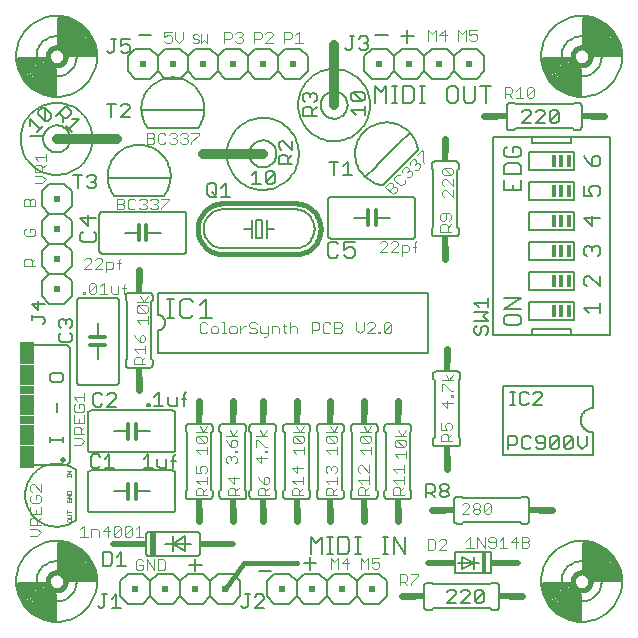
<source format=gto>
G75*
G70*
%OFA0B0*%
%FSLAX24Y24*%
%IPPOS*%
%LPD*%
%AMOC8*
5,1,8,0,0,1.08239X$1,22.5*
%
%ADD10C,0.0050*%
%ADD11C,0.0030*%
%ADD12C,0.0160*%
%ADD13C,0.0060*%
%ADD14C,0.0020*%
%ADD15C,0.0070*%
%ADD16C,0.0320*%
%ADD17R,0.1040X0.0320*%
%ADD18R,0.0320X0.1040*%
%ADD19C,0.0240*%
%ADD20R,0.0240X0.0340*%
%ADD21C,0.0040*%
%ADD22R,0.0340X0.0240*%
%ADD23R,0.0200X0.0800*%
%ADD24C,0.0200*%
%ADD25R,0.0750X0.0200*%
%ADD26R,0.0150X0.0700*%
%ADD27R,0.0550X0.0200*%
%ADD28C,0.0120*%
%ADD29R,0.0150X0.0400*%
%ADD30R,0.0200X0.0200*%
%ADD31C,0.0010*%
%ADD32C,0.0200*%
%ADD33R,0.0500X0.0750*%
%ADD34R,0.0300X0.0700*%
%ADD35R,0.0500X0.0300*%
%ADD36R,0.0200X0.0700*%
%ADD37C,0.0180*%
%ADD38C,0.0100*%
%ADD39C,0.0080*%
D10*
X003225Y000899D02*
X003300Y000824D01*
X003375Y000824D01*
X003450Y000899D01*
X003450Y001274D01*
X003375Y001274D02*
X003525Y001274D01*
X003685Y001124D02*
X003835Y001274D01*
X003835Y000824D01*
X003685Y000824D02*
X003985Y000824D01*
X004015Y002229D02*
X004015Y002679D01*
X003865Y002529D01*
X003705Y002604D02*
X003705Y002304D01*
X003630Y002229D01*
X003405Y002229D01*
X003405Y002679D01*
X003630Y002679D01*
X003705Y002604D01*
X003865Y002229D02*
X004165Y002229D01*
X003765Y005489D02*
X003465Y005489D01*
X003615Y005489D02*
X003615Y005939D01*
X003465Y005789D01*
X003305Y005864D02*
X003230Y005939D01*
X003080Y005939D01*
X003005Y005864D01*
X003005Y005564D01*
X003080Y005489D01*
X003230Y005489D01*
X003305Y005564D01*
X002080Y006354D02*
X002080Y006504D01*
X002080Y006429D02*
X001629Y006429D01*
X001629Y006354D02*
X001629Y006504D01*
X001855Y007354D02*
X001855Y007654D01*
X002005Y008354D02*
X001704Y008354D01*
X001629Y008429D01*
X001629Y008579D01*
X001704Y008654D01*
X002005Y008654D01*
X002080Y008579D01*
X002080Y008429D01*
X002005Y008354D01*
X003084Y007904D02*
X003084Y007604D01*
X003159Y007529D01*
X003309Y007529D01*
X003384Y007604D01*
X003544Y007529D02*
X003845Y007829D01*
X003845Y007904D01*
X003769Y007979D01*
X003619Y007979D01*
X003544Y007904D01*
X003384Y007904D02*
X003309Y007979D01*
X003159Y007979D01*
X003084Y007904D01*
X003544Y007529D02*
X003845Y007529D01*
X004880Y007554D02*
X004955Y007554D01*
X004955Y007629D01*
X004880Y007629D01*
X004880Y007554D01*
X005110Y007554D02*
X005410Y007554D01*
X005260Y007554D02*
X005260Y008004D01*
X005110Y007854D01*
X005570Y007854D02*
X005570Y007629D01*
X005645Y007554D01*
X005870Y007554D01*
X005870Y007854D01*
X006031Y007779D02*
X006181Y007779D01*
X006106Y007929D02*
X006106Y007554D01*
X006106Y007929D02*
X006181Y008004D01*
X005826Y005939D02*
X005750Y005864D01*
X005750Y005489D01*
X005515Y005489D02*
X005515Y005789D01*
X005675Y005714D02*
X005826Y005714D01*
X005515Y005489D02*
X005290Y005489D01*
X005215Y005564D01*
X005215Y005789D01*
X005055Y005489D02*
X004755Y005489D01*
X004905Y005489D02*
X004905Y005939D01*
X004755Y005789D01*
X002305Y009683D02*
X002004Y009683D01*
X001929Y009758D01*
X001929Y009908D01*
X002004Y009983D01*
X002004Y010143D02*
X001929Y010218D01*
X001929Y010368D01*
X002004Y010443D01*
X002079Y010443D01*
X002155Y010368D01*
X002230Y010443D01*
X002305Y010443D01*
X002380Y010368D01*
X002380Y010218D01*
X002305Y010143D01*
X002305Y009983D02*
X002380Y009908D01*
X002380Y009758D01*
X002305Y009683D01*
X002155Y010293D02*
X002155Y010368D01*
X001470Y010354D02*
X001470Y010429D01*
X001395Y010504D01*
X001019Y010504D01*
X001019Y010429D02*
X001019Y010579D01*
X001245Y010739D02*
X001245Y011039D01*
X001470Y010964D02*
X001019Y010964D01*
X001245Y010739D01*
X001470Y010354D02*
X001395Y010279D01*
X003780Y014554D02*
X005430Y014554D01*
X005654Y015154D02*
X005157Y015154D01*
X005052Y015154D01*
X004157Y015154D01*
X004052Y015154D01*
X003556Y015154D01*
X003165Y015179D02*
X003165Y015104D01*
X003090Y015029D01*
X003165Y014954D01*
X003165Y014879D01*
X003090Y014804D01*
X002940Y014804D01*
X002865Y014879D01*
X003015Y015029D02*
X003090Y015029D01*
X003165Y015179D02*
X003090Y015254D01*
X002940Y015254D01*
X002865Y015179D01*
X002705Y015254D02*
X002405Y015254D01*
X002555Y015254D02*
X002555Y014804D01*
X002382Y016681D02*
X002170Y016894D01*
X002276Y016788D02*
X002595Y017106D01*
X002382Y017106D01*
X002216Y017166D02*
X002110Y017166D01*
X001951Y017325D01*
X002057Y017219D02*
X002057Y017007D01*
X002216Y017166D02*
X002322Y017272D01*
X002322Y017379D01*
X002163Y017538D01*
X001845Y017219D01*
X001676Y017268D02*
X001676Y017162D01*
X001570Y017056D01*
X001463Y017056D01*
X001463Y017481D01*
X001676Y017268D01*
X001463Y017056D02*
X001251Y017268D01*
X001251Y017374D01*
X001357Y017481D01*
X001463Y017481D01*
X000979Y017102D02*
X001297Y016784D01*
X001403Y016890D02*
X001191Y016677D01*
X000979Y016890D02*
X000979Y017102D01*
X003530Y017629D02*
X003830Y017629D01*
X003680Y017629D02*
X003680Y017179D01*
X003990Y017179D02*
X004290Y017479D01*
X004290Y017554D01*
X004215Y017629D01*
X004065Y017629D01*
X003990Y017554D01*
X003990Y017179D02*
X004290Y017179D01*
X004681Y017404D02*
X005177Y017404D01*
X005282Y017404D01*
X006177Y017404D01*
X006282Y017404D01*
X006779Y017404D01*
X006555Y016804D02*
X004905Y016804D01*
X004870Y016852D01*
X004837Y016902D01*
X004807Y016953D01*
X004780Y017007D01*
X006779Y017404D02*
X006780Y017468D01*
X006777Y017532D01*
X006770Y017596D01*
X006760Y017659D01*
X006745Y017721D01*
X006727Y017782D01*
X006705Y017843D01*
X006680Y017901D01*
X006684Y017016D02*
X006657Y016960D01*
X006626Y016906D01*
X006592Y016854D01*
X006555Y016804D01*
X004681Y017404D02*
X004680Y017468D01*
X004683Y017532D01*
X004690Y017596D01*
X004700Y017659D01*
X004715Y017721D01*
X004733Y017782D01*
X004755Y017843D01*
X004780Y017901D01*
X006779Y017404D02*
X006774Y017345D01*
X006767Y017287D01*
X006756Y017229D01*
X006741Y017172D01*
X006724Y017116D01*
X006704Y017061D01*
X006680Y017007D01*
X004780Y017007D02*
X004756Y017061D01*
X004736Y017116D01*
X004719Y017172D01*
X004704Y017229D01*
X004693Y017287D01*
X004686Y017345D01*
X004681Y017404D01*
X004780Y017901D02*
X004809Y017958D01*
X004842Y018014D01*
X004877Y018067D01*
X004917Y018118D01*
X004959Y018166D01*
X005004Y018212D01*
X005051Y018255D01*
X005101Y018295D01*
X005154Y018332D01*
X005209Y018365D01*
X005265Y018396D01*
X005324Y018422D01*
X005384Y018445D01*
X005445Y018465D01*
X005507Y018480D01*
X005570Y018492D01*
X005634Y018500D01*
X005698Y018504D01*
X005762Y018504D01*
X005826Y018500D01*
X005890Y018492D01*
X005953Y018480D01*
X006015Y018465D01*
X006076Y018445D01*
X006136Y018422D01*
X006195Y018396D01*
X006251Y018365D01*
X006306Y018332D01*
X006359Y018295D01*
X006409Y018255D01*
X006456Y018212D01*
X006501Y018166D01*
X006543Y018118D01*
X006583Y018067D01*
X006618Y018014D01*
X006651Y017958D01*
X006680Y017901D01*
X004290Y019399D02*
X004215Y019324D01*
X004065Y019324D01*
X003990Y019399D01*
X003990Y019549D02*
X004140Y019624D01*
X004215Y019624D01*
X004290Y019549D01*
X004290Y019399D01*
X003990Y019549D02*
X003990Y019774D01*
X004290Y019774D01*
X003830Y019774D02*
X003680Y019774D01*
X003755Y019774D02*
X003755Y019399D01*
X003680Y019324D01*
X003605Y019324D01*
X003530Y019399D01*
X003655Y014757D02*
X003682Y014703D01*
X003712Y014652D01*
X003745Y014602D01*
X003780Y014554D01*
X005654Y015154D02*
X005655Y015218D01*
X005652Y015282D01*
X005645Y015346D01*
X005635Y015409D01*
X005620Y015471D01*
X005602Y015532D01*
X005580Y015593D01*
X005555Y015651D01*
X005559Y014766D02*
X005532Y014710D01*
X005501Y014656D01*
X005467Y014604D01*
X005430Y014554D01*
X003556Y015154D02*
X003555Y015218D01*
X003558Y015282D01*
X003565Y015346D01*
X003575Y015409D01*
X003590Y015471D01*
X003608Y015532D01*
X003630Y015593D01*
X003655Y015651D01*
X005654Y015154D02*
X005649Y015095D01*
X005642Y015037D01*
X005631Y014979D01*
X005616Y014922D01*
X005599Y014866D01*
X005579Y014811D01*
X005555Y014757D01*
X003655Y014757D02*
X003631Y014811D01*
X003611Y014866D01*
X003594Y014922D01*
X003579Y014979D01*
X003568Y015037D01*
X003561Y015095D01*
X003556Y015154D01*
X003655Y015651D02*
X003684Y015708D01*
X003717Y015764D01*
X003752Y015817D01*
X003792Y015868D01*
X003834Y015916D01*
X003879Y015962D01*
X003926Y016005D01*
X003976Y016045D01*
X004029Y016082D01*
X004084Y016115D01*
X004140Y016146D01*
X004199Y016172D01*
X004259Y016195D01*
X004320Y016215D01*
X004382Y016230D01*
X004445Y016242D01*
X004509Y016250D01*
X004573Y016254D01*
X004637Y016254D01*
X004701Y016250D01*
X004765Y016242D01*
X004828Y016230D01*
X004890Y016215D01*
X004951Y016195D01*
X005011Y016172D01*
X005070Y016146D01*
X005126Y016115D01*
X005181Y016082D01*
X005234Y016045D01*
X005284Y016005D01*
X005331Y015962D01*
X005376Y015916D01*
X005418Y015868D01*
X005458Y015817D01*
X005493Y015764D01*
X005526Y015708D01*
X005555Y015651D01*
X006880Y014904D02*
X006880Y014604D01*
X006955Y014529D01*
X007105Y014529D01*
X007180Y014604D01*
X007180Y014904D01*
X007105Y014979D01*
X006955Y014979D01*
X006880Y014904D01*
X007030Y014679D02*
X007180Y014529D01*
X007340Y014529D02*
X007640Y014529D01*
X007490Y014529D02*
X007490Y014979D01*
X007340Y014829D01*
X008359Y014934D02*
X008659Y014934D01*
X008509Y014934D02*
X008509Y015384D01*
X008359Y015234D01*
X008819Y015309D02*
X008819Y015009D01*
X009120Y015309D01*
X009120Y015009D01*
X009044Y014934D01*
X008894Y014934D01*
X008819Y015009D01*
X008819Y015309D02*
X008894Y015384D01*
X009044Y015384D01*
X009120Y015309D01*
X009254Y015633D02*
X009254Y015858D01*
X009329Y015933D01*
X009480Y015933D01*
X009555Y015858D01*
X009555Y015633D01*
X009705Y015633D02*
X009254Y015633D01*
X009555Y015783D02*
X009705Y015933D01*
X009705Y016093D02*
X009404Y016393D01*
X009329Y016393D01*
X009254Y016318D01*
X009254Y016168D01*
X009329Y016093D01*
X009705Y016093D02*
X009705Y016393D01*
X010069Y017229D02*
X010069Y017454D01*
X010144Y017529D01*
X010295Y017529D01*
X010370Y017454D01*
X010370Y017229D01*
X010370Y017379D02*
X010520Y017529D01*
X010445Y017689D02*
X010520Y017764D01*
X010520Y017914D01*
X010445Y017989D01*
X010370Y017989D01*
X010295Y017914D01*
X010295Y017839D01*
X010295Y017914D02*
X010219Y017989D01*
X010144Y017989D01*
X010069Y017914D01*
X010069Y017764D01*
X010144Y017689D01*
X010069Y017229D02*
X010520Y017229D01*
X011674Y017408D02*
X012125Y017408D01*
X012125Y017258D02*
X012125Y017558D01*
X012050Y017718D02*
X011749Y018018D01*
X012050Y018018D01*
X012125Y017943D01*
X012125Y017793D01*
X012050Y017718D01*
X011749Y017718D01*
X011674Y017793D01*
X011674Y017943D01*
X011749Y018018D01*
X011674Y017408D02*
X011824Y017258D01*
X012480Y017654D02*
X012480Y018204D01*
X012663Y018021D01*
X012847Y018204D01*
X012847Y017654D01*
X013032Y017654D02*
X013216Y017654D01*
X013124Y017654D02*
X013124Y018204D01*
X013032Y018204D02*
X013216Y018204D01*
X013400Y018204D02*
X013676Y018204D01*
X013767Y018112D01*
X013767Y017745D01*
X013676Y017654D01*
X013400Y017654D01*
X013400Y018204D01*
X013953Y018204D02*
X014136Y018204D01*
X014045Y018204D02*
X014045Y017654D01*
X014136Y017654D02*
X013953Y017654D01*
X014874Y017745D02*
X014965Y017654D01*
X015149Y017654D01*
X015241Y017745D01*
X015241Y018112D01*
X015149Y018204D01*
X014965Y018204D01*
X014874Y018112D01*
X014874Y017745D01*
X015426Y017745D02*
X015426Y018204D01*
X015793Y018204D02*
X015793Y017745D01*
X015701Y017654D01*
X015518Y017654D01*
X015426Y017745D01*
X015979Y018204D02*
X016346Y018204D01*
X016162Y018204D02*
X016162Y017654D01*
X017365Y017354D02*
X017440Y017429D01*
X017590Y017429D01*
X017665Y017354D01*
X017665Y017279D01*
X017365Y016979D01*
X017665Y016979D01*
X017825Y016979D02*
X018125Y017279D01*
X018125Y017354D01*
X018050Y017429D01*
X017900Y017429D01*
X017825Y017354D01*
X017825Y016979D02*
X018125Y016979D01*
X018285Y017054D02*
X018586Y017354D01*
X018586Y017054D01*
X018511Y016979D01*
X018360Y016979D01*
X018285Y017054D01*
X018285Y017354D01*
X018360Y017429D01*
X018511Y017429D01*
X018586Y017354D01*
X013898Y016077D02*
X012731Y014911D01*
X012148Y015177D02*
X012499Y015527D01*
X012574Y015602D01*
X013206Y016234D01*
X013281Y016309D01*
X013632Y016660D01*
X013839Y016319D02*
X013859Y016260D01*
X013876Y016200D01*
X013889Y016139D01*
X013898Y016078D01*
X013632Y016660D02*
X013587Y016706D01*
X013540Y016750D01*
X013491Y016790D01*
X013438Y016827D01*
X013384Y016861D01*
X013328Y016891D01*
X013270Y016919D01*
X013210Y016942D01*
X013632Y016660D02*
X013670Y016616D01*
X013706Y016569D01*
X013739Y016520D01*
X013770Y016470D01*
X013797Y016418D01*
X013822Y016364D01*
X013843Y016309D01*
X012149Y015176D02*
X012103Y015221D01*
X012059Y015268D01*
X012019Y015317D01*
X011982Y015370D01*
X011948Y015424D01*
X011918Y015480D01*
X011890Y015538D01*
X011867Y015598D01*
X011560Y015695D02*
X011560Y015245D01*
X011710Y015245D02*
X011409Y015245D01*
X011409Y015545D02*
X011560Y015695D01*
X011249Y015695D02*
X010949Y015695D01*
X011099Y015695D02*
X011099Y015245D01*
X012500Y014965D02*
X012556Y014946D01*
X012614Y014931D01*
X012672Y014919D01*
X012732Y014910D01*
X012500Y014966D02*
X012445Y014987D01*
X012391Y015012D01*
X012339Y015039D01*
X012289Y015070D01*
X012240Y015103D01*
X012193Y015139D01*
X012149Y015177D01*
X011867Y015598D02*
X011847Y015659D01*
X011831Y015722D01*
X011819Y015785D01*
X011810Y015848D01*
X011806Y015912D01*
X011805Y015976D01*
X011809Y016040D01*
X011816Y016104D01*
X011827Y016167D01*
X011842Y016230D01*
X011861Y016291D01*
X011883Y016351D01*
X011909Y016410D01*
X011939Y016467D01*
X011972Y016522D01*
X012008Y016575D01*
X012048Y016625D01*
X012090Y016673D01*
X012136Y016719D01*
X012184Y016761D01*
X012234Y016801D01*
X012287Y016837D01*
X012342Y016870D01*
X012399Y016900D01*
X012458Y016926D01*
X012518Y016948D01*
X012579Y016967D01*
X012642Y016982D01*
X012705Y016993D01*
X012769Y017000D01*
X012833Y017004D01*
X012897Y017003D01*
X012961Y016999D01*
X013024Y016990D01*
X013087Y016978D01*
X013150Y016962D01*
X013211Y016942D01*
X012160Y019424D02*
X012010Y019424D01*
X011935Y019499D01*
X012085Y019649D02*
X012160Y019649D01*
X012235Y019574D01*
X012235Y019499D01*
X012160Y019424D01*
X012160Y019649D02*
X012235Y019724D01*
X012235Y019799D01*
X012160Y019874D01*
X012010Y019874D01*
X011935Y019799D01*
X011775Y019874D02*
X011625Y019874D01*
X011700Y019874D02*
X011700Y019499D01*
X011625Y019424D01*
X011550Y019424D01*
X011475Y019499D01*
X016230Y011149D02*
X016230Y010849D01*
X016230Y010999D02*
X015779Y010999D01*
X015929Y010849D01*
X015779Y010689D02*
X016230Y010689D01*
X016080Y010539D01*
X016230Y010389D01*
X015779Y010389D01*
X015854Y010229D02*
X015779Y010154D01*
X015779Y010004D01*
X015854Y009929D01*
X015929Y009929D01*
X016005Y010004D01*
X016005Y010154D01*
X016080Y010229D01*
X016155Y010229D01*
X016230Y010154D01*
X016230Y010004D01*
X016155Y009929D01*
X016980Y008029D02*
X017130Y008029D01*
X017055Y008029D02*
X017055Y007579D01*
X016980Y007579D02*
X017130Y007579D01*
X017287Y007654D02*
X017362Y007579D01*
X017512Y007579D01*
X017587Y007654D01*
X017747Y007579D02*
X018047Y007879D01*
X018047Y007954D01*
X017972Y008029D01*
X017822Y008029D01*
X017747Y007954D01*
X017587Y007954D02*
X017512Y008029D01*
X017362Y008029D01*
X017287Y007954D01*
X017287Y007654D01*
X017747Y007579D02*
X018047Y007579D01*
X018063Y006554D02*
X017913Y006554D01*
X017838Y006479D01*
X017838Y006404D01*
X017913Y006329D01*
X018138Y006329D01*
X018138Y006479D02*
X018063Y006554D01*
X018138Y006479D02*
X018138Y006179D01*
X018063Y006104D01*
X017913Y006104D01*
X017838Y006179D01*
X017678Y006179D02*
X017603Y006104D01*
X017453Y006104D01*
X017378Y006179D01*
X017378Y006479D01*
X017453Y006554D01*
X017603Y006554D01*
X017678Y006479D01*
X017218Y006479D02*
X017218Y006329D01*
X017143Y006254D01*
X016917Y006254D01*
X016917Y006104D02*
X016917Y006554D01*
X017143Y006554D01*
X017218Y006479D01*
X018298Y006479D02*
X018298Y006179D01*
X018599Y006479D01*
X018599Y006179D01*
X018524Y006104D01*
X018374Y006104D01*
X018298Y006179D01*
X018298Y006479D02*
X018374Y006554D01*
X018524Y006554D01*
X018599Y006479D01*
X018759Y006479D02*
X018759Y006179D01*
X019059Y006479D01*
X019059Y006179D01*
X018984Y006104D01*
X018834Y006104D01*
X018759Y006179D01*
X018759Y006479D02*
X018834Y006554D01*
X018984Y006554D01*
X019059Y006479D01*
X019219Y006554D02*
X019219Y006254D01*
X019369Y006104D01*
X019519Y006254D01*
X019519Y006554D01*
X014920Y004879D02*
X014920Y004804D01*
X014844Y004729D01*
X014694Y004729D01*
X014619Y004804D01*
X014619Y004879D01*
X014694Y004954D01*
X014844Y004954D01*
X014920Y004879D01*
X014844Y004729D02*
X014920Y004654D01*
X014920Y004579D01*
X014844Y004504D01*
X014694Y004504D01*
X014619Y004579D01*
X014619Y004654D01*
X014694Y004729D01*
X014459Y004729D02*
X014459Y004879D01*
X014384Y004954D01*
X014159Y004954D01*
X014159Y004504D01*
X014159Y004654D02*
X014384Y004654D01*
X014459Y004729D01*
X014309Y004654D02*
X014459Y004504D01*
X013459Y003179D02*
X013459Y002629D01*
X013092Y003179D01*
X013092Y002629D01*
X012907Y002629D02*
X012724Y002629D01*
X012815Y002629D02*
X012815Y003179D01*
X012724Y003179D02*
X012907Y003179D01*
X011986Y003179D02*
X011803Y003179D01*
X011895Y003179D02*
X011895Y002629D01*
X011986Y002629D02*
X011803Y002629D01*
X011617Y002720D02*
X011617Y003087D01*
X011526Y003179D01*
X011250Y003179D01*
X011250Y002629D01*
X011526Y002629D01*
X011617Y002720D01*
X011066Y002629D02*
X010882Y002629D01*
X010974Y002629D02*
X010974Y003179D01*
X010882Y003179D02*
X011066Y003179D01*
X010697Y003179D02*
X010697Y002629D01*
X010330Y002629D02*
X010330Y003179D01*
X010513Y002996D01*
X010697Y003179D01*
X008760Y001199D02*
X008685Y001274D01*
X008535Y001274D01*
X008460Y001199D01*
X008300Y001274D02*
X008150Y001274D01*
X008225Y001274D02*
X008225Y000899D01*
X008150Y000824D01*
X008075Y000824D01*
X008000Y000899D01*
X008460Y000824D02*
X008760Y001124D01*
X008760Y001199D01*
X008760Y000824D02*
X008460Y000824D01*
X014865Y000979D02*
X015165Y001279D01*
X015165Y001354D01*
X015090Y001429D01*
X014940Y001429D01*
X014865Y001354D01*
X014865Y000979D02*
X015165Y000979D01*
X015325Y000979D02*
X015625Y001279D01*
X015625Y001354D01*
X015550Y001429D01*
X015400Y001429D01*
X015325Y001354D01*
X015325Y000979D02*
X015625Y000979D01*
X015785Y001054D02*
X016086Y001354D01*
X016086Y001054D01*
X016011Y000979D01*
X015860Y000979D01*
X015785Y001054D01*
X015785Y001354D01*
X015860Y001429D01*
X016011Y001429D01*
X016086Y001354D01*
D11*
X012610Y002180D02*
X012548Y002119D01*
X012425Y002119D01*
X012363Y002180D01*
X012363Y002304D02*
X012486Y002365D01*
X012548Y002365D01*
X012610Y002304D01*
X012610Y002180D01*
X012363Y002304D02*
X012363Y002489D01*
X012610Y002489D01*
X012242Y002489D02*
X012242Y002119D01*
X012118Y002365D02*
X012242Y002489D01*
X012118Y002365D02*
X011995Y002489D01*
X011995Y002119D01*
X011610Y002304D02*
X011363Y002304D01*
X011548Y002489D01*
X011548Y002119D01*
X011242Y002119D02*
X011242Y002489D01*
X011118Y002365D01*
X010995Y002489D01*
X010995Y002119D01*
X005478Y002130D02*
X005478Y002377D01*
X005416Y002439D01*
X005231Y002439D01*
X005231Y002069D01*
X005416Y002069D01*
X005478Y002130D01*
X005110Y002069D02*
X005110Y002439D01*
X004863Y002439D02*
X005110Y002069D01*
X004863Y002069D02*
X004863Y002439D01*
X004742Y002377D02*
X004680Y002439D01*
X004556Y002439D01*
X004495Y002377D01*
X004495Y002130D01*
X004556Y002069D01*
X004680Y002069D01*
X004742Y002130D01*
X004742Y002254D01*
X004618Y002254D01*
X006686Y009969D02*
X006810Y009969D01*
X006872Y010030D01*
X006993Y010030D02*
X006993Y010154D01*
X007055Y010215D01*
X007178Y010215D01*
X007240Y010154D01*
X007240Y010030D01*
X007178Y009969D01*
X007055Y009969D01*
X006993Y010030D01*
X007361Y009969D02*
X007485Y009969D01*
X007423Y009969D02*
X007423Y010339D01*
X007361Y010339D01*
X007607Y010154D02*
X007607Y010030D01*
X007669Y009969D01*
X007792Y009969D01*
X007854Y010030D01*
X007854Y010154D01*
X007792Y010215D01*
X007669Y010215D01*
X007607Y010154D01*
X007975Y010215D02*
X007975Y009969D01*
X007975Y010092D02*
X008099Y010215D01*
X008160Y010215D01*
X008282Y010215D02*
X008282Y010277D01*
X008344Y010339D01*
X008467Y010339D01*
X008529Y010277D01*
X008650Y010215D02*
X008650Y010030D01*
X008712Y009969D01*
X008897Y009969D01*
X008897Y009907D02*
X008836Y009845D01*
X008774Y009845D01*
X008897Y009907D02*
X008897Y010215D01*
X009019Y010215D02*
X009204Y010215D01*
X009266Y010154D01*
X009266Y009969D01*
X009449Y010030D02*
X009510Y009969D01*
X009449Y010030D02*
X009449Y010277D01*
X009510Y010215D02*
X009387Y010215D01*
X009632Y010154D02*
X009694Y010215D01*
X009818Y010215D01*
X009879Y010154D01*
X009879Y009969D01*
X009632Y009969D02*
X009632Y010339D01*
X009019Y010215D02*
X009019Y009969D01*
X008529Y010030D02*
X008467Y009969D01*
X008344Y009969D01*
X008282Y010030D01*
X008344Y010154D02*
X008467Y010154D01*
X008529Y010092D01*
X008529Y010030D01*
X008344Y010154D02*
X008282Y010215D01*
X006872Y010277D02*
X006810Y010339D01*
X006686Y010339D01*
X006625Y010277D01*
X006625Y010030D01*
X006686Y009969D01*
X010369Y009969D02*
X010369Y010339D01*
X010554Y010339D01*
X010616Y010277D01*
X010616Y010154D01*
X010554Y010092D01*
X010369Y010092D01*
X010737Y010030D02*
X010799Y009969D01*
X010923Y009969D01*
X010984Y010030D01*
X011106Y009969D02*
X011291Y009969D01*
X011353Y010030D01*
X011353Y010092D01*
X011291Y010154D01*
X011106Y010154D01*
X010984Y010277D02*
X010923Y010339D01*
X010799Y010339D01*
X010737Y010277D01*
X010737Y010030D01*
X011106Y009969D02*
X011106Y010339D01*
X011291Y010339D01*
X011353Y010277D01*
X011353Y010215D01*
X011291Y010154D01*
X011842Y010092D02*
X011966Y009969D01*
X012089Y010092D01*
X012089Y010339D01*
X012211Y010277D02*
X012272Y010339D01*
X012396Y010339D01*
X012457Y010277D01*
X012457Y010215D01*
X012211Y009969D01*
X012457Y009969D01*
X012579Y009969D02*
X012641Y009969D01*
X012641Y010030D01*
X012579Y010030D01*
X012579Y009969D01*
X012763Y010030D02*
X013010Y010277D01*
X013010Y010030D01*
X012948Y009969D01*
X012825Y009969D01*
X012763Y010030D01*
X012763Y010277D01*
X012825Y010339D01*
X012948Y010339D01*
X013010Y010277D01*
X011842Y010339D02*
X011842Y010092D01*
X010060Y019659D02*
X009813Y019659D01*
X009936Y019659D02*
X009936Y020029D01*
X009813Y019905D01*
X009692Y019967D02*
X009692Y019844D01*
X009630Y019782D01*
X009445Y019782D01*
X009445Y019659D02*
X009445Y020029D01*
X009630Y020029D01*
X009692Y019967D01*
X009060Y019967D02*
X008998Y020029D01*
X008875Y020029D01*
X008813Y019967D01*
X008692Y019967D02*
X008692Y019844D01*
X008630Y019782D01*
X008445Y019782D01*
X008445Y019659D02*
X008445Y020029D01*
X008630Y020029D01*
X008692Y019967D01*
X008813Y019659D02*
X009060Y019905D01*
X009060Y019967D01*
X009060Y019659D02*
X008813Y019659D01*
X008060Y019720D02*
X007998Y019659D01*
X007875Y019659D01*
X007813Y019720D01*
X007692Y019844D02*
X007692Y019967D01*
X007630Y020029D01*
X007445Y020029D01*
X007445Y019659D01*
X007445Y019782D02*
X007630Y019782D01*
X007692Y019844D01*
X007813Y019967D02*
X007875Y020029D01*
X007998Y020029D01*
X008060Y019967D01*
X008060Y019905D01*
X007998Y019844D01*
X008060Y019782D01*
X008060Y019720D01*
X007998Y019844D02*
X007936Y019844D01*
X006060Y019782D02*
X005936Y019659D01*
X005813Y019782D01*
X005813Y020029D01*
X005692Y020029D02*
X005445Y020029D01*
X005445Y019844D01*
X005568Y019905D01*
X005630Y019905D01*
X005692Y019844D01*
X005692Y019720D01*
X005630Y019659D01*
X005506Y019659D01*
X005445Y019720D01*
X006060Y019782D02*
X006060Y020029D01*
X001490Y015967D02*
X001490Y015720D01*
X001490Y015599D02*
X001366Y015475D01*
X001366Y015537D02*
X001366Y015352D01*
X001366Y015230D02*
X001119Y015230D01*
X001119Y015352D02*
X001119Y015537D01*
X001181Y015599D01*
X001305Y015599D01*
X001366Y015537D01*
X001243Y015720D02*
X001119Y015844D01*
X001490Y015844D01*
X001490Y015352D02*
X001119Y015352D01*
X001366Y015230D02*
X001490Y015107D01*
X001366Y014984D01*
X001119Y014984D01*
X001088Y014465D02*
X001026Y014465D01*
X000965Y014404D01*
X000965Y014219D01*
X000965Y014404D02*
X000903Y014465D01*
X000841Y014465D01*
X000779Y014404D01*
X000779Y014219D01*
X001150Y014219D01*
X001150Y014404D01*
X001088Y014465D01*
X001088Y013465D02*
X000965Y013465D01*
X000965Y013342D01*
X001088Y013465D02*
X001150Y013404D01*
X001150Y013280D01*
X001088Y013219D01*
X000841Y013219D01*
X000779Y013280D01*
X000779Y013404D01*
X000841Y013465D01*
X000841Y012465D02*
X000965Y012465D01*
X001026Y012404D01*
X001026Y012219D01*
X001026Y012342D02*
X001150Y012465D01*
X001150Y012219D02*
X000779Y012219D01*
X000779Y012404D01*
X000841Y012465D01*
X014245Y019719D02*
X014245Y020089D01*
X014368Y019965D01*
X014492Y020089D01*
X014492Y019719D01*
X014613Y019904D02*
X014860Y019904D01*
X014798Y019719D02*
X014798Y020089D01*
X014613Y019904D01*
X015245Y019719D02*
X015245Y020089D01*
X015368Y019965D01*
X015492Y020089D01*
X015492Y019719D01*
X015613Y019780D02*
X015675Y019719D01*
X015798Y019719D01*
X015860Y019780D01*
X015860Y019904D01*
X015798Y019965D01*
X015736Y019965D01*
X015613Y019904D01*
X015613Y020089D01*
X015860Y020089D01*
D12*
X009805Y014304D02*
X007405Y014304D01*
X007348Y014302D01*
X007292Y014296D01*
X007236Y014287D01*
X007180Y014274D01*
X007126Y014257D01*
X007073Y014237D01*
X007022Y014213D01*
X006972Y014185D01*
X006924Y014155D01*
X006878Y014121D01*
X006835Y014084D01*
X006794Y014045D01*
X006756Y014003D01*
X006721Y013958D01*
X006689Y013911D01*
X006660Y013862D01*
X006634Y013812D01*
X006612Y013759D01*
X006593Y013706D01*
X006578Y013651D01*
X006567Y013595D01*
X006559Y013539D01*
X006555Y013482D01*
X006555Y013426D01*
X006559Y013369D01*
X006567Y013313D01*
X006578Y013257D01*
X006593Y013202D01*
X006612Y013149D01*
X006634Y013096D01*
X006660Y013046D01*
X006689Y012997D01*
X006721Y012950D01*
X006756Y012905D01*
X006794Y012863D01*
X006835Y012824D01*
X006878Y012787D01*
X006924Y012753D01*
X006972Y012723D01*
X007022Y012695D01*
X007073Y012671D01*
X007126Y012651D01*
X007180Y012634D01*
X007236Y012621D01*
X007292Y012612D01*
X007348Y012606D01*
X007405Y012604D01*
X009805Y012604D01*
X009862Y012606D01*
X009918Y012612D01*
X009974Y012621D01*
X010030Y012634D01*
X010084Y012651D01*
X010137Y012671D01*
X010188Y012695D01*
X010238Y012723D01*
X010286Y012753D01*
X010332Y012787D01*
X010375Y012824D01*
X010416Y012863D01*
X010454Y012905D01*
X010489Y012950D01*
X010521Y012997D01*
X010550Y013046D01*
X010576Y013096D01*
X010598Y013149D01*
X010617Y013202D01*
X010632Y013257D01*
X010643Y013313D01*
X010651Y013369D01*
X010655Y013426D01*
X010655Y013482D01*
X010651Y013539D01*
X010643Y013595D01*
X010632Y013651D01*
X010617Y013706D01*
X010598Y013759D01*
X010576Y013812D01*
X010550Y013862D01*
X010521Y013911D01*
X010489Y013958D01*
X010454Y014003D01*
X010416Y014045D01*
X010375Y014084D01*
X010332Y014121D01*
X010286Y014155D01*
X010238Y014185D01*
X010188Y014213D01*
X010137Y014237D01*
X010084Y014257D01*
X010030Y014274D01*
X009974Y014287D01*
X009918Y014296D01*
X009862Y014302D01*
X009805Y014304D01*
X009855Y002329D02*
X008105Y002329D01*
X007480Y001454D01*
D13*
X007730Y001954D02*
X007980Y001704D01*
X007980Y001204D01*
X007730Y000954D01*
X007230Y000954D01*
X006980Y001204D01*
X006730Y000954D01*
X006230Y000954D01*
X005980Y001204D01*
X005730Y000954D01*
X005230Y000954D01*
X004980Y001204D01*
X004730Y000954D01*
X004230Y000954D01*
X003980Y001204D01*
X003980Y001704D01*
X004230Y001954D01*
X004730Y001954D01*
X004980Y001704D01*
X005230Y001954D01*
X005730Y001954D01*
X005980Y001704D01*
X005980Y001204D01*
X005980Y001704D02*
X006230Y001954D01*
X006730Y001954D01*
X006980Y001704D01*
X007230Y001954D01*
X007730Y001954D01*
X006980Y001704D02*
X006980Y001204D01*
X006473Y002040D02*
X006473Y002467D01*
X006530Y002554D02*
X004930Y002554D01*
X004913Y002556D01*
X004896Y002560D01*
X004880Y002567D01*
X004866Y002577D01*
X004853Y002590D01*
X004843Y002604D01*
X004836Y002620D01*
X004832Y002637D01*
X004830Y002654D01*
X004830Y003254D01*
X004832Y003271D01*
X004836Y003288D01*
X004843Y003304D01*
X004853Y003318D01*
X004866Y003331D01*
X004880Y003341D01*
X004896Y003348D01*
X004913Y003352D01*
X004930Y003354D01*
X006530Y003354D01*
X006547Y003352D01*
X006564Y003348D01*
X006580Y003341D01*
X006594Y003331D01*
X006607Y003318D01*
X006617Y003304D01*
X006624Y003288D01*
X006628Y003271D01*
X006630Y003254D01*
X006630Y002654D01*
X006628Y002637D01*
X006624Y002620D01*
X006617Y002604D01*
X006607Y002590D01*
X006594Y002577D01*
X006580Y002567D01*
X006564Y002560D01*
X006547Y002556D01*
X006530Y002554D01*
X006687Y002254D02*
X006260Y002254D01*
X006130Y002704D02*
X005730Y002954D01*
X005730Y002704D01*
X005730Y002954D02*
X005480Y002954D01*
X005730Y002954D02*
X005730Y003204D01*
X005730Y002954D02*
X006130Y003204D01*
X006130Y002704D01*
X006330Y002954D02*
X005730Y002954D01*
X005705Y004004D02*
X003005Y004004D01*
X002988Y004006D01*
X002971Y004010D01*
X002955Y004017D01*
X002941Y004027D01*
X002928Y004040D01*
X002918Y004054D01*
X002911Y004070D01*
X002907Y004087D01*
X002905Y004104D01*
X002905Y005304D01*
X002907Y005321D01*
X002911Y005338D01*
X002918Y005354D01*
X002928Y005368D01*
X002941Y005381D01*
X002955Y005391D01*
X002971Y005398D01*
X002988Y005402D01*
X003005Y005404D01*
X005705Y005404D01*
X005722Y005402D01*
X005739Y005398D01*
X005755Y005391D01*
X005769Y005381D01*
X005782Y005368D01*
X005792Y005354D01*
X005799Y005338D01*
X005803Y005321D01*
X005805Y005304D01*
X005805Y004104D01*
X005803Y004087D01*
X005799Y004070D01*
X005792Y004054D01*
X005782Y004040D01*
X005769Y004027D01*
X005755Y004017D01*
X005739Y004010D01*
X005722Y004006D01*
X005705Y004004D01*
X006155Y004554D02*
X006155Y004704D01*
X006205Y004754D01*
X006205Y006654D01*
X006155Y006704D01*
X006155Y006854D01*
X006157Y006871D01*
X006161Y006888D01*
X006168Y006904D01*
X006178Y006918D01*
X006191Y006931D01*
X006205Y006941D01*
X006221Y006948D01*
X006238Y006952D01*
X006255Y006954D01*
X006955Y006954D01*
X006972Y006952D01*
X006989Y006948D01*
X007005Y006941D01*
X007019Y006931D01*
X007032Y006918D01*
X007042Y006904D01*
X007049Y006888D01*
X007053Y006871D01*
X007055Y006854D01*
X007055Y006704D01*
X007005Y006654D01*
X007005Y004754D01*
X007055Y004704D01*
X007055Y004554D01*
X007053Y004537D01*
X007049Y004520D01*
X007042Y004504D01*
X007032Y004490D01*
X007019Y004477D01*
X007005Y004467D01*
X006989Y004460D01*
X006972Y004456D01*
X006955Y004454D01*
X006255Y004454D01*
X006238Y004456D01*
X006221Y004460D01*
X006205Y004467D01*
X006191Y004477D01*
X006178Y004490D01*
X006168Y004504D01*
X006161Y004520D01*
X006157Y004537D01*
X006155Y004554D01*
X007280Y004554D02*
X007280Y004704D01*
X007330Y004754D01*
X007330Y006654D01*
X007280Y006704D01*
X007280Y006854D01*
X007282Y006871D01*
X007286Y006888D01*
X007293Y006904D01*
X007303Y006918D01*
X007316Y006931D01*
X007330Y006941D01*
X007346Y006948D01*
X007363Y006952D01*
X007380Y006954D01*
X008080Y006954D01*
X008097Y006952D01*
X008114Y006948D01*
X008130Y006941D01*
X008144Y006931D01*
X008157Y006918D01*
X008167Y006904D01*
X008174Y006888D01*
X008178Y006871D01*
X008180Y006854D01*
X008180Y006704D01*
X008130Y006654D01*
X008130Y004754D01*
X008180Y004704D01*
X008180Y004554D01*
X008280Y004554D02*
X008280Y004704D01*
X008330Y004754D01*
X008330Y006654D01*
X008280Y006704D01*
X008280Y006854D01*
X008282Y006871D01*
X008286Y006888D01*
X008293Y006904D01*
X008303Y006918D01*
X008316Y006931D01*
X008330Y006941D01*
X008346Y006948D01*
X008363Y006952D01*
X008380Y006954D01*
X009080Y006954D01*
X009097Y006952D01*
X009114Y006948D01*
X009130Y006941D01*
X009144Y006931D01*
X009157Y006918D01*
X009167Y006904D01*
X009174Y006888D01*
X009178Y006871D01*
X009180Y006854D01*
X009180Y006704D01*
X009130Y006654D01*
X009130Y004754D01*
X009180Y004704D01*
X009180Y004554D01*
X009178Y004537D01*
X009174Y004520D01*
X009167Y004504D01*
X009157Y004490D01*
X009144Y004477D01*
X009130Y004467D01*
X009114Y004460D01*
X009097Y004456D01*
X009080Y004454D01*
X008380Y004454D01*
X008363Y004456D01*
X008346Y004460D01*
X008330Y004467D01*
X008316Y004477D01*
X008303Y004490D01*
X008293Y004504D01*
X008286Y004520D01*
X008282Y004537D01*
X008280Y004554D01*
X008180Y004554D02*
X008178Y004537D01*
X008174Y004520D01*
X008167Y004504D01*
X008157Y004490D01*
X008144Y004477D01*
X008130Y004467D01*
X008114Y004460D01*
X008097Y004456D01*
X008080Y004454D01*
X007380Y004454D01*
X007363Y004456D01*
X007346Y004460D01*
X007330Y004467D01*
X007316Y004477D01*
X007303Y004490D01*
X007293Y004504D01*
X007286Y004520D01*
X007282Y004537D01*
X007280Y004554D01*
X005705Y006004D02*
X003005Y006004D01*
X002988Y006006D01*
X002971Y006010D01*
X002955Y006017D01*
X002941Y006027D01*
X002928Y006040D01*
X002918Y006054D01*
X002911Y006070D01*
X002907Y006087D01*
X002905Y006104D01*
X002905Y007304D01*
X002907Y007321D01*
X002911Y007338D01*
X002918Y007354D01*
X002928Y007368D01*
X002941Y007381D01*
X002955Y007391D01*
X002971Y007398D01*
X002988Y007402D01*
X003005Y007404D01*
X005705Y007404D01*
X005722Y007402D01*
X005739Y007398D01*
X005755Y007391D01*
X005769Y007381D01*
X005782Y007368D01*
X005792Y007354D01*
X005799Y007338D01*
X005803Y007321D01*
X005805Y007304D01*
X005805Y006104D01*
X005803Y006087D01*
X005799Y006070D01*
X005792Y006054D01*
X005782Y006040D01*
X005769Y006027D01*
X005755Y006017D01*
X005739Y006010D01*
X005722Y006006D01*
X005705Y006004D01*
X004955Y006704D02*
X004485Y006704D01*
X004235Y006704D02*
X003755Y006704D01*
X003830Y008254D02*
X002630Y008254D01*
X002613Y008256D01*
X002596Y008260D01*
X002580Y008267D01*
X002566Y008277D01*
X002553Y008290D01*
X002543Y008304D01*
X002536Y008320D01*
X002532Y008337D01*
X002530Y008354D01*
X002530Y011054D01*
X002532Y011071D01*
X002536Y011088D01*
X002543Y011104D01*
X002553Y011118D01*
X002566Y011131D01*
X002580Y011141D01*
X002596Y011148D01*
X002613Y011152D01*
X002630Y011154D01*
X003830Y011154D01*
X003847Y011152D01*
X003864Y011148D01*
X003880Y011141D01*
X003894Y011131D01*
X003907Y011118D01*
X003917Y011104D01*
X003924Y011088D01*
X003928Y011071D01*
X003930Y011054D01*
X003930Y008354D01*
X003928Y008337D01*
X003924Y008320D01*
X003917Y008304D01*
X003907Y008290D01*
X003894Y008277D01*
X003880Y008267D01*
X003864Y008260D01*
X003847Y008256D01*
X003830Y008254D01*
X004255Y008829D02*
X004955Y008829D01*
X004972Y008831D01*
X004989Y008835D01*
X005005Y008842D01*
X005019Y008852D01*
X005032Y008865D01*
X005042Y008879D01*
X005049Y008895D01*
X005053Y008912D01*
X005055Y008929D01*
X005055Y009079D01*
X005005Y009129D01*
X005005Y011029D01*
X005055Y011079D01*
X005055Y011229D01*
X005053Y011246D01*
X005049Y011263D01*
X005042Y011279D01*
X005032Y011293D01*
X005019Y011306D01*
X005005Y011316D01*
X004989Y011323D01*
X004972Y011327D01*
X004955Y011329D01*
X004255Y011329D01*
X004238Y011327D01*
X004221Y011323D01*
X004205Y011316D01*
X004191Y011306D01*
X004178Y011293D01*
X004168Y011279D01*
X004161Y011263D01*
X004157Y011246D01*
X004155Y011229D01*
X004155Y011079D01*
X004205Y011029D01*
X004205Y009129D01*
X004155Y009079D01*
X004155Y008929D01*
X004157Y008912D01*
X004161Y008895D01*
X004168Y008879D01*
X004178Y008865D01*
X004191Y008852D01*
X004205Y008842D01*
X004221Y008835D01*
X004238Y008831D01*
X004255Y008829D01*
X005230Y009329D02*
X014230Y009329D01*
X014230Y011329D01*
X005230Y011329D01*
X005230Y010579D01*
X005260Y010577D01*
X005290Y010572D01*
X005319Y010563D01*
X005346Y010550D01*
X005372Y010535D01*
X005396Y010516D01*
X005417Y010495D01*
X005436Y010471D01*
X005451Y010445D01*
X005464Y010418D01*
X005473Y010389D01*
X005478Y010359D01*
X005480Y010329D01*
X005478Y010299D01*
X005473Y010269D01*
X005464Y010240D01*
X005451Y010213D01*
X005436Y010187D01*
X005417Y010163D01*
X005396Y010142D01*
X005372Y010123D01*
X005346Y010108D01*
X005319Y010095D01*
X005290Y010086D01*
X005260Y010081D01*
X005230Y010079D01*
X005230Y009329D01*
X003230Y009104D02*
X003230Y009584D01*
X003230Y009834D02*
X003230Y010304D01*
X002355Y011204D02*
X002355Y011704D01*
X002105Y011954D01*
X002355Y012204D01*
X002355Y012704D01*
X002105Y012954D01*
X001605Y012954D01*
X001355Y012704D01*
X001355Y012204D01*
X001605Y011954D01*
X002105Y011954D01*
X001605Y011954D02*
X001355Y011704D01*
X001355Y011204D01*
X001605Y010954D01*
X002105Y010954D01*
X002355Y011204D01*
X003380Y012629D02*
X006080Y012629D01*
X006097Y012631D01*
X006114Y012635D01*
X006130Y012642D01*
X006144Y012652D01*
X006157Y012665D01*
X006167Y012679D01*
X006174Y012695D01*
X006178Y012712D01*
X006180Y012729D01*
X006180Y013929D01*
X006178Y013946D01*
X006174Y013963D01*
X006167Y013979D01*
X006157Y013993D01*
X006144Y014006D01*
X006130Y014016D01*
X006114Y014023D01*
X006097Y014027D01*
X006080Y014029D01*
X003380Y014029D01*
X003363Y014027D01*
X003346Y014023D01*
X003330Y014016D01*
X003316Y014006D01*
X003303Y013993D01*
X003293Y013979D01*
X003286Y013963D01*
X003282Y013946D01*
X003280Y013929D01*
X003280Y012729D01*
X003282Y012712D01*
X003286Y012695D01*
X003293Y012679D01*
X003303Y012665D01*
X003316Y012652D01*
X003330Y012642D01*
X003346Y012635D01*
X003363Y012631D01*
X003380Y012629D01*
X003085Y013004D02*
X003175Y013094D01*
X003175Y013274D01*
X003085Y013364D01*
X002905Y013556D02*
X002905Y013916D01*
X003175Y013826D02*
X002634Y013826D01*
X002905Y013556D01*
X002724Y013364D02*
X002634Y013274D01*
X002634Y013094D01*
X002724Y013004D01*
X003085Y013004D01*
X002355Y013204D02*
X002355Y013704D01*
X002105Y013954D01*
X002355Y014204D01*
X002355Y014704D01*
X002105Y014954D01*
X001605Y014954D01*
X001355Y014704D01*
X001355Y014204D01*
X001605Y013954D01*
X002105Y013954D01*
X001605Y013954D02*
X001355Y013704D01*
X001355Y013204D01*
X001605Y012954D01*
X002105Y012954D02*
X002355Y013204D01*
X004130Y013329D02*
X004600Y013329D01*
X004850Y013329D02*
X005330Y013329D01*
X007405Y012804D02*
X007355Y012806D01*
X007306Y012812D01*
X007257Y012821D01*
X007209Y012834D01*
X007162Y012851D01*
X007117Y012871D01*
X007073Y012895D01*
X007031Y012922D01*
X006991Y012953D01*
X006954Y012986D01*
X006920Y013022D01*
X006888Y013060D01*
X006859Y013101D01*
X006834Y013143D01*
X006812Y013188D01*
X006793Y013234D01*
X006778Y013282D01*
X006767Y013330D01*
X006759Y013379D01*
X006755Y013429D01*
X006755Y013479D01*
X006759Y013529D01*
X006767Y013578D01*
X006778Y013626D01*
X006793Y013674D01*
X006812Y013720D01*
X006834Y013765D01*
X006859Y013807D01*
X006888Y013848D01*
X006920Y013886D01*
X006954Y013922D01*
X006991Y013955D01*
X007031Y013986D01*
X007073Y014013D01*
X007117Y014037D01*
X007162Y014057D01*
X007209Y014074D01*
X007257Y014087D01*
X007306Y014096D01*
X007355Y014102D01*
X007405Y014104D01*
X009805Y014104D01*
X009855Y014102D01*
X009904Y014096D01*
X009953Y014087D01*
X010001Y014074D01*
X010048Y014057D01*
X010093Y014037D01*
X010137Y014013D01*
X010179Y013986D01*
X010219Y013955D01*
X010256Y013922D01*
X010290Y013886D01*
X010322Y013848D01*
X010351Y013807D01*
X010376Y013765D01*
X010398Y013720D01*
X010417Y013674D01*
X010432Y013626D01*
X010443Y013578D01*
X010451Y013529D01*
X010455Y013479D01*
X010455Y013429D01*
X010451Y013379D01*
X010443Y013330D01*
X010432Y013282D01*
X010417Y013234D01*
X010398Y013188D01*
X010376Y013143D01*
X010351Y013101D01*
X010322Y013060D01*
X010290Y013022D01*
X010256Y012986D01*
X010219Y012953D01*
X010179Y012922D01*
X010137Y012895D01*
X010093Y012871D01*
X010048Y012851D01*
X010001Y012834D01*
X009953Y012821D01*
X009904Y012812D01*
X009855Y012806D01*
X009805Y012804D01*
X007405Y012804D01*
X008105Y013454D02*
X008355Y013454D01*
X008355Y013154D01*
X008505Y013154D02*
X008505Y013754D01*
X008705Y013754D01*
X008705Y013154D01*
X008505Y013154D01*
X008355Y013454D02*
X008355Y013754D01*
X008855Y013754D02*
X008855Y013454D01*
X009105Y013454D01*
X008855Y013454D02*
X008855Y013154D01*
X010885Y012934D02*
X010885Y012574D01*
X010975Y012484D01*
X011155Y012484D01*
X011245Y012574D01*
X011437Y012574D02*
X011527Y012484D01*
X011707Y012484D01*
X011797Y012574D01*
X011797Y012754D01*
X011707Y012844D01*
X011617Y012844D01*
X011437Y012754D01*
X011437Y013024D01*
X011797Y013024D01*
X011245Y012934D02*
X011155Y013024D01*
X010975Y013024D01*
X010885Y012934D01*
X011005Y013129D02*
X013705Y013129D01*
X013722Y013131D01*
X013739Y013135D01*
X013755Y013142D01*
X013769Y013152D01*
X013782Y013165D01*
X013792Y013179D01*
X013799Y013195D01*
X013803Y013212D01*
X013805Y013229D01*
X013805Y014429D01*
X013803Y014446D01*
X013799Y014463D01*
X013792Y014479D01*
X013782Y014493D01*
X013769Y014506D01*
X013755Y014516D01*
X013739Y014523D01*
X013722Y014527D01*
X013705Y014529D01*
X011005Y014529D01*
X010988Y014527D01*
X010971Y014523D01*
X010955Y014516D01*
X010941Y014506D01*
X010928Y014493D01*
X010918Y014479D01*
X010911Y014463D01*
X010907Y014446D01*
X010905Y014429D01*
X010905Y013229D01*
X010907Y013212D01*
X010911Y013195D01*
X010918Y013179D01*
X010928Y013165D01*
X010941Y013152D01*
X010955Y013142D01*
X010971Y013135D01*
X010988Y013131D01*
X011005Y013129D01*
X011755Y013829D02*
X012235Y013829D01*
X012485Y013829D02*
X012955Y013829D01*
X014355Y013454D02*
X014355Y013304D01*
X014357Y013287D01*
X014361Y013270D01*
X014368Y013254D01*
X014378Y013240D01*
X014391Y013227D01*
X014405Y013217D01*
X014421Y013210D01*
X014438Y013206D01*
X014455Y013204D01*
X015155Y013204D01*
X015172Y013206D01*
X015189Y013210D01*
X015205Y013217D01*
X015219Y013227D01*
X015232Y013240D01*
X015242Y013254D01*
X015249Y013270D01*
X015253Y013287D01*
X015255Y013304D01*
X015255Y013454D01*
X015205Y013504D01*
X015205Y015404D01*
X015255Y015454D01*
X015255Y015604D01*
X015253Y015621D01*
X015249Y015638D01*
X015242Y015654D01*
X015232Y015668D01*
X015219Y015681D01*
X015205Y015691D01*
X015189Y015698D01*
X015172Y015702D01*
X015155Y015704D01*
X014455Y015704D01*
X014438Y015702D01*
X014421Y015698D01*
X014405Y015691D01*
X014391Y015681D01*
X014378Y015668D01*
X014368Y015654D01*
X014361Y015638D01*
X014357Y015621D01*
X014355Y015604D01*
X014355Y015454D01*
X014405Y015404D01*
X014405Y013504D01*
X014355Y013454D01*
X016784Y014734D02*
X017325Y014734D01*
X017325Y015094D01*
X017325Y015286D02*
X017325Y015556D01*
X017235Y015646D01*
X016874Y015646D01*
X016784Y015556D01*
X016784Y015286D01*
X017325Y015286D01*
X017605Y015404D02*
X017605Y016004D01*
X019105Y016004D01*
X019105Y015404D01*
X017605Y015404D01*
X017605Y015004D02*
X019105Y015004D01*
X019105Y014404D01*
X017605Y014404D01*
X017605Y015004D01*
X017055Y014914D02*
X017055Y014734D01*
X016784Y014734D02*
X016784Y015094D01*
X016874Y015838D02*
X017235Y015838D01*
X017325Y015928D01*
X017325Y016109D01*
X017235Y016199D01*
X017055Y016199D01*
X017055Y016019D01*
X016874Y016199D02*
X016784Y016109D01*
X016784Y015928D01*
X016874Y015838D01*
X016405Y016504D02*
X017705Y016504D01*
X019005Y016504D01*
X019005Y016304D01*
X017705Y016304D01*
X017705Y016504D01*
X017155Y016804D02*
X019055Y016804D01*
X019105Y016754D01*
X019255Y016754D01*
X019272Y016756D01*
X019289Y016760D01*
X019305Y016767D01*
X019319Y016777D01*
X019332Y016790D01*
X019342Y016804D01*
X019349Y016820D01*
X019353Y016837D01*
X019355Y016854D01*
X019355Y017554D01*
X019353Y017571D01*
X019349Y017588D01*
X019342Y017604D01*
X019332Y017618D01*
X019319Y017631D01*
X019305Y017641D01*
X019289Y017648D01*
X019272Y017652D01*
X019255Y017654D01*
X019105Y017654D01*
X019055Y017604D01*
X017155Y017604D01*
X017105Y017654D01*
X016955Y017654D01*
X016938Y017652D01*
X016921Y017648D01*
X016905Y017641D01*
X016891Y017631D01*
X016878Y017618D01*
X016868Y017604D01*
X016861Y017588D01*
X016857Y017571D01*
X016855Y017554D01*
X016855Y016854D01*
X016857Y016837D01*
X016861Y016820D01*
X016868Y016804D01*
X016878Y016790D01*
X016891Y016777D01*
X016905Y016767D01*
X016921Y016760D01*
X016938Y016756D01*
X016955Y016754D01*
X017105Y016754D01*
X017155Y016804D01*
X016405Y016504D02*
X016405Y009904D01*
X017705Y009904D01*
X019005Y009904D01*
X020305Y009904D01*
X020305Y016504D01*
X019005Y016504D01*
X019434Y015894D02*
X019524Y015714D01*
X019705Y015534D01*
X019705Y015804D01*
X019795Y015894D01*
X019885Y015894D01*
X019975Y015804D01*
X019975Y015624D01*
X019885Y015534D01*
X019705Y015534D01*
X019705Y014894D02*
X019885Y014894D01*
X019975Y014804D01*
X019975Y014624D01*
X019885Y014534D01*
X019705Y014534D02*
X019614Y014714D01*
X019614Y014804D01*
X019705Y014894D01*
X019434Y014894D02*
X019434Y014534D01*
X019705Y014534D01*
X019705Y013894D02*
X019705Y013534D01*
X019434Y013804D01*
X019975Y013804D01*
X019105Y014004D02*
X019105Y013404D01*
X017605Y013404D01*
X017605Y014004D01*
X019105Y014004D01*
X019105Y013004D02*
X019105Y012404D01*
X017605Y012404D01*
X017605Y013004D01*
X019105Y013004D01*
X019434Y012804D02*
X019434Y012624D01*
X019524Y012534D01*
X019705Y012714D02*
X019705Y012804D01*
X019795Y012894D01*
X019885Y012894D01*
X019975Y012804D01*
X019975Y012624D01*
X019885Y012534D01*
X019705Y012804D02*
X019614Y012894D01*
X019524Y012894D01*
X019434Y012804D01*
X019105Y012004D02*
X019105Y011404D01*
X017605Y011404D01*
X017605Y012004D01*
X019105Y012004D01*
X019434Y011804D02*
X019434Y011624D01*
X019524Y011534D01*
X019434Y011804D02*
X019524Y011894D01*
X019614Y011894D01*
X019975Y011534D01*
X019975Y011894D01*
X019975Y010994D02*
X019975Y010634D01*
X019975Y010814D02*
X019434Y010814D01*
X019614Y010634D01*
X019105Y010404D02*
X019105Y011004D01*
X017605Y011004D01*
X017605Y010404D01*
X019105Y010404D01*
X019005Y010104D02*
X017705Y010104D01*
X017705Y009904D01*
X017325Y010324D02*
X017325Y010504D01*
X017235Y010594D01*
X016874Y010594D01*
X016784Y010504D01*
X016784Y010324D01*
X016874Y010234D01*
X017235Y010234D01*
X017325Y010324D01*
X017325Y010786D02*
X016784Y010786D01*
X017325Y011146D01*
X016784Y011146D01*
X019005Y010104D02*
X019005Y009904D01*
X019730Y008229D02*
X019730Y007479D01*
X019691Y007477D01*
X019652Y007471D01*
X019614Y007462D01*
X019577Y007449D01*
X019541Y007432D01*
X019508Y007412D01*
X019476Y007388D01*
X019447Y007362D01*
X019421Y007333D01*
X019397Y007301D01*
X019377Y007268D01*
X019360Y007232D01*
X019347Y007195D01*
X019338Y007157D01*
X019332Y007118D01*
X019330Y007079D01*
X019332Y007040D01*
X019338Y007001D01*
X019347Y006963D01*
X019360Y006926D01*
X019377Y006890D01*
X019397Y006857D01*
X019421Y006825D01*
X019447Y006796D01*
X019476Y006770D01*
X019508Y006746D01*
X019541Y006726D01*
X019577Y006709D01*
X019614Y006696D01*
X019652Y006687D01*
X019691Y006681D01*
X019730Y006679D01*
X019730Y005929D01*
X016730Y005929D01*
X016730Y008229D01*
X019730Y008229D01*
X017505Y004529D02*
X017355Y004529D01*
X017305Y004479D01*
X015405Y004479D01*
X015355Y004529D01*
X015205Y004529D01*
X015188Y004527D01*
X015171Y004523D01*
X015155Y004516D01*
X015141Y004506D01*
X015128Y004493D01*
X015118Y004479D01*
X015111Y004463D01*
X015107Y004446D01*
X015105Y004429D01*
X015105Y003729D01*
X015107Y003712D01*
X015111Y003695D01*
X015118Y003679D01*
X015128Y003665D01*
X015141Y003652D01*
X015155Y003642D01*
X015171Y003635D01*
X015188Y003631D01*
X015205Y003629D01*
X015355Y003629D01*
X015405Y003679D01*
X017305Y003679D01*
X017355Y003629D01*
X017505Y003629D01*
X017522Y003631D01*
X017539Y003635D01*
X017555Y003642D01*
X017569Y003652D01*
X017582Y003665D01*
X017592Y003679D01*
X017599Y003695D01*
X017603Y003712D01*
X017605Y003729D01*
X017605Y004429D01*
X017603Y004446D01*
X017599Y004463D01*
X017592Y004479D01*
X017582Y004493D01*
X017569Y004506D01*
X017555Y004516D01*
X017539Y004523D01*
X017522Y004527D01*
X017505Y004529D01*
X016330Y002679D02*
X016330Y001979D01*
X015130Y001979D01*
X015130Y002679D01*
X016330Y002679D01*
X015930Y002329D02*
X015780Y002329D01*
X015780Y002529D01*
X015780Y002329D02*
X015780Y002129D01*
X015780Y002329D02*
X015380Y002129D01*
X015380Y002529D01*
X015780Y002329D01*
X015230Y002329D01*
X014405Y001604D02*
X016305Y001604D01*
X016355Y001654D01*
X016505Y001654D01*
X016522Y001652D01*
X016539Y001648D01*
X016555Y001641D01*
X016569Y001631D01*
X016582Y001618D01*
X016592Y001604D01*
X016599Y001588D01*
X016603Y001571D01*
X016605Y001554D01*
X016605Y000854D01*
X016603Y000837D01*
X016599Y000820D01*
X016592Y000804D01*
X016582Y000790D01*
X016569Y000777D01*
X016555Y000767D01*
X016539Y000760D01*
X016522Y000756D01*
X016505Y000754D01*
X016355Y000754D01*
X016305Y000804D01*
X014405Y000804D01*
X014355Y000754D01*
X014205Y000754D01*
X014188Y000756D01*
X014171Y000760D01*
X014155Y000767D01*
X014141Y000777D01*
X014128Y000790D01*
X014118Y000804D01*
X014111Y000820D01*
X014107Y000837D01*
X014105Y000854D01*
X014105Y001554D01*
X014107Y001571D01*
X014111Y001588D01*
X014118Y001604D01*
X014128Y001618D01*
X014141Y001631D01*
X014155Y001641D01*
X014171Y001648D01*
X014188Y001652D01*
X014205Y001654D01*
X014355Y001654D01*
X014405Y001604D01*
X012855Y001704D02*
X012855Y001204D01*
X012605Y000954D01*
X012105Y000954D01*
X011855Y001204D01*
X011605Y000954D01*
X011105Y000954D01*
X010855Y001204D01*
X010605Y000954D01*
X010105Y000954D01*
X009855Y001204D01*
X009605Y000954D01*
X009105Y000954D01*
X008855Y001204D01*
X008855Y001704D01*
X009105Y001954D01*
X009605Y001954D01*
X009855Y001704D01*
X010105Y001954D01*
X010605Y001954D01*
X010855Y001704D01*
X010855Y001204D01*
X010855Y001704D02*
X011105Y001954D01*
X011605Y001954D01*
X011855Y001704D01*
X012105Y001954D01*
X012605Y001954D01*
X012855Y001704D01*
X011855Y001704D02*
X011855Y001204D01*
X010512Y002304D02*
X010085Y002304D01*
X010298Y002517D02*
X010298Y002090D01*
X009855Y001704D02*
X009855Y001204D01*
X009012Y002054D02*
X008585Y002054D01*
X009505Y004454D02*
X010205Y004454D01*
X010222Y004456D01*
X010239Y004460D01*
X010255Y004467D01*
X010269Y004477D01*
X010282Y004490D01*
X010292Y004504D01*
X010299Y004520D01*
X010303Y004537D01*
X010305Y004554D01*
X010305Y004704D01*
X010255Y004754D01*
X010255Y006654D01*
X010305Y006704D01*
X010305Y006854D01*
X010303Y006871D01*
X010299Y006888D01*
X010292Y006904D01*
X010282Y006918D01*
X010269Y006931D01*
X010255Y006941D01*
X010239Y006948D01*
X010222Y006952D01*
X010205Y006954D01*
X009505Y006954D01*
X009488Y006952D01*
X009471Y006948D01*
X009455Y006941D01*
X009441Y006931D01*
X009428Y006918D01*
X009418Y006904D01*
X009411Y006888D01*
X009407Y006871D01*
X009405Y006854D01*
X009405Y006704D01*
X009455Y006654D01*
X009455Y004754D01*
X009405Y004704D01*
X009405Y004554D01*
X009407Y004537D01*
X009411Y004520D01*
X009418Y004504D01*
X009428Y004490D01*
X009441Y004477D01*
X009455Y004467D01*
X009471Y004460D01*
X009488Y004456D01*
X009505Y004454D01*
X010530Y004554D02*
X010530Y004704D01*
X010580Y004754D01*
X010580Y006654D01*
X010530Y006704D01*
X010530Y006854D01*
X010532Y006871D01*
X010536Y006888D01*
X010543Y006904D01*
X010553Y006918D01*
X010566Y006931D01*
X010580Y006941D01*
X010596Y006948D01*
X010613Y006952D01*
X010630Y006954D01*
X011330Y006954D01*
X011347Y006952D01*
X011364Y006948D01*
X011380Y006941D01*
X011394Y006931D01*
X011407Y006918D01*
X011417Y006904D01*
X011424Y006888D01*
X011428Y006871D01*
X011430Y006854D01*
X011430Y006704D01*
X011380Y006654D01*
X011380Y004754D01*
X011430Y004704D01*
X011430Y004554D01*
X011428Y004537D01*
X011424Y004520D01*
X011417Y004504D01*
X011407Y004490D01*
X011394Y004477D01*
X011380Y004467D01*
X011364Y004460D01*
X011347Y004456D01*
X011330Y004454D01*
X010630Y004454D01*
X010613Y004456D01*
X010596Y004460D01*
X010580Y004467D01*
X010566Y004477D01*
X010553Y004490D01*
X010543Y004504D01*
X010536Y004520D01*
X010532Y004537D01*
X010530Y004554D01*
X011655Y004554D02*
X011655Y004704D01*
X011705Y004754D01*
X011705Y006654D01*
X011655Y006704D01*
X011655Y006854D01*
X011657Y006871D01*
X011661Y006888D01*
X011668Y006904D01*
X011678Y006918D01*
X011691Y006931D01*
X011705Y006941D01*
X011721Y006948D01*
X011738Y006952D01*
X011755Y006954D01*
X012455Y006954D01*
X012472Y006952D01*
X012489Y006948D01*
X012505Y006941D01*
X012519Y006931D01*
X012532Y006918D01*
X012542Y006904D01*
X012549Y006888D01*
X012553Y006871D01*
X012555Y006854D01*
X012555Y006704D01*
X012505Y006654D01*
X012505Y004754D01*
X012555Y004704D01*
X012555Y004554D01*
X012553Y004537D01*
X012549Y004520D01*
X012542Y004504D01*
X012532Y004490D01*
X012519Y004477D01*
X012505Y004467D01*
X012489Y004460D01*
X012472Y004456D01*
X012455Y004454D01*
X011755Y004454D01*
X011738Y004456D01*
X011721Y004460D01*
X011705Y004467D01*
X011691Y004477D01*
X011678Y004490D01*
X011668Y004504D01*
X011661Y004520D01*
X011657Y004537D01*
X011655Y004554D01*
X012780Y004554D02*
X012780Y004704D01*
X012830Y004754D01*
X012830Y006654D01*
X012780Y006704D01*
X012780Y006854D01*
X012782Y006871D01*
X012786Y006888D01*
X012793Y006904D01*
X012803Y006918D01*
X012816Y006931D01*
X012830Y006941D01*
X012846Y006948D01*
X012863Y006952D01*
X012880Y006954D01*
X013580Y006954D01*
X013597Y006952D01*
X013614Y006948D01*
X013630Y006941D01*
X013644Y006931D01*
X013657Y006918D01*
X013667Y006904D01*
X013674Y006888D01*
X013678Y006871D01*
X013680Y006854D01*
X013680Y006704D01*
X013630Y006654D01*
X013630Y004754D01*
X013680Y004704D01*
X013680Y004554D01*
X013678Y004537D01*
X013674Y004520D01*
X013667Y004504D01*
X013657Y004490D01*
X013644Y004477D01*
X013630Y004467D01*
X013614Y004460D01*
X013597Y004456D01*
X013580Y004454D01*
X012880Y004454D01*
X012863Y004456D01*
X012846Y004460D01*
X012830Y004467D01*
X012816Y004477D01*
X012803Y004490D01*
X012793Y004504D01*
X012786Y004520D01*
X012782Y004537D01*
X012780Y004554D01*
X014505Y006204D02*
X015205Y006204D01*
X015222Y006206D01*
X015239Y006210D01*
X015255Y006217D01*
X015269Y006227D01*
X015282Y006240D01*
X015292Y006254D01*
X015299Y006270D01*
X015303Y006287D01*
X015305Y006304D01*
X015305Y006454D01*
X015255Y006504D01*
X015255Y008404D01*
X015305Y008454D01*
X015305Y008604D01*
X015303Y008621D01*
X015299Y008638D01*
X015292Y008654D01*
X015282Y008668D01*
X015269Y008681D01*
X015255Y008691D01*
X015239Y008698D01*
X015222Y008702D01*
X015205Y008704D01*
X014505Y008704D01*
X014488Y008702D01*
X014471Y008698D01*
X014455Y008691D01*
X014441Y008681D01*
X014428Y008668D01*
X014418Y008654D01*
X014411Y008638D01*
X014407Y008621D01*
X014405Y008604D01*
X014405Y008454D01*
X014455Y008404D01*
X014455Y006504D01*
X014405Y006454D01*
X014405Y006304D01*
X014407Y006287D01*
X014411Y006270D01*
X014418Y006254D01*
X014428Y006240D01*
X014441Y006227D01*
X014455Y006217D01*
X014471Y006210D01*
X014488Y006206D01*
X014505Y006204D01*
X018005Y001704D02*
X018007Y001777D01*
X018013Y001850D01*
X018023Y001922D01*
X018037Y001994D01*
X018054Y002065D01*
X018076Y002135D01*
X018101Y002204D01*
X018130Y002271D01*
X018162Y002336D01*
X018198Y002400D01*
X018238Y002462D01*
X018280Y002521D01*
X018326Y002578D01*
X018375Y002632D01*
X018427Y002684D01*
X018481Y002733D01*
X018538Y002779D01*
X018597Y002821D01*
X018659Y002861D01*
X018723Y002897D01*
X018788Y002929D01*
X018855Y002958D01*
X018924Y002983D01*
X018994Y003005D01*
X019065Y003022D01*
X019137Y003036D01*
X019209Y003046D01*
X019282Y003052D01*
X019355Y003054D01*
X019428Y003052D01*
X019501Y003046D01*
X019573Y003036D01*
X019645Y003022D01*
X019716Y003005D01*
X019786Y002983D01*
X019855Y002958D01*
X019922Y002929D01*
X019987Y002897D01*
X020051Y002861D01*
X020113Y002821D01*
X020172Y002779D01*
X020229Y002733D01*
X020283Y002684D01*
X020335Y002632D01*
X020384Y002578D01*
X020430Y002521D01*
X020472Y002462D01*
X020512Y002400D01*
X020548Y002336D01*
X020580Y002271D01*
X020609Y002204D01*
X020634Y002135D01*
X020656Y002065D01*
X020673Y001994D01*
X020687Y001922D01*
X020697Y001850D01*
X020703Y001777D01*
X020705Y001704D01*
X020703Y001631D01*
X020697Y001558D01*
X020687Y001486D01*
X020673Y001414D01*
X020656Y001343D01*
X020634Y001273D01*
X020609Y001204D01*
X020580Y001137D01*
X020548Y001072D01*
X020512Y001008D01*
X020472Y000946D01*
X020430Y000887D01*
X020384Y000830D01*
X020335Y000776D01*
X020283Y000724D01*
X020229Y000675D01*
X020172Y000629D01*
X020113Y000587D01*
X020051Y000547D01*
X019987Y000511D01*
X019922Y000479D01*
X019855Y000450D01*
X019786Y000425D01*
X019716Y000403D01*
X019645Y000386D01*
X019573Y000372D01*
X019501Y000362D01*
X019428Y000356D01*
X019355Y000354D01*
X019282Y000356D01*
X019209Y000362D01*
X019137Y000372D01*
X019065Y000386D01*
X018994Y000403D01*
X018924Y000425D01*
X018855Y000450D01*
X018788Y000479D01*
X018723Y000511D01*
X018659Y000547D01*
X018597Y000587D01*
X018538Y000629D01*
X018481Y000675D01*
X018427Y000724D01*
X018375Y000776D01*
X018326Y000830D01*
X018280Y000887D01*
X018238Y000946D01*
X018198Y001008D01*
X018162Y001072D01*
X018130Y001137D01*
X018101Y001204D01*
X018076Y001273D01*
X018054Y001343D01*
X018037Y001414D01*
X018023Y001486D01*
X018013Y001558D01*
X018007Y001631D01*
X018005Y001704D01*
X004980Y001704D02*
X004980Y001204D01*
X002505Y003754D02*
X002505Y005403D01*
X002305Y005679D02*
X002205Y005579D01*
X001055Y005579D01*
X002305Y005679D02*
X002305Y009479D01*
X002205Y009579D01*
X001055Y009579D01*
X003755Y004704D02*
X004235Y004704D01*
X004485Y004704D02*
X004955Y004704D01*
X000852Y004889D02*
X000835Y004828D01*
X000822Y004767D01*
X000813Y004704D01*
X000807Y004642D01*
X000805Y004579D01*
X000807Y004516D01*
X000813Y004454D01*
X000822Y004391D01*
X000835Y004330D01*
X000852Y004269D01*
X000872Y004209D01*
X000896Y004150D01*
X000924Y004093D01*
X000955Y004038D01*
X000990Y003984D01*
X001027Y003933D01*
X001068Y003884D01*
X001112Y003838D01*
X001158Y003794D01*
X001207Y003753D01*
X001258Y003715D01*
X001311Y003681D01*
X001367Y003650D01*
X001424Y003622D01*
X001483Y003597D01*
X001543Y003577D01*
X001604Y003559D01*
X001666Y003546D01*
X001729Y003537D01*
X001792Y003531D01*
X001856Y003529D01*
X001920Y003531D01*
X001983Y003537D01*
X002046Y003546D01*
X002108Y003560D01*
X002169Y003577D01*
X002229Y003598D01*
X002288Y003622D01*
X002345Y003650D01*
X002401Y003682D01*
X002454Y003717D01*
X002505Y003754D01*
X002505Y005404D02*
X002454Y005441D01*
X002401Y005476D01*
X002345Y005508D01*
X002288Y005536D01*
X002229Y005560D01*
X002169Y005581D01*
X002108Y005598D01*
X002046Y005612D01*
X001983Y005621D01*
X001920Y005627D01*
X001856Y005629D01*
X001792Y005627D01*
X001729Y005621D01*
X001666Y005612D01*
X001604Y005599D01*
X001543Y005581D01*
X001483Y005561D01*
X001424Y005536D01*
X001367Y005509D01*
X001311Y005477D01*
X001258Y005443D01*
X001207Y005405D01*
X001158Y005364D01*
X001112Y005320D01*
X001068Y005274D01*
X001027Y005225D01*
X000990Y005174D01*
X000955Y005120D01*
X000924Y005065D01*
X000896Y005008D01*
X000872Y004949D01*
X000852Y004889D01*
X000505Y001704D02*
X000507Y001777D01*
X000513Y001850D01*
X000523Y001922D01*
X000537Y001994D01*
X000554Y002065D01*
X000576Y002135D01*
X000601Y002204D01*
X000630Y002271D01*
X000662Y002336D01*
X000698Y002400D01*
X000738Y002462D01*
X000780Y002521D01*
X000826Y002578D01*
X000875Y002632D01*
X000927Y002684D01*
X000981Y002733D01*
X001038Y002779D01*
X001097Y002821D01*
X001159Y002861D01*
X001223Y002897D01*
X001288Y002929D01*
X001355Y002958D01*
X001424Y002983D01*
X001494Y003005D01*
X001565Y003022D01*
X001637Y003036D01*
X001709Y003046D01*
X001782Y003052D01*
X001855Y003054D01*
X001928Y003052D01*
X002001Y003046D01*
X002073Y003036D01*
X002145Y003022D01*
X002216Y003005D01*
X002286Y002983D01*
X002355Y002958D01*
X002422Y002929D01*
X002487Y002897D01*
X002551Y002861D01*
X002613Y002821D01*
X002672Y002779D01*
X002729Y002733D01*
X002783Y002684D01*
X002835Y002632D01*
X002884Y002578D01*
X002930Y002521D01*
X002972Y002462D01*
X003012Y002400D01*
X003048Y002336D01*
X003080Y002271D01*
X003109Y002204D01*
X003134Y002135D01*
X003156Y002065D01*
X003173Y001994D01*
X003187Y001922D01*
X003197Y001850D01*
X003203Y001777D01*
X003205Y001704D01*
X003203Y001631D01*
X003197Y001558D01*
X003187Y001486D01*
X003173Y001414D01*
X003156Y001343D01*
X003134Y001273D01*
X003109Y001204D01*
X003080Y001137D01*
X003048Y001072D01*
X003012Y001008D01*
X002972Y000946D01*
X002930Y000887D01*
X002884Y000830D01*
X002835Y000776D01*
X002783Y000724D01*
X002729Y000675D01*
X002672Y000629D01*
X002613Y000587D01*
X002551Y000547D01*
X002487Y000511D01*
X002422Y000479D01*
X002355Y000450D01*
X002286Y000425D01*
X002216Y000403D01*
X002145Y000386D01*
X002073Y000372D01*
X002001Y000362D01*
X001928Y000356D01*
X001855Y000354D01*
X001782Y000356D01*
X001709Y000362D01*
X001637Y000372D01*
X001565Y000386D01*
X001494Y000403D01*
X001424Y000425D01*
X001355Y000450D01*
X001288Y000479D01*
X001223Y000511D01*
X001159Y000547D01*
X001097Y000587D01*
X001038Y000629D01*
X000981Y000675D01*
X000927Y000724D01*
X000875Y000776D01*
X000826Y000830D01*
X000780Y000887D01*
X000738Y000946D01*
X000698Y001008D01*
X000662Y001072D01*
X000630Y001137D01*
X000601Y001204D01*
X000576Y001273D01*
X000554Y001343D01*
X000537Y001414D01*
X000523Y001486D01*
X000513Y001558D01*
X000507Y001631D01*
X000505Y001704D01*
X008280Y015954D02*
X008282Y015996D01*
X008288Y016038D01*
X008298Y016079D01*
X008311Y016119D01*
X008329Y016157D01*
X008349Y016194D01*
X008374Y016229D01*
X008401Y016261D01*
X008431Y016290D01*
X008464Y016317D01*
X008499Y016340D01*
X008536Y016360D01*
X008575Y016376D01*
X008615Y016389D01*
X008656Y016398D01*
X008698Y016403D01*
X008741Y016404D01*
X008783Y016401D01*
X008824Y016394D01*
X008865Y016383D01*
X008905Y016369D01*
X008943Y016351D01*
X008979Y016329D01*
X009013Y016304D01*
X009044Y016276D01*
X009073Y016245D01*
X009099Y016212D01*
X009121Y016176D01*
X009141Y016138D01*
X009156Y016099D01*
X009168Y016059D01*
X009176Y016017D01*
X009180Y015975D01*
X009180Y015933D01*
X009176Y015891D01*
X009168Y015849D01*
X009156Y015809D01*
X009141Y015770D01*
X009121Y015732D01*
X009099Y015696D01*
X009073Y015663D01*
X009044Y015632D01*
X009013Y015604D01*
X008979Y015579D01*
X008943Y015557D01*
X008905Y015539D01*
X008865Y015525D01*
X008824Y015514D01*
X008783Y015507D01*
X008741Y015504D01*
X008698Y015505D01*
X008656Y015510D01*
X008615Y015519D01*
X008575Y015532D01*
X008536Y015548D01*
X008499Y015568D01*
X008464Y015591D01*
X008431Y015618D01*
X008401Y015647D01*
X008374Y015679D01*
X008349Y015714D01*
X008329Y015751D01*
X008311Y015789D01*
X008298Y015829D01*
X008288Y015870D01*
X008282Y015912D01*
X008280Y015954D01*
X007530Y015954D02*
X007532Y016023D01*
X007538Y016092D01*
X007548Y016160D01*
X007562Y016228D01*
X007579Y016295D01*
X007601Y016361D01*
X007626Y016425D01*
X007655Y016488D01*
X007688Y016549D01*
X007724Y016608D01*
X007763Y016665D01*
X007806Y016719D01*
X007851Y016771D01*
X007900Y016821D01*
X007951Y016867D01*
X008005Y016910D01*
X008062Y016951D01*
X008120Y016987D01*
X008181Y017021D01*
X008243Y017051D01*
X008307Y017077D01*
X008372Y017099D01*
X008439Y017118D01*
X008507Y017133D01*
X008575Y017144D01*
X008644Y017151D01*
X008713Y017154D01*
X008782Y017153D01*
X008851Y017148D01*
X008919Y017139D01*
X008987Y017126D01*
X009054Y017109D01*
X009121Y017089D01*
X009185Y017064D01*
X009248Y017036D01*
X009310Y017005D01*
X009369Y016969D01*
X009427Y016931D01*
X009482Y016889D01*
X009535Y016844D01*
X009585Y016796D01*
X009632Y016746D01*
X009676Y016692D01*
X009717Y016637D01*
X009755Y016579D01*
X009789Y016519D01*
X009820Y016457D01*
X009847Y016393D01*
X009870Y016328D01*
X009890Y016262D01*
X009906Y016194D01*
X009918Y016126D01*
X009926Y016058D01*
X009930Y015989D01*
X009930Y015919D01*
X009926Y015850D01*
X009918Y015782D01*
X009906Y015714D01*
X009890Y015646D01*
X009870Y015580D01*
X009847Y015515D01*
X009820Y015451D01*
X009789Y015389D01*
X009755Y015329D01*
X009717Y015271D01*
X009676Y015216D01*
X009632Y015162D01*
X009585Y015112D01*
X009535Y015064D01*
X009482Y015019D01*
X009427Y014977D01*
X009369Y014939D01*
X009310Y014903D01*
X009248Y014872D01*
X009185Y014844D01*
X009121Y014819D01*
X009054Y014799D01*
X008987Y014782D01*
X008919Y014769D01*
X008851Y014760D01*
X008782Y014755D01*
X008713Y014754D01*
X008644Y014757D01*
X008575Y014764D01*
X008507Y014775D01*
X008439Y014790D01*
X008372Y014809D01*
X008307Y014831D01*
X008243Y014857D01*
X008181Y014887D01*
X008120Y014921D01*
X008062Y014957D01*
X008005Y014998D01*
X007951Y015041D01*
X007900Y015087D01*
X007851Y015137D01*
X007806Y015189D01*
X007763Y015243D01*
X007724Y015300D01*
X007688Y015359D01*
X007655Y015420D01*
X007626Y015483D01*
X007601Y015547D01*
X007579Y015613D01*
X007562Y015680D01*
X007548Y015748D01*
X007538Y015816D01*
X007532Y015885D01*
X007530Y015954D01*
X007480Y018454D02*
X007980Y018454D01*
X008230Y018704D01*
X008480Y018454D01*
X008980Y018454D01*
X009230Y018704D01*
X009480Y018454D01*
X009980Y018454D01*
X010230Y018704D01*
X010230Y019204D01*
X009980Y019454D01*
X009480Y019454D01*
X009230Y019204D01*
X009230Y018704D01*
X009230Y019204D02*
X008980Y019454D01*
X008480Y019454D01*
X008230Y019204D01*
X008230Y018704D01*
X008230Y019204D02*
X007980Y019454D01*
X007480Y019454D01*
X007230Y019204D01*
X007230Y018704D01*
X007480Y018454D01*
X007230Y018704D02*
X006980Y018454D01*
X006480Y018454D01*
X006230Y018704D01*
X005980Y018454D01*
X005480Y018454D01*
X005230Y018704D01*
X004980Y018454D01*
X004480Y018454D01*
X004230Y018704D01*
X004230Y019204D01*
X004480Y019454D01*
X004980Y019454D01*
X005230Y019204D01*
X005480Y019454D01*
X005980Y019454D01*
X006230Y019204D01*
X006230Y018704D01*
X006230Y019204D02*
X006480Y019454D01*
X006980Y019454D01*
X007230Y019204D01*
X005230Y019204D02*
X005230Y018704D01*
X005012Y019929D02*
X004585Y019929D01*
X000505Y019204D02*
X000507Y019277D01*
X000513Y019350D01*
X000523Y019422D01*
X000537Y019494D01*
X000554Y019565D01*
X000576Y019635D01*
X000601Y019704D01*
X000630Y019771D01*
X000662Y019836D01*
X000698Y019900D01*
X000738Y019962D01*
X000780Y020021D01*
X000826Y020078D01*
X000875Y020132D01*
X000927Y020184D01*
X000981Y020233D01*
X001038Y020279D01*
X001097Y020321D01*
X001159Y020361D01*
X001223Y020397D01*
X001288Y020429D01*
X001355Y020458D01*
X001424Y020483D01*
X001494Y020505D01*
X001565Y020522D01*
X001637Y020536D01*
X001709Y020546D01*
X001782Y020552D01*
X001855Y020554D01*
X001928Y020552D01*
X002001Y020546D01*
X002073Y020536D01*
X002145Y020522D01*
X002216Y020505D01*
X002286Y020483D01*
X002355Y020458D01*
X002422Y020429D01*
X002487Y020397D01*
X002551Y020361D01*
X002613Y020321D01*
X002672Y020279D01*
X002729Y020233D01*
X002783Y020184D01*
X002835Y020132D01*
X002884Y020078D01*
X002930Y020021D01*
X002972Y019962D01*
X003012Y019900D01*
X003048Y019836D01*
X003080Y019771D01*
X003109Y019704D01*
X003134Y019635D01*
X003156Y019565D01*
X003173Y019494D01*
X003187Y019422D01*
X003197Y019350D01*
X003203Y019277D01*
X003205Y019204D01*
X003203Y019131D01*
X003197Y019058D01*
X003187Y018986D01*
X003173Y018914D01*
X003156Y018843D01*
X003134Y018773D01*
X003109Y018704D01*
X003080Y018637D01*
X003048Y018572D01*
X003012Y018508D01*
X002972Y018446D01*
X002930Y018387D01*
X002884Y018330D01*
X002835Y018276D01*
X002783Y018224D01*
X002729Y018175D01*
X002672Y018129D01*
X002613Y018087D01*
X002551Y018047D01*
X002487Y018011D01*
X002422Y017979D01*
X002355Y017950D01*
X002286Y017925D01*
X002216Y017903D01*
X002145Y017886D01*
X002073Y017872D01*
X002001Y017862D01*
X001928Y017856D01*
X001855Y017854D01*
X001782Y017856D01*
X001709Y017862D01*
X001637Y017872D01*
X001565Y017886D01*
X001494Y017903D01*
X001424Y017925D01*
X001355Y017950D01*
X001288Y017979D01*
X001223Y018011D01*
X001159Y018047D01*
X001097Y018087D01*
X001038Y018129D01*
X000981Y018175D01*
X000927Y018224D01*
X000875Y018276D01*
X000826Y018330D01*
X000780Y018387D01*
X000738Y018446D01*
X000698Y018508D01*
X000662Y018572D01*
X000630Y018637D01*
X000601Y018704D01*
X000576Y018773D01*
X000554Y018843D01*
X000537Y018914D01*
X000523Y018986D01*
X000513Y019058D01*
X000507Y019131D01*
X000505Y019204D01*
X000965Y016554D02*
X001392Y016554D01*
X001405Y016454D02*
X001407Y016496D01*
X001413Y016538D01*
X001423Y016579D01*
X001436Y016619D01*
X001454Y016657D01*
X001474Y016694D01*
X001499Y016729D01*
X001526Y016761D01*
X001556Y016790D01*
X001589Y016817D01*
X001624Y016840D01*
X001661Y016860D01*
X001700Y016876D01*
X001740Y016889D01*
X001781Y016898D01*
X001823Y016903D01*
X001866Y016904D01*
X001908Y016901D01*
X001949Y016894D01*
X001990Y016883D01*
X002030Y016869D01*
X002068Y016851D01*
X002104Y016829D01*
X002138Y016804D01*
X002169Y016776D01*
X002198Y016745D01*
X002224Y016712D01*
X002246Y016676D01*
X002266Y016638D01*
X002281Y016599D01*
X002293Y016559D01*
X002301Y016517D01*
X002305Y016475D01*
X002305Y016433D01*
X002301Y016391D01*
X002293Y016349D01*
X002281Y016309D01*
X002266Y016270D01*
X002246Y016232D01*
X002224Y016196D01*
X002198Y016163D01*
X002169Y016132D01*
X002138Y016104D01*
X002104Y016079D01*
X002068Y016057D01*
X002030Y016039D01*
X001990Y016025D01*
X001949Y016014D01*
X001908Y016007D01*
X001866Y016004D01*
X001823Y016005D01*
X001781Y016010D01*
X001740Y016019D01*
X001700Y016032D01*
X001661Y016048D01*
X001624Y016068D01*
X001589Y016091D01*
X001556Y016118D01*
X001526Y016147D01*
X001499Y016179D01*
X001474Y016214D01*
X001454Y016251D01*
X001436Y016289D01*
X001423Y016329D01*
X001413Y016370D01*
X001407Y016412D01*
X001405Y016454D01*
X000655Y016454D02*
X000657Y016523D01*
X000663Y016592D01*
X000673Y016660D01*
X000687Y016728D01*
X000704Y016795D01*
X000726Y016861D01*
X000751Y016925D01*
X000780Y016988D01*
X000813Y017049D01*
X000849Y017108D01*
X000888Y017165D01*
X000931Y017219D01*
X000976Y017271D01*
X001025Y017321D01*
X001076Y017367D01*
X001130Y017410D01*
X001187Y017451D01*
X001245Y017487D01*
X001306Y017521D01*
X001368Y017551D01*
X001432Y017577D01*
X001497Y017599D01*
X001564Y017618D01*
X001632Y017633D01*
X001700Y017644D01*
X001769Y017651D01*
X001838Y017654D01*
X001907Y017653D01*
X001976Y017648D01*
X002044Y017639D01*
X002112Y017626D01*
X002179Y017609D01*
X002246Y017589D01*
X002310Y017564D01*
X002373Y017536D01*
X002435Y017505D01*
X002494Y017469D01*
X002552Y017431D01*
X002607Y017389D01*
X002660Y017344D01*
X002710Y017296D01*
X002757Y017246D01*
X002801Y017192D01*
X002842Y017137D01*
X002880Y017079D01*
X002914Y017019D01*
X002945Y016957D01*
X002972Y016893D01*
X002995Y016828D01*
X003015Y016762D01*
X003031Y016694D01*
X003043Y016626D01*
X003051Y016558D01*
X003055Y016489D01*
X003055Y016419D01*
X003051Y016350D01*
X003043Y016282D01*
X003031Y016214D01*
X003015Y016146D01*
X002995Y016080D01*
X002972Y016015D01*
X002945Y015951D01*
X002914Y015889D01*
X002880Y015829D01*
X002842Y015771D01*
X002801Y015716D01*
X002757Y015662D01*
X002710Y015612D01*
X002660Y015564D01*
X002607Y015519D01*
X002552Y015477D01*
X002494Y015439D01*
X002435Y015403D01*
X002373Y015372D01*
X002310Y015344D01*
X002246Y015319D01*
X002179Y015299D01*
X002112Y015282D01*
X002044Y015269D01*
X001976Y015260D01*
X001907Y015255D01*
X001838Y015254D01*
X001769Y015257D01*
X001700Y015264D01*
X001632Y015275D01*
X001564Y015290D01*
X001497Y015309D01*
X001432Y015331D01*
X001368Y015357D01*
X001306Y015387D01*
X001245Y015421D01*
X001187Y015457D01*
X001130Y015498D01*
X001076Y015541D01*
X001025Y015587D01*
X000976Y015637D01*
X000931Y015689D01*
X000888Y015743D01*
X000849Y015800D01*
X000813Y015859D01*
X000780Y015920D01*
X000751Y015983D01*
X000726Y016047D01*
X000704Y016113D01*
X000687Y016180D01*
X000673Y016248D01*
X000663Y016316D01*
X000657Y016385D01*
X000655Y016454D01*
X010655Y017579D02*
X010657Y017621D01*
X010663Y017663D01*
X010673Y017704D01*
X010686Y017744D01*
X010704Y017782D01*
X010724Y017819D01*
X010749Y017854D01*
X010776Y017886D01*
X010806Y017915D01*
X010839Y017942D01*
X010874Y017965D01*
X010911Y017985D01*
X010950Y018001D01*
X010990Y018014D01*
X011031Y018023D01*
X011073Y018028D01*
X011116Y018029D01*
X011158Y018026D01*
X011199Y018019D01*
X011240Y018008D01*
X011280Y017994D01*
X011318Y017976D01*
X011354Y017954D01*
X011388Y017929D01*
X011419Y017901D01*
X011448Y017870D01*
X011474Y017837D01*
X011496Y017801D01*
X011516Y017763D01*
X011531Y017724D01*
X011543Y017684D01*
X011551Y017642D01*
X011555Y017600D01*
X011555Y017558D01*
X011551Y017516D01*
X011543Y017474D01*
X011531Y017434D01*
X011516Y017395D01*
X011496Y017357D01*
X011474Y017321D01*
X011448Y017288D01*
X011419Y017257D01*
X011388Y017229D01*
X011354Y017204D01*
X011318Y017182D01*
X011280Y017164D01*
X011240Y017150D01*
X011199Y017139D01*
X011158Y017132D01*
X011116Y017129D01*
X011073Y017130D01*
X011031Y017135D01*
X010990Y017144D01*
X010950Y017157D01*
X010911Y017173D01*
X010874Y017193D01*
X010839Y017216D01*
X010806Y017243D01*
X010776Y017272D01*
X010749Y017304D01*
X010724Y017339D01*
X010704Y017376D01*
X010686Y017414D01*
X010673Y017454D01*
X010663Y017495D01*
X010657Y017537D01*
X010655Y017579D01*
X009905Y017579D02*
X009907Y017648D01*
X009913Y017717D01*
X009923Y017785D01*
X009937Y017853D01*
X009954Y017920D01*
X009976Y017986D01*
X010001Y018050D01*
X010030Y018113D01*
X010063Y018174D01*
X010099Y018233D01*
X010138Y018290D01*
X010181Y018344D01*
X010226Y018396D01*
X010275Y018446D01*
X010326Y018492D01*
X010380Y018535D01*
X010437Y018576D01*
X010495Y018612D01*
X010556Y018646D01*
X010618Y018676D01*
X010682Y018702D01*
X010747Y018724D01*
X010814Y018743D01*
X010882Y018758D01*
X010950Y018769D01*
X011019Y018776D01*
X011088Y018779D01*
X011157Y018778D01*
X011226Y018773D01*
X011294Y018764D01*
X011362Y018751D01*
X011429Y018734D01*
X011496Y018714D01*
X011560Y018689D01*
X011623Y018661D01*
X011685Y018630D01*
X011744Y018594D01*
X011802Y018556D01*
X011857Y018514D01*
X011910Y018469D01*
X011960Y018421D01*
X012007Y018371D01*
X012051Y018317D01*
X012092Y018262D01*
X012130Y018204D01*
X012164Y018144D01*
X012195Y018082D01*
X012222Y018018D01*
X012245Y017953D01*
X012265Y017887D01*
X012281Y017819D01*
X012293Y017751D01*
X012301Y017683D01*
X012305Y017614D01*
X012305Y017544D01*
X012301Y017475D01*
X012293Y017407D01*
X012281Y017339D01*
X012265Y017271D01*
X012245Y017205D01*
X012222Y017140D01*
X012195Y017076D01*
X012164Y017014D01*
X012130Y016954D01*
X012092Y016896D01*
X012051Y016841D01*
X012007Y016787D01*
X011960Y016737D01*
X011910Y016689D01*
X011857Y016644D01*
X011802Y016602D01*
X011744Y016564D01*
X011685Y016528D01*
X011623Y016497D01*
X011560Y016469D01*
X011496Y016444D01*
X011429Y016424D01*
X011362Y016407D01*
X011294Y016394D01*
X011226Y016385D01*
X011157Y016380D01*
X011088Y016379D01*
X011019Y016382D01*
X010950Y016389D01*
X010882Y016400D01*
X010814Y016415D01*
X010747Y016434D01*
X010682Y016456D01*
X010618Y016482D01*
X010556Y016512D01*
X010495Y016546D01*
X010437Y016582D01*
X010380Y016623D01*
X010326Y016666D01*
X010275Y016712D01*
X010226Y016762D01*
X010181Y016814D01*
X010138Y016868D01*
X010099Y016925D01*
X010063Y016984D01*
X010030Y017045D01*
X010001Y017108D01*
X009976Y017172D01*
X009954Y017238D01*
X009937Y017305D01*
X009923Y017373D01*
X009913Y017441D01*
X009907Y017510D01*
X009905Y017579D01*
X012105Y018704D02*
X012355Y018454D01*
X012855Y018454D01*
X013105Y018704D01*
X013355Y018454D01*
X013855Y018454D01*
X014105Y018704D01*
X014105Y019204D01*
X013855Y019454D01*
X013355Y019454D01*
X013105Y019204D01*
X013105Y018704D01*
X013105Y019204D02*
X012855Y019454D01*
X012355Y019454D01*
X012105Y019204D01*
X012105Y018704D01*
X012465Y019929D02*
X012892Y019929D01*
X013335Y019869D02*
X013762Y019869D01*
X013548Y020082D02*
X013548Y019655D01*
X014105Y019204D02*
X014355Y019454D01*
X014855Y019454D01*
X015105Y019204D01*
X015355Y019454D01*
X015855Y019454D01*
X016105Y019204D01*
X016105Y018704D01*
X015855Y018454D01*
X015355Y018454D01*
X015105Y018704D01*
X014855Y018454D01*
X014355Y018454D01*
X014105Y018704D01*
X015105Y018704D02*
X015105Y019204D01*
X018005Y019204D02*
X018007Y019277D01*
X018013Y019350D01*
X018023Y019422D01*
X018037Y019494D01*
X018054Y019565D01*
X018076Y019635D01*
X018101Y019704D01*
X018130Y019771D01*
X018162Y019836D01*
X018198Y019900D01*
X018238Y019962D01*
X018280Y020021D01*
X018326Y020078D01*
X018375Y020132D01*
X018427Y020184D01*
X018481Y020233D01*
X018538Y020279D01*
X018597Y020321D01*
X018659Y020361D01*
X018723Y020397D01*
X018788Y020429D01*
X018855Y020458D01*
X018924Y020483D01*
X018994Y020505D01*
X019065Y020522D01*
X019137Y020536D01*
X019209Y020546D01*
X019282Y020552D01*
X019355Y020554D01*
X019428Y020552D01*
X019501Y020546D01*
X019573Y020536D01*
X019645Y020522D01*
X019716Y020505D01*
X019786Y020483D01*
X019855Y020458D01*
X019922Y020429D01*
X019987Y020397D01*
X020051Y020361D01*
X020113Y020321D01*
X020172Y020279D01*
X020229Y020233D01*
X020283Y020184D01*
X020335Y020132D01*
X020384Y020078D01*
X020430Y020021D01*
X020472Y019962D01*
X020512Y019900D01*
X020548Y019836D01*
X020580Y019771D01*
X020609Y019704D01*
X020634Y019635D01*
X020656Y019565D01*
X020673Y019494D01*
X020687Y019422D01*
X020697Y019350D01*
X020703Y019277D01*
X020705Y019204D01*
X020703Y019131D01*
X020697Y019058D01*
X020687Y018986D01*
X020673Y018914D01*
X020656Y018843D01*
X020634Y018773D01*
X020609Y018704D01*
X020580Y018637D01*
X020548Y018572D01*
X020512Y018508D01*
X020472Y018446D01*
X020430Y018387D01*
X020384Y018330D01*
X020335Y018276D01*
X020283Y018224D01*
X020229Y018175D01*
X020172Y018129D01*
X020113Y018087D01*
X020051Y018047D01*
X019987Y018011D01*
X019922Y017979D01*
X019855Y017950D01*
X019786Y017925D01*
X019716Y017903D01*
X019645Y017886D01*
X019573Y017872D01*
X019501Y017862D01*
X019428Y017856D01*
X019355Y017854D01*
X019282Y017856D01*
X019209Y017862D01*
X019137Y017872D01*
X019065Y017886D01*
X018994Y017903D01*
X018924Y017925D01*
X018855Y017950D01*
X018788Y017979D01*
X018723Y018011D01*
X018659Y018047D01*
X018597Y018087D01*
X018538Y018129D01*
X018481Y018175D01*
X018427Y018224D01*
X018375Y018276D01*
X018326Y018330D01*
X018280Y018387D01*
X018238Y018446D01*
X018198Y018508D01*
X018162Y018572D01*
X018130Y018637D01*
X018101Y018704D01*
X018076Y018773D01*
X018054Y018843D01*
X018037Y018914D01*
X018023Y018986D01*
X018013Y019058D01*
X018007Y019131D01*
X018005Y019204D01*
D14*
X006868Y019654D02*
X006868Y019934D01*
X006681Y019934D02*
X006681Y019654D01*
X006774Y019747D01*
X006868Y019654D01*
X006592Y019700D02*
X006545Y019654D01*
X006451Y019654D01*
X006405Y019700D01*
X006451Y019794D02*
X006545Y019794D01*
X006592Y019747D01*
X006592Y019700D01*
X006451Y019794D02*
X006405Y019840D01*
X006405Y019887D01*
X006451Y019934D01*
X006545Y019934D01*
X006592Y019887D01*
D15*
X006830Y011124D02*
X006830Y010494D01*
X006620Y010494D02*
X007041Y010494D01*
X006620Y010914D02*
X006830Y011124D01*
X006396Y011019D02*
X006291Y011124D01*
X006081Y011124D01*
X005976Y011019D01*
X005976Y010599D01*
X006081Y010494D01*
X006291Y010494D01*
X006396Y010599D01*
X005756Y010494D02*
X005546Y010494D01*
X005651Y010494D02*
X005651Y011124D01*
X005546Y011124D02*
X005756Y011124D01*
D16*
X006730Y015954D02*
X007230Y015954D01*
X008230Y015954D02*
X008730Y015954D01*
X011105Y017579D02*
X011105Y018079D01*
X011105Y019079D02*
X011105Y019579D01*
X003855Y016454D02*
X003355Y016454D01*
X002355Y016454D02*
X001855Y016454D01*
D17*
X002855Y016454D03*
X007730Y015954D03*
D18*
X011105Y018579D03*
D19*
X014805Y016454D02*
X014805Y016054D01*
X016105Y017204D02*
X016505Y017204D01*
X019705Y017204D02*
X020105Y017204D01*
X014805Y012854D02*
X014805Y012454D01*
X014855Y009454D02*
X014855Y009054D01*
X013230Y007704D02*
X013230Y007304D01*
X012105Y007304D02*
X012105Y007704D01*
X010980Y007704D02*
X010980Y007304D01*
X009855Y007304D02*
X009855Y007704D01*
X008730Y007704D02*
X008730Y007304D01*
X007730Y007304D02*
X007730Y007704D01*
X006605Y007704D02*
X006605Y007304D01*
X004605Y008079D02*
X004605Y008479D01*
X004605Y011679D02*
X004605Y012079D01*
X006605Y004104D02*
X006605Y003704D01*
X007730Y003704D02*
X007730Y004104D01*
X008730Y004104D02*
X008730Y003704D01*
X009855Y003704D02*
X009855Y004104D01*
X010980Y004104D02*
X010980Y003704D01*
X012105Y003704D02*
X012105Y004104D01*
X013230Y004104D02*
X013230Y003704D01*
X014355Y004079D02*
X014755Y004079D01*
X014855Y005454D02*
X014855Y005854D01*
X017955Y004079D02*
X018355Y004079D01*
X017355Y001204D02*
X016955Y001204D01*
X013755Y001204D02*
X013355Y001204D01*
D20*
X013230Y004284D03*
X012105Y004284D03*
X010980Y004284D03*
X009855Y004284D03*
X008730Y004284D03*
X007730Y004284D03*
X006605Y004284D03*
X006605Y007124D03*
X007730Y007124D03*
X008730Y007124D03*
X009855Y007124D03*
X010980Y007124D03*
X012105Y007124D03*
X013230Y007124D03*
X014855Y006034D03*
X014855Y008874D03*
X014805Y013034D03*
X014805Y015874D03*
X004605Y011499D03*
X004605Y008659D03*
D21*
X004690Y008949D02*
X004690Y009129D01*
X004630Y009189D01*
X004509Y009189D01*
X004449Y009129D01*
X004449Y008949D01*
X004810Y008949D01*
X004690Y009069D02*
X004810Y009189D01*
X004810Y009317D02*
X004810Y009557D01*
X004810Y009437D02*
X004449Y009437D01*
X004570Y009317D01*
X004630Y009685D02*
X004630Y009865D01*
X004690Y009925D01*
X004750Y009925D01*
X004810Y009865D01*
X004810Y009745D01*
X004750Y009685D01*
X004630Y009685D01*
X004509Y009805D01*
X004449Y009925D01*
X004645Y010295D02*
X004524Y010415D01*
X004885Y010415D01*
X004885Y010295D02*
X004885Y010535D01*
X004825Y010663D02*
X004885Y010723D01*
X004885Y010843D01*
X004825Y010904D01*
X004584Y010904D01*
X004825Y010663D01*
X004584Y010663D01*
X004524Y010723D01*
X004524Y010843D01*
X004584Y010904D01*
X004524Y011032D02*
X004885Y011032D01*
X004765Y011032D02*
X004645Y011212D01*
X004765Y011032D02*
X004885Y011212D01*
X004159Y011479D02*
X004039Y011479D01*
X004099Y011599D02*
X004099Y011299D01*
X003911Y011299D02*
X003911Y011539D01*
X004099Y011599D02*
X004159Y011659D01*
X003911Y011299D02*
X003731Y011299D01*
X003670Y011359D01*
X003670Y011539D01*
X003542Y011299D02*
X003302Y011299D01*
X003422Y011299D02*
X003422Y011659D01*
X003302Y011539D01*
X003174Y011599D02*
X002934Y011359D01*
X002994Y011299D01*
X003114Y011299D01*
X003174Y011359D01*
X003174Y011599D01*
X003114Y011659D01*
X002994Y011659D01*
X002934Y011599D01*
X002934Y011359D01*
X002810Y011359D02*
X002810Y011299D01*
X002750Y011299D01*
X002750Y011359D01*
X002810Y011359D01*
X002774Y012124D02*
X003014Y012364D01*
X003014Y012424D01*
X002954Y012484D01*
X002834Y012484D01*
X002774Y012424D01*
X003143Y012424D02*
X003203Y012484D01*
X003323Y012484D01*
X003383Y012424D01*
X003383Y012364D01*
X003143Y012124D01*
X003383Y012124D01*
X003511Y012124D02*
X003691Y012124D01*
X003751Y012184D01*
X003751Y012304D01*
X003691Y012364D01*
X003511Y012364D01*
X003511Y012003D01*
X003939Y012124D02*
X003939Y012424D01*
X003999Y012484D01*
X003999Y012304D02*
X003879Y012304D01*
X003014Y012124D02*
X002774Y012124D01*
X003875Y014104D02*
X004055Y014104D01*
X004115Y014164D01*
X004115Y014224D01*
X004055Y014284D01*
X003875Y014284D01*
X003875Y014104D02*
X003875Y014464D01*
X004055Y014464D01*
X004115Y014404D01*
X004115Y014344D01*
X004055Y014284D01*
X004243Y014404D02*
X004243Y014164D01*
X004303Y014104D01*
X004423Y014104D01*
X004483Y014164D01*
X004611Y014164D02*
X004671Y014104D01*
X004791Y014104D01*
X004852Y014164D01*
X004852Y014224D01*
X004791Y014284D01*
X004731Y014284D01*
X004791Y014284D02*
X004852Y014344D01*
X004852Y014404D01*
X004791Y014464D01*
X004671Y014464D01*
X004611Y014404D01*
X004483Y014404D02*
X004423Y014464D01*
X004303Y014464D01*
X004243Y014404D01*
X004980Y014404D02*
X005040Y014464D01*
X005160Y014464D01*
X005220Y014404D01*
X005220Y014344D01*
X005160Y014284D01*
X005220Y014224D01*
X005220Y014164D01*
X005160Y014104D01*
X005040Y014104D01*
X004980Y014164D01*
X005100Y014284D02*
X005160Y014284D01*
X005348Y014164D02*
X005348Y014104D01*
X005348Y014164D02*
X005588Y014404D01*
X005588Y014464D01*
X005348Y014464D01*
X005303Y016299D02*
X005423Y016299D01*
X005483Y016359D01*
X005611Y016359D02*
X005671Y016299D01*
X005791Y016299D01*
X005852Y016359D01*
X005852Y016419D01*
X005791Y016479D01*
X005731Y016479D01*
X005791Y016479D02*
X005852Y016539D01*
X005852Y016599D01*
X005791Y016659D01*
X005671Y016659D01*
X005611Y016599D01*
X005483Y016599D02*
X005423Y016659D01*
X005303Y016659D01*
X005243Y016599D01*
X005243Y016359D01*
X005303Y016299D01*
X005115Y016359D02*
X005055Y016299D01*
X004875Y016299D01*
X004875Y016659D01*
X005055Y016659D01*
X005115Y016599D01*
X005115Y016539D01*
X005055Y016479D01*
X004875Y016479D01*
X005055Y016479D02*
X005115Y016419D01*
X005115Y016359D01*
X005980Y016359D02*
X006040Y016299D01*
X006160Y016299D01*
X006220Y016359D01*
X006220Y016419D01*
X006160Y016479D01*
X006100Y016479D01*
X006160Y016479D02*
X006220Y016539D01*
X006220Y016599D01*
X006160Y016659D01*
X006040Y016659D01*
X005980Y016599D01*
X006348Y016659D02*
X006588Y016659D01*
X006588Y016599D01*
X006348Y016359D01*
X006348Y016299D01*
X012625Y012974D02*
X012685Y013034D01*
X012805Y013034D01*
X012865Y012974D01*
X012865Y012914D01*
X012625Y012674D01*
X012865Y012674D01*
X012993Y012674D02*
X013233Y012914D01*
X013233Y012974D01*
X013173Y013034D01*
X013053Y013034D01*
X012993Y012974D01*
X012993Y012674D02*
X013233Y012674D01*
X013361Y012674D02*
X013541Y012674D01*
X013602Y012734D01*
X013602Y012854D01*
X013541Y012914D01*
X013361Y012914D01*
X013361Y012553D01*
X013790Y012674D02*
X013790Y012974D01*
X013850Y013034D01*
X013850Y012854D02*
X013730Y012854D01*
X014649Y013362D02*
X014649Y013542D01*
X014709Y013602D01*
X014830Y013602D01*
X014890Y013542D01*
X014890Y013362D01*
X015010Y013362D02*
X014649Y013362D01*
X014890Y013482D02*
X015010Y013602D01*
X014950Y013730D02*
X015010Y013790D01*
X015010Y013910D01*
X014950Y013970D01*
X014709Y013970D01*
X014649Y013910D01*
X014649Y013790D01*
X014709Y013730D01*
X014770Y013730D01*
X014830Y013790D01*
X014830Y013970D01*
X014759Y014509D02*
X014699Y014569D01*
X014699Y014689D01*
X014759Y014749D01*
X014820Y014749D01*
X015060Y014509D01*
X015060Y014749D01*
X015060Y014877D02*
X014820Y015117D01*
X014759Y015117D01*
X014699Y015057D01*
X014699Y014937D01*
X014759Y014877D01*
X015060Y014877D02*
X015060Y015117D01*
X015000Y015245D02*
X014759Y015485D01*
X015000Y015485D01*
X015060Y015425D01*
X015060Y015305D01*
X015000Y015245D01*
X014759Y015245D01*
X014699Y015305D01*
X014699Y015425D01*
X014759Y015485D01*
X014108Y015647D02*
X014066Y015689D01*
X014066Y016029D01*
X014024Y016072D01*
X013854Y015902D01*
X013806Y015769D02*
X013848Y015726D01*
X013848Y015641D01*
X013933Y015641D01*
X013975Y015599D01*
X013975Y015514D01*
X013890Y015429D01*
X013806Y015429D01*
X013715Y015339D02*
X013715Y015254D01*
X013630Y015169D01*
X013545Y015169D01*
X013455Y015078D02*
X013455Y014993D01*
X013370Y014908D01*
X013285Y014908D01*
X013115Y015078D01*
X013115Y015163D01*
X013200Y015248D01*
X013285Y015248D01*
X013375Y015339D02*
X013375Y015423D01*
X013460Y015508D01*
X013545Y015508D01*
X013588Y015466D01*
X013588Y015381D01*
X013673Y015381D01*
X013715Y015339D01*
X013588Y015381D02*
X013545Y015338D01*
X013636Y015599D02*
X013636Y015684D01*
X013721Y015769D01*
X013806Y015769D01*
X013848Y015641D02*
X013806Y015599D01*
X013152Y014860D02*
X013194Y014818D01*
X013194Y014733D01*
X013067Y014605D01*
X012812Y014860D01*
X012939Y014988D01*
X013024Y014988D01*
X013067Y014945D01*
X013067Y014860D01*
X012939Y014733D01*
X013067Y014860D02*
X013152Y014860D01*
X016800Y017824D02*
X016800Y018184D01*
X016980Y018184D01*
X017040Y018124D01*
X017040Y018004D01*
X016980Y017944D01*
X016800Y017944D01*
X016920Y017944D02*
X017040Y017824D01*
X017168Y017824D02*
X017408Y017824D01*
X017288Y017824D02*
X017288Y018184D01*
X017168Y018064D01*
X017536Y018124D02*
X017536Y017884D01*
X017777Y018124D01*
X017777Y017884D01*
X017716Y017824D01*
X017596Y017824D01*
X017536Y017884D01*
X017536Y018124D02*
X017596Y018184D01*
X017716Y018184D01*
X017777Y018124D01*
X015060Y008584D02*
X014940Y008404D01*
X014820Y008584D01*
X014699Y008404D02*
X015060Y008404D01*
X014759Y008276D02*
X015000Y008036D01*
X015060Y008036D01*
X015060Y007912D02*
X015060Y007852D01*
X015000Y007852D01*
X015000Y007912D01*
X015060Y007912D01*
X015060Y007664D02*
X014699Y007664D01*
X014880Y007484D01*
X014880Y007724D01*
X014699Y008036D02*
X014699Y008276D01*
X014759Y008276D01*
X014674Y006982D02*
X014674Y006742D01*
X014855Y006742D01*
X014795Y006862D01*
X014795Y006922D01*
X014855Y006982D01*
X014975Y006982D01*
X015035Y006922D01*
X015035Y006802D01*
X014975Y006742D01*
X015035Y006614D02*
X014915Y006494D01*
X014915Y006554D02*
X014915Y006374D01*
X015035Y006374D02*
X014674Y006374D01*
X014674Y006554D01*
X014734Y006614D01*
X014855Y006614D01*
X014915Y006554D01*
X013485Y006557D02*
X013124Y006557D01*
X013184Y006429D02*
X013425Y006188D01*
X013485Y006248D01*
X013485Y006368D01*
X013425Y006429D01*
X013184Y006429D01*
X013124Y006368D01*
X013124Y006248D01*
X013184Y006188D01*
X013425Y006188D01*
X013485Y006060D02*
X013485Y005820D01*
X013485Y005940D02*
X013124Y005940D01*
X013245Y005820D01*
X013435Y005570D02*
X013435Y005330D01*
X013435Y005450D02*
X013074Y005450D01*
X013195Y005330D01*
X013435Y005202D02*
X013435Y004962D01*
X013435Y005082D02*
X013074Y005082D01*
X013195Y004962D01*
X013255Y004834D02*
X013315Y004774D01*
X013315Y004594D01*
X013315Y004714D02*
X013435Y004834D01*
X013255Y004834D02*
X013134Y004834D01*
X013074Y004774D01*
X013074Y004594D01*
X013435Y004594D01*
X012260Y004594D02*
X011899Y004594D01*
X011899Y004774D01*
X011959Y004834D01*
X012080Y004834D01*
X012140Y004774D01*
X012140Y004594D01*
X012140Y004714D02*
X012260Y004834D01*
X012260Y004962D02*
X012260Y005202D01*
X012260Y005082D02*
X011899Y005082D01*
X012020Y004962D01*
X011959Y005330D02*
X011899Y005390D01*
X011899Y005510D01*
X011959Y005570D01*
X012020Y005570D01*
X012260Y005330D01*
X012260Y005570D01*
X012335Y005959D02*
X012335Y006199D01*
X012335Y006079D02*
X011974Y006079D01*
X012095Y005959D01*
X012034Y006327D02*
X011974Y006387D01*
X011974Y006507D01*
X012034Y006567D01*
X012275Y006327D01*
X012335Y006387D01*
X012335Y006507D01*
X012275Y006567D01*
X012034Y006567D01*
X011974Y006695D02*
X012335Y006695D01*
X012215Y006695D02*
X012335Y006875D01*
X012215Y006695D02*
X012095Y006875D01*
X012034Y006327D02*
X012275Y006327D01*
X013245Y006737D02*
X013365Y006557D01*
X013485Y006737D01*
X011210Y006695D02*
X010849Y006695D01*
X010909Y006567D02*
X011150Y006327D01*
X011210Y006387D01*
X011210Y006507D01*
X011150Y006567D01*
X010909Y006567D01*
X010849Y006507D01*
X010849Y006387D01*
X010909Y006327D01*
X011150Y006327D01*
X011210Y006199D02*
X011210Y005959D01*
X011210Y006079D02*
X010849Y006079D01*
X010970Y005959D01*
X010945Y005550D02*
X011005Y005490D01*
X011065Y005550D01*
X011125Y005550D01*
X011185Y005490D01*
X011185Y005370D01*
X011125Y005310D01*
X011185Y005182D02*
X011185Y004942D01*
X011185Y005062D02*
X010824Y005062D01*
X010945Y004942D01*
X010884Y004814D02*
X011005Y004814D01*
X011065Y004754D01*
X011065Y004574D01*
X011065Y004694D02*
X011185Y004814D01*
X011185Y004574D02*
X010824Y004574D01*
X010824Y004754D01*
X010884Y004814D01*
X010884Y005310D02*
X010824Y005370D01*
X010824Y005490D01*
X010884Y005550D01*
X010945Y005550D01*
X011005Y005490D02*
X011005Y005430D01*
X010060Y005490D02*
X009699Y005490D01*
X009880Y005310D01*
X009880Y005550D01*
X010060Y005182D02*
X010060Y004942D01*
X010060Y005062D02*
X009699Y005062D01*
X009820Y004942D01*
X009880Y004814D02*
X009940Y004754D01*
X009940Y004574D01*
X009940Y004694D02*
X010060Y004814D01*
X009880Y004814D02*
X009759Y004814D01*
X009699Y004754D01*
X009699Y004574D01*
X010060Y004574D01*
X008935Y004587D02*
X008574Y004587D01*
X008574Y004767D01*
X008634Y004827D01*
X008755Y004827D01*
X008815Y004767D01*
X008815Y004587D01*
X008815Y004707D02*
X008935Y004827D01*
X008875Y004955D02*
X008935Y005015D01*
X008935Y005135D01*
X008875Y005195D01*
X008815Y005195D01*
X008755Y005135D01*
X008755Y004955D01*
X008875Y004955D01*
X008755Y004955D02*
X008634Y005075D01*
X008574Y005195D01*
X008680Y005636D02*
X008680Y005876D01*
X008800Y006004D02*
X008800Y006064D01*
X008860Y006064D01*
X008860Y006004D01*
X008800Y006004D01*
X008800Y006188D02*
X008860Y006188D01*
X008800Y006188D02*
X008559Y006429D01*
X008499Y006429D01*
X008499Y006188D01*
X008499Y006557D02*
X008860Y006557D01*
X008740Y006557D02*
X008860Y006737D01*
X008740Y006557D02*
X008620Y006737D01*
X007860Y006737D02*
X007740Y006557D01*
X007620Y006737D01*
X007499Y006557D02*
X007860Y006557D01*
X007800Y006429D02*
X007740Y006429D01*
X007680Y006368D01*
X007680Y006188D01*
X007800Y006188D01*
X007860Y006248D01*
X007860Y006368D01*
X007800Y006429D01*
X007559Y006308D02*
X007680Y006188D01*
X007559Y006308D02*
X007499Y006429D01*
X007800Y006064D02*
X007860Y006064D01*
X007860Y006004D01*
X007800Y006004D01*
X007800Y006064D01*
X007800Y005876D02*
X007860Y005816D01*
X007860Y005696D01*
X007800Y005636D01*
X007680Y005756D02*
X007680Y005816D01*
X007740Y005876D01*
X007800Y005876D01*
X007680Y005816D02*
X007620Y005876D01*
X007559Y005876D01*
X007499Y005816D01*
X007499Y005696D01*
X007559Y005636D01*
X007755Y005195D02*
X007755Y004955D01*
X007574Y005135D01*
X007935Y005135D01*
X007935Y004827D02*
X007815Y004707D01*
X007815Y004767D02*
X007815Y004587D01*
X007935Y004587D02*
X007574Y004587D01*
X007574Y004767D01*
X007634Y004827D01*
X007755Y004827D01*
X007815Y004767D01*
X008680Y005636D02*
X008499Y005816D01*
X008860Y005816D01*
X009724Y006079D02*
X009845Y005959D01*
X009724Y006079D02*
X010085Y006079D01*
X010085Y005959D02*
X010085Y006199D01*
X010025Y006327D02*
X009784Y006327D01*
X009724Y006387D01*
X009724Y006507D01*
X009784Y006567D01*
X010025Y006327D01*
X010085Y006387D01*
X010085Y006507D01*
X010025Y006567D01*
X009784Y006567D01*
X009724Y006695D02*
X010085Y006695D01*
X009965Y006695D02*
X009845Y006875D01*
X009965Y006695D02*
X010085Y006875D01*
X010970Y006875D02*
X011090Y006695D01*
X011210Y006875D01*
X014238Y003109D02*
X014418Y003109D01*
X014478Y003049D01*
X014478Y002809D01*
X014418Y002749D01*
X014238Y002749D01*
X014238Y003109D01*
X014606Y003049D02*
X014666Y003109D01*
X014787Y003109D01*
X014847Y003049D01*
X014847Y002989D01*
X014606Y002749D01*
X014847Y002749D01*
X015515Y002824D02*
X015755Y002824D01*
X015635Y002824D02*
X015635Y003184D01*
X015515Y003064D01*
X015883Y003184D02*
X015883Y002824D01*
X016123Y002824D02*
X016123Y003184D01*
X016251Y003124D02*
X016251Y003064D01*
X016311Y003004D01*
X016492Y003004D01*
X016492Y003124D02*
X016432Y003184D01*
X016311Y003184D01*
X016251Y003124D01*
X016251Y002884D02*
X016311Y002824D01*
X016432Y002824D01*
X016492Y002884D01*
X016492Y003124D01*
X016620Y003064D02*
X016740Y003184D01*
X016740Y002824D01*
X016620Y002824D02*
X016860Y002824D01*
X016988Y003004D02*
X017228Y003004D01*
X017356Y003004D02*
X017536Y003004D01*
X017597Y002944D01*
X017597Y002884D01*
X017536Y002824D01*
X017356Y002824D01*
X017356Y003184D01*
X017536Y003184D01*
X017597Y003124D01*
X017597Y003064D01*
X017536Y003004D01*
X017168Y002824D02*
X017168Y003184D01*
X016988Y003004D01*
X016123Y002824D02*
X015883Y003184D01*
X015908Y003949D02*
X015788Y003949D01*
X015728Y004009D01*
X015728Y004069D01*
X015788Y004129D01*
X015908Y004129D01*
X015968Y004069D01*
X015968Y004009D01*
X015908Y003949D01*
X015908Y004129D02*
X015968Y004189D01*
X015968Y004249D01*
X015908Y004309D01*
X015788Y004309D01*
X015728Y004249D01*
X015728Y004189D01*
X015788Y004129D01*
X015600Y004189D02*
X015600Y004249D01*
X015540Y004309D01*
X015420Y004309D01*
X015360Y004249D01*
X015600Y004189D02*
X015360Y003949D01*
X015600Y003949D01*
X016096Y004009D02*
X016096Y004249D01*
X016156Y004309D01*
X016277Y004309D01*
X016337Y004249D01*
X016096Y004009D01*
X016156Y003949D01*
X016277Y003949D01*
X016337Y004009D01*
X016337Y004249D01*
X013908Y001934D02*
X013908Y001874D01*
X013668Y001634D01*
X013668Y001574D01*
X013540Y001574D02*
X013420Y001694D01*
X013480Y001694D02*
X013300Y001694D01*
X013300Y001574D02*
X013300Y001934D01*
X013480Y001934D01*
X013540Y001874D01*
X013540Y001754D01*
X013480Y001694D01*
X013668Y001934D02*
X013908Y001934D01*
X006860Y004574D02*
X006499Y004574D01*
X006499Y004754D01*
X006559Y004814D01*
X006680Y004814D01*
X006740Y004754D01*
X006740Y004574D01*
X006740Y004694D02*
X006860Y004814D01*
X006860Y004942D02*
X006860Y005182D01*
X006860Y005062D02*
X006499Y005062D01*
X006620Y004942D01*
X006680Y005310D02*
X006499Y005310D01*
X006499Y005550D01*
X006620Y005490D02*
X006620Y005430D01*
X006680Y005310D01*
X006800Y005310D02*
X006860Y005370D01*
X006860Y005490D01*
X006800Y005550D01*
X006680Y005550D01*
X006620Y005490D01*
X006620Y005959D02*
X006499Y006079D01*
X006860Y006079D01*
X006860Y005959D02*
X006860Y006199D01*
X006800Y006327D02*
X006559Y006327D01*
X006499Y006387D01*
X006499Y006507D01*
X006559Y006567D01*
X006800Y006327D01*
X006860Y006387D01*
X006860Y006507D01*
X006800Y006567D01*
X006559Y006567D01*
X006499Y006695D02*
X006860Y006695D01*
X006740Y006695D02*
X006860Y006875D01*
X006740Y006695D02*
X006620Y006875D01*
X004611Y003559D02*
X004611Y003199D01*
X004491Y003199D02*
X004731Y003199D01*
X004491Y003439D02*
X004611Y003559D01*
X004363Y003499D02*
X004123Y003259D01*
X004183Y003199D01*
X004303Y003199D01*
X004363Y003259D01*
X004363Y003499D01*
X004303Y003559D01*
X004183Y003559D01*
X004123Y003499D01*
X004123Y003259D01*
X003995Y003259D02*
X003995Y003499D01*
X003755Y003259D01*
X003815Y003199D01*
X003935Y003199D01*
X003995Y003259D01*
X003995Y003499D02*
X003935Y003559D01*
X003815Y003559D01*
X003755Y003499D01*
X003755Y003259D01*
X003627Y003379D02*
X003386Y003379D01*
X003566Y003559D01*
X003566Y003199D01*
X003258Y003199D02*
X003258Y003379D01*
X003198Y003439D01*
X003018Y003439D01*
X003018Y003199D01*
X002890Y003199D02*
X002650Y003199D01*
X002770Y003199D02*
X002770Y003559D01*
X002650Y003439D01*
X001335Y003344D02*
X001215Y003464D01*
X000974Y003464D01*
X000974Y003592D02*
X000974Y003772D01*
X001034Y003832D01*
X001155Y003832D01*
X001215Y003772D01*
X001215Y003592D01*
X001335Y003592D02*
X000974Y003592D01*
X001215Y003712D02*
X001335Y003832D01*
X001335Y003960D02*
X001335Y004200D01*
X001275Y004328D02*
X001335Y004389D01*
X001335Y004509D01*
X001275Y004569D01*
X001155Y004569D01*
X001155Y004449D01*
X001034Y004569D02*
X000974Y004509D01*
X000974Y004389D01*
X001034Y004328D01*
X001275Y004328D01*
X001155Y004080D02*
X001155Y003960D01*
X001335Y003960D02*
X000974Y003960D01*
X000974Y004200D01*
X001034Y004697D02*
X000974Y004757D01*
X000974Y004877D01*
X001034Y004937D01*
X001095Y004937D01*
X001335Y004697D01*
X001335Y004937D01*
X002419Y006257D02*
X002660Y006257D01*
X002780Y006377D01*
X002660Y006497D01*
X002419Y006497D01*
X002419Y006625D02*
X002419Y006805D01*
X002479Y006866D01*
X002600Y006866D01*
X002660Y006805D01*
X002660Y006625D01*
X002780Y006625D02*
X002419Y006625D01*
X002660Y006745D02*
X002780Y006866D01*
X002780Y006994D02*
X002780Y007234D01*
X002720Y007362D02*
X002780Y007422D01*
X002780Y007542D01*
X002720Y007602D01*
X002600Y007602D01*
X002600Y007482D01*
X002720Y007362D02*
X002479Y007362D01*
X002419Y007422D01*
X002419Y007542D01*
X002479Y007602D01*
X002540Y007730D02*
X002419Y007850D01*
X002780Y007850D01*
X002780Y007730D02*
X002780Y007970D01*
X002419Y007234D02*
X002419Y006994D01*
X002780Y006994D01*
X002600Y006994D02*
X002600Y007114D01*
X001335Y003344D02*
X001215Y003224D01*
X000974Y003224D01*
D22*
X013935Y001204D03*
X016775Y001204D03*
X017775Y004079D03*
X014935Y004079D03*
X016685Y017204D03*
X019525Y017204D03*
D23*
X005080Y002954D03*
D24*
X004080Y002954D02*
X003730Y002954D01*
X007380Y002954D02*
X007730Y002954D01*
X014230Y002329D02*
X014580Y002329D01*
X016880Y002329D02*
X017230Y002329D01*
D25*
X007005Y002954D03*
X004455Y002954D03*
D26*
X016105Y002329D03*
D27*
X016605Y002329D03*
X014855Y002329D03*
D28*
X004485Y004454D02*
X004485Y004704D01*
X004485Y004954D01*
X004235Y004954D02*
X004235Y004704D01*
X004235Y004454D01*
X004235Y006454D02*
X004235Y006704D01*
X004235Y006954D01*
X004485Y006954D02*
X004485Y006704D01*
X004485Y006454D01*
X003480Y009584D02*
X003230Y009584D01*
X002980Y009584D01*
X002980Y009834D02*
X003230Y009834D01*
X003480Y009834D01*
X004600Y013079D02*
X004600Y013329D01*
X004600Y013579D01*
X004850Y013579D02*
X004850Y013329D01*
X004850Y013079D01*
X012235Y013579D02*
X012235Y013829D01*
X012235Y014079D01*
X012485Y014079D02*
X012485Y013829D01*
X012485Y013579D01*
D29*
X018430Y013704D03*
X018680Y013704D03*
X018930Y013704D03*
X018930Y014704D03*
X018680Y014704D03*
X018430Y014704D03*
X018430Y015704D03*
X018680Y015704D03*
X018930Y015704D03*
X018930Y012704D03*
X018680Y012704D03*
X018430Y012704D03*
X018430Y011704D03*
X018680Y011704D03*
X018930Y011704D03*
X018930Y010704D03*
X018680Y010704D03*
X018430Y010704D03*
D30*
X015605Y018954D03*
X014605Y018954D03*
X013605Y018954D03*
X012605Y018954D03*
X009730Y018954D03*
X008730Y018954D03*
X007730Y018954D03*
X006730Y018954D03*
X005730Y018954D03*
X004730Y018954D03*
X001855Y014454D03*
X001855Y013454D03*
X001855Y012454D03*
X001855Y011454D03*
X004480Y001454D03*
X005480Y001454D03*
X006480Y001454D03*
X007480Y001454D03*
X009355Y001454D03*
X010355Y001454D03*
X011355Y001454D03*
X012355Y001454D03*
D31*
X002350Y003709D02*
X002350Y003759D01*
X002325Y003784D01*
X002225Y003784D01*
X002200Y003759D01*
X002200Y003709D01*
X002225Y003684D01*
X002325Y003684D01*
X002350Y003709D01*
X002325Y003831D02*
X002200Y003831D01*
X002200Y003931D02*
X002325Y003931D01*
X002350Y003906D01*
X002350Y003856D01*
X002325Y003831D01*
X002200Y003978D02*
X002200Y004078D01*
X002200Y004028D02*
X002350Y004028D01*
X002325Y004334D02*
X002225Y004334D01*
X002200Y004359D01*
X002200Y004409D01*
X002225Y004434D01*
X002275Y004434D02*
X002275Y004384D01*
X002275Y004434D02*
X002325Y004434D01*
X002350Y004409D01*
X002350Y004359D01*
X002325Y004334D01*
X002350Y004481D02*
X002200Y004481D01*
X002350Y004581D01*
X002200Y004581D01*
X002200Y004628D02*
X002200Y004703D01*
X002225Y004728D01*
X002325Y004728D01*
X002350Y004703D01*
X002350Y004628D01*
X002200Y004628D01*
X002200Y005184D02*
X002200Y005234D01*
X002200Y005209D02*
X002350Y005209D01*
X002350Y005184D02*
X002350Y005234D01*
X002350Y005282D02*
X002200Y005282D01*
X002350Y005382D01*
X002200Y005382D01*
D32*
X002065Y005759D03*
D33*
X000855Y005854D03*
X000855Y009304D03*
D34*
X000755Y008579D03*
X000755Y007579D03*
X000755Y006579D03*
D35*
X000855Y007079D03*
X000855Y008079D03*
D36*
X001005Y007579D03*
X001005Y008579D03*
X001005Y006579D03*
D37*
X001555Y001704D02*
X001557Y001738D01*
X001563Y001772D01*
X001572Y001805D01*
X001586Y001836D01*
X001603Y001866D01*
X001623Y001894D01*
X001646Y001919D01*
X001672Y001942D01*
X001700Y001961D01*
X001730Y001977D01*
X001762Y001989D01*
X001795Y001998D01*
X001829Y002003D01*
X001864Y002004D01*
X001898Y002001D01*
X001931Y001994D01*
X001964Y001984D01*
X001995Y001969D01*
X002024Y001952D01*
X002051Y001931D01*
X002076Y001907D01*
X002098Y001880D01*
X002116Y001852D01*
X002131Y001821D01*
X002143Y001789D01*
X002151Y001755D01*
X002155Y001721D01*
X002155Y001687D01*
X002151Y001653D01*
X002143Y001619D01*
X002131Y001587D01*
X002116Y001556D01*
X002098Y001528D01*
X002076Y001501D01*
X002051Y001477D01*
X002024Y001456D01*
X001995Y001439D01*
X001964Y001424D01*
X001931Y001414D01*
X001898Y001407D01*
X001864Y001404D01*
X001829Y001405D01*
X001795Y001410D01*
X001762Y001419D01*
X001730Y001431D01*
X001700Y001447D01*
X001672Y001466D01*
X001646Y001489D01*
X001623Y001514D01*
X001603Y001542D01*
X001586Y001572D01*
X001572Y001603D01*
X001563Y001636D01*
X001557Y001670D01*
X001555Y001704D01*
X001555Y019204D02*
X001557Y019238D01*
X001563Y019272D01*
X001572Y019305D01*
X001586Y019336D01*
X001603Y019366D01*
X001623Y019394D01*
X001646Y019419D01*
X001672Y019442D01*
X001700Y019461D01*
X001730Y019477D01*
X001762Y019489D01*
X001795Y019498D01*
X001829Y019503D01*
X001864Y019504D01*
X001898Y019501D01*
X001931Y019494D01*
X001964Y019484D01*
X001995Y019469D01*
X002024Y019452D01*
X002051Y019431D01*
X002076Y019407D01*
X002098Y019380D01*
X002116Y019352D01*
X002131Y019321D01*
X002143Y019289D01*
X002151Y019255D01*
X002155Y019221D01*
X002155Y019187D01*
X002151Y019153D01*
X002143Y019119D01*
X002131Y019087D01*
X002116Y019056D01*
X002098Y019028D01*
X002076Y019001D01*
X002051Y018977D01*
X002024Y018956D01*
X001995Y018939D01*
X001964Y018924D01*
X001931Y018914D01*
X001898Y018907D01*
X001864Y018904D01*
X001829Y018905D01*
X001795Y018910D01*
X001762Y018919D01*
X001730Y018931D01*
X001700Y018947D01*
X001672Y018966D01*
X001646Y018989D01*
X001623Y019014D01*
X001603Y019042D01*
X001586Y019072D01*
X001572Y019103D01*
X001563Y019136D01*
X001557Y019170D01*
X001555Y019204D01*
X019055Y019204D02*
X019057Y019238D01*
X019063Y019272D01*
X019072Y019305D01*
X019086Y019336D01*
X019103Y019366D01*
X019123Y019394D01*
X019146Y019419D01*
X019172Y019442D01*
X019200Y019461D01*
X019230Y019477D01*
X019262Y019489D01*
X019295Y019498D01*
X019329Y019503D01*
X019364Y019504D01*
X019398Y019501D01*
X019431Y019494D01*
X019464Y019484D01*
X019495Y019469D01*
X019524Y019452D01*
X019551Y019431D01*
X019576Y019407D01*
X019598Y019380D01*
X019616Y019352D01*
X019631Y019321D01*
X019643Y019289D01*
X019651Y019255D01*
X019655Y019221D01*
X019655Y019187D01*
X019651Y019153D01*
X019643Y019119D01*
X019631Y019087D01*
X019616Y019056D01*
X019598Y019028D01*
X019576Y019001D01*
X019551Y018977D01*
X019524Y018956D01*
X019495Y018939D01*
X019464Y018924D01*
X019431Y018914D01*
X019398Y018907D01*
X019364Y018904D01*
X019329Y018905D01*
X019295Y018910D01*
X019262Y018919D01*
X019230Y018931D01*
X019200Y018947D01*
X019172Y018966D01*
X019146Y018989D01*
X019123Y019014D01*
X019103Y019042D01*
X019086Y019072D01*
X019072Y019103D01*
X019063Y019136D01*
X019057Y019170D01*
X019055Y019204D01*
X019055Y001704D02*
X019057Y001738D01*
X019063Y001772D01*
X019072Y001805D01*
X019086Y001836D01*
X019103Y001866D01*
X019123Y001894D01*
X019146Y001919D01*
X019172Y001942D01*
X019200Y001961D01*
X019230Y001977D01*
X019262Y001989D01*
X019295Y001998D01*
X019329Y002003D01*
X019364Y002004D01*
X019398Y002001D01*
X019431Y001994D01*
X019464Y001984D01*
X019495Y001969D01*
X019524Y001952D01*
X019551Y001931D01*
X019576Y001907D01*
X019598Y001880D01*
X019616Y001852D01*
X019631Y001821D01*
X019643Y001789D01*
X019651Y001755D01*
X019655Y001721D01*
X019655Y001687D01*
X019651Y001653D01*
X019643Y001619D01*
X019631Y001587D01*
X019616Y001556D01*
X019598Y001528D01*
X019576Y001501D01*
X019551Y001477D01*
X019524Y001456D01*
X019495Y001439D01*
X019464Y001424D01*
X019431Y001414D01*
X019398Y001407D01*
X019364Y001404D01*
X019329Y001405D01*
X019295Y001410D01*
X019262Y001419D01*
X019230Y001431D01*
X019200Y001447D01*
X019172Y001466D01*
X019146Y001489D01*
X019123Y001514D01*
X019103Y001542D01*
X019086Y001572D01*
X019072Y001603D01*
X019063Y001636D01*
X019057Y001670D01*
X019055Y001704D01*
D38*
X020644Y001753D02*
X019761Y001753D01*
X019762Y001754D02*
X019755Y001792D01*
X019745Y001830D01*
X019732Y001866D01*
X019715Y001901D01*
X019694Y001934D01*
X019671Y001965D01*
X019645Y001994D01*
X019616Y002020D01*
X019585Y002043D01*
X019552Y002064D01*
X019517Y002081D01*
X019481Y002094D01*
X019443Y002104D01*
X019405Y002111D01*
X019404Y002993D01*
X019405Y002993D01*
X019476Y002988D01*
X019547Y002980D01*
X019617Y002967D01*
X019687Y002951D01*
X019755Y002930D01*
X019822Y002906D01*
X019888Y002879D01*
X019952Y002848D01*
X020014Y002813D01*
X020075Y002775D01*
X020133Y002733D01*
X020188Y002689D01*
X020242Y002641D01*
X020292Y002591D01*
X020340Y002537D01*
X020384Y002482D01*
X020426Y002424D01*
X020464Y002363D01*
X020499Y002301D01*
X020530Y002237D01*
X020557Y002171D01*
X020581Y002104D01*
X020602Y002036D01*
X020618Y001966D01*
X020631Y001896D01*
X020639Y001825D01*
X020644Y001754D01*
X020550Y001754D01*
X020545Y001822D01*
X020536Y001890D01*
X020524Y001957D01*
X020507Y002024D01*
X020487Y002089D01*
X020463Y002153D01*
X020436Y002216D01*
X020405Y002277D01*
X020370Y002336D01*
X020333Y002393D01*
X020292Y002448D01*
X020248Y002500D01*
X020201Y002550D01*
X020151Y002597D01*
X020099Y002641D01*
X020044Y002682D01*
X019987Y002719D01*
X019928Y002754D01*
X019867Y002785D01*
X019804Y002812D01*
X019740Y002836D01*
X019675Y002856D01*
X019608Y002873D01*
X019541Y002885D01*
X019473Y002894D01*
X019405Y002899D01*
X019405Y002805D01*
X019470Y002800D01*
X019535Y002791D01*
X019599Y002779D01*
X019662Y002762D01*
X019724Y002742D01*
X019785Y002719D01*
X019844Y002692D01*
X019902Y002661D01*
X019957Y002627D01*
X020011Y002590D01*
X020062Y002549D01*
X020111Y002506D01*
X020157Y002460D01*
X020200Y002411D01*
X020241Y002360D01*
X020278Y002306D01*
X020312Y002251D01*
X020343Y002193D01*
X020370Y002134D01*
X020393Y002073D01*
X020413Y002011D01*
X020430Y001948D01*
X020442Y001884D01*
X020451Y001819D01*
X020456Y001754D01*
X020362Y001754D01*
X020357Y001816D01*
X020348Y001877D01*
X020336Y001937D01*
X020319Y001997D01*
X020300Y002055D01*
X020276Y002113D01*
X020250Y002168D01*
X020220Y002222D01*
X020186Y002274D01*
X020150Y002324D01*
X020110Y002372D01*
X020068Y002417D01*
X020023Y002459D01*
X019975Y002499D01*
X019925Y002535D01*
X019873Y002569D01*
X019819Y002599D01*
X019764Y002625D01*
X019706Y002649D01*
X019648Y002668D01*
X019588Y002685D01*
X019528Y002697D01*
X019467Y002706D01*
X019405Y002711D01*
X019405Y002617D01*
X019463Y002612D01*
X019520Y002603D01*
X019577Y002591D01*
X019633Y002575D01*
X019688Y002555D01*
X019741Y002533D01*
X019793Y002506D01*
X019843Y002477D01*
X019891Y002444D01*
X019937Y002409D01*
X019980Y002370D01*
X020021Y002329D01*
X020060Y002286D01*
X020095Y002240D01*
X020128Y002192D01*
X020157Y002142D01*
X020184Y002090D01*
X020206Y002037D01*
X020226Y001982D01*
X020242Y001926D01*
X020254Y001869D01*
X020263Y001812D01*
X020268Y001754D01*
X020173Y001754D01*
X020168Y001810D01*
X020159Y001866D01*
X020146Y001921D01*
X020129Y001975D01*
X020108Y002028D01*
X020084Y002079D01*
X020057Y002128D01*
X020026Y002176D01*
X019992Y002221D01*
X019954Y002263D01*
X019914Y002303D01*
X019872Y002341D01*
X019827Y002375D01*
X019779Y002406D01*
X019730Y002433D01*
X019679Y002457D01*
X019626Y002478D01*
X019572Y002495D01*
X019517Y002508D01*
X019461Y002517D01*
X019405Y002522D01*
X019405Y002428D01*
X019457Y002423D01*
X019508Y002414D01*
X019558Y002401D01*
X019608Y002385D01*
X019656Y002365D01*
X019702Y002342D01*
X019747Y002315D01*
X019790Y002285D01*
X019830Y002253D01*
X019868Y002217D01*
X019904Y002179D01*
X019936Y002139D01*
X019966Y002096D01*
X019993Y002051D01*
X020016Y002005D01*
X020036Y001957D01*
X020052Y001907D01*
X020065Y001857D01*
X020074Y001806D01*
X020079Y001754D01*
X019985Y001754D01*
X019979Y001803D01*
X019969Y001852D01*
X019956Y001900D01*
X019939Y001946D01*
X019918Y001991D01*
X019894Y002034D01*
X019866Y002076D01*
X019836Y002114D01*
X019802Y002151D01*
X019765Y002185D01*
X019727Y002215D01*
X019685Y002243D01*
X019642Y002267D01*
X019597Y002288D01*
X019551Y002305D01*
X019503Y002318D01*
X019454Y002328D01*
X019405Y002334D01*
X019405Y002240D01*
X019448Y002234D01*
X019491Y002224D01*
X019533Y002212D01*
X019574Y002196D01*
X019613Y002176D01*
X019651Y002154D01*
X019686Y002128D01*
X019720Y002100D01*
X019751Y002069D01*
X019779Y002035D01*
X019805Y002000D01*
X019827Y001962D01*
X019847Y001923D01*
X019863Y001882D01*
X019875Y001840D01*
X019885Y001797D01*
X019891Y001754D01*
X019796Y001754D01*
X019790Y001793D01*
X019780Y001832D01*
X019767Y001869D01*
X019751Y001906D01*
X019731Y001940D01*
X019708Y001973D01*
X019683Y002004D01*
X019655Y002032D01*
X019624Y002057D01*
X019591Y002080D01*
X019557Y002100D01*
X019520Y002116D01*
X019483Y002129D01*
X019444Y002139D01*
X019405Y002145D01*
X018066Y001655D02*
X018949Y001655D01*
X018948Y001654D02*
X018955Y001616D01*
X018965Y001578D01*
X018978Y001542D01*
X018995Y001507D01*
X019016Y001474D01*
X019039Y001443D01*
X019065Y001414D01*
X019094Y001388D01*
X019125Y001365D01*
X019158Y001344D01*
X019193Y001327D01*
X019229Y001314D01*
X019267Y001304D01*
X019305Y001297D01*
X019306Y000415D01*
X019305Y000415D01*
X019234Y000420D01*
X019163Y000428D01*
X019093Y000441D01*
X019023Y000457D01*
X018955Y000478D01*
X018888Y000502D01*
X018822Y000529D01*
X018758Y000560D01*
X018696Y000595D01*
X018635Y000633D01*
X018577Y000675D01*
X018522Y000719D01*
X018468Y000767D01*
X018418Y000817D01*
X018370Y000871D01*
X018326Y000926D01*
X018284Y000984D01*
X018246Y001045D01*
X018211Y001107D01*
X018180Y001171D01*
X018153Y001237D01*
X018129Y001304D01*
X018108Y001372D01*
X018092Y001442D01*
X018079Y001512D01*
X018071Y001583D01*
X018066Y001654D01*
X018160Y001654D01*
X018165Y001586D01*
X018174Y001518D01*
X018186Y001451D01*
X018203Y001384D01*
X018223Y001319D01*
X018247Y001255D01*
X018274Y001192D01*
X018305Y001131D01*
X018340Y001072D01*
X018377Y001015D01*
X018418Y000960D01*
X018462Y000908D01*
X018509Y000858D01*
X018559Y000811D01*
X018611Y000767D01*
X018666Y000726D01*
X018723Y000689D01*
X018782Y000654D01*
X018843Y000623D01*
X018906Y000596D01*
X018970Y000572D01*
X019035Y000552D01*
X019102Y000535D01*
X019169Y000523D01*
X019237Y000514D01*
X019305Y000509D01*
X019305Y000603D01*
X019240Y000608D01*
X019175Y000617D01*
X019111Y000629D01*
X019048Y000646D01*
X018986Y000666D01*
X018925Y000689D01*
X018866Y000716D01*
X018808Y000747D01*
X018753Y000781D01*
X018699Y000818D01*
X018648Y000859D01*
X018599Y000902D01*
X018553Y000948D01*
X018510Y000997D01*
X018469Y001048D01*
X018432Y001102D01*
X018398Y001157D01*
X018367Y001215D01*
X018340Y001274D01*
X018317Y001335D01*
X018297Y001397D01*
X018280Y001460D01*
X018268Y001524D01*
X018259Y001589D01*
X018254Y001654D01*
X018348Y001654D01*
X018353Y001592D01*
X018362Y001531D01*
X018374Y001471D01*
X018391Y001411D01*
X018410Y001353D01*
X018434Y001295D01*
X018460Y001240D01*
X018490Y001186D01*
X018524Y001134D01*
X018560Y001084D01*
X018600Y001036D01*
X018642Y000991D01*
X018687Y000949D01*
X018735Y000909D01*
X018785Y000873D01*
X018837Y000839D01*
X018891Y000809D01*
X018946Y000783D01*
X019004Y000759D01*
X019062Y000740D01*
X019122Y000723D01*
X019182Y000711D01*
X019243Y000702D01*
X019305Y000697D01*
X019305Y000791D01*
X019247Y000796D01*
X019190Y000805D01*
X019133Y000817D01*
X019077Y000833D01*
X019022Y000853D01*
X018969Y000875D01*
X018917Y000902D01*
X018867Y000931D01*
X018819Y000964D01*
X018773Y000999D01*
X018730Y001038D01*
X018689Y001079D01*
X018650Y001122D01*
X018615Y001168D01*
X018582Y001216D01*
X018553Y001266D01*
X018526Y001318D01*
X018504Y001371D01*
X018484Y001426D01*
X018468Y001482D01*
X018456Y001539D01*
X018447Y001596D01*
X018442Y001654D01*
X018537Y001654D01*
X018542Y001598D01*
X018551Y001542D01*
X018564Y001487D01*
X018581Y001433D01*
X018602Y001380D01*
X018626Y001329D01*
X018653Y001280D01*
X018684Y001232D01*
X018718Y001187D01*
X018756Y001145D01*
X018796Y001105D01*
X018838Y001067D01*
X018883Y001033D01*
X018931Y001002D01*
X018980Y000975D01*
X019031Y000951D01*
X019084Y000930D01*
X019138Y000913D01*
X019193Y000900D01*
X019249Y000891D01*
X019305Y000886D01*
X019305Y000980D01*
X019253Y000985D01*
X019202Y000994D01*
X019152Y001007D01*
X019102Y001023D01*
X019054Y001043D01*
X019008Y001066D01*
X018963Y001093D01*
X018920Y001123D01*
X018880Y001155D01*
X018842Y001191D01*
X018806Y001229D01*
X018774Y001269D01*
X018744Y001312D01*
X018717Y001357D01*
X018694Y001403D01*
X018674Y001451D01*
X018658Y001501D01*
X018645Y001551D01*
X018636Y001602D01*
X018631Y001654D01*
X018725Y001654D01*
X018731Y001605D01*
X018741Y001556D01*
X018754Y001508D01*
X018771Y001462D01*
X018792Y001417D01*
X018816Y001374D01*
X018844Y001332D01*
X018874Y001294D01*
X018908Y001257D01*
X018945Y001223D01*
X018983Y001193D01*
X019025Y001165D01*
X019068Y001141D01*
X019113Y001120D01*
X019159Y001103D01*
X019207Y001090D01*
X019256Y001080D01*
X019305Y001074D01*
X019305Y001168D01*
X019262Y001174D01*
X019219Y001184D01*
X019177Y001196D01*
X019136Y001212D01*
X019097Y001232D01*
X019059Y001254D01*
X019024Y001280D01*
X018990Y001308D01*
X018959Y001339D01*
X018931Y001373D01*
X018905Y001408D01*
X018883Y001446D01*
X018863Y001485D01*
X018847Y001526D01*
X018835Y001568D01*
X018825Y001611D01*
X018819Y001654D01*
X018914Y001654D01*
X018920Y001615D01*
X018930Y001576D01*
X018943Y001539D01*
X018959Y001502D01*
X018979Y001468D01*
X019002Y001435D01*
X019027Y001404D01*
X019055Y001376D01*
X019086Y001351D01*
X019119Y001328D01*
X019153Y001308D01*
X019190Y001292D01*
X019227Y001279D01*
X019266Y001269D01*
X019305Y001263D01*
X003144Y001753D02*
X002261Y001753D01*
X002262Y001754D02*
X002255Y001792D01*
X002245Y001830D01*
X002232Y001866D01*
X002215Y001901D01*
X002194Y001934D01*
X002171Y001965D01*
X002145Y001994D01*
X002116Y002020D01*
X002085Y002043D01*
X002052Y002064D01*
X002017Y002081D01*
X001981Y002094D01*
X001943Y002104D01*
X001905Y002111D01*
X001904Y002993D01*
X001905Y002993D01*
X001976Y002988D01*
X002047Y002980D01*
X002117Y002967D01*
X002187Y002951D01*
X002255Y002930D01*
X002322Y002906D01*
X002388Y002879D01*
X002452Y002848D01*
X002514Y002813D01*
X002575Y002775D01*
X002633Y002733D01*
X002688Y002689D01*
X002742Y002641D01*
X002792Y002591D01*
X002840Y002537D01*
X002884Y002482D01*
X002926Y002424D01*
X002964Y002363D01*
X002999Y002301D01*
X003030Y002237D01*
X003057Y002171D01*
X003081Y002104D01*
X003102Y002036D01*
X003118Y001966D01*
X003131Y001896D01*
X003139Y001825D01*
X003144Y001754D01*
X003050Y001754D01*
X003045Y001822D01*
X003036Y001890D01*
X003024Y001957D01*
X003007Y002024D01*
X002987Y002089D01*
X002963Y002153D01*
X002936Y002216D01*
X002905Y002277D01*
X002870Y002336D01*
X002833Y002393D01*
X002792Y002448D01*
X002748Y002500D01*
X002701Y002550D01*
X002651Y002597D01*
X002599Y002641D01*
X002544Y002682D01*
X002487Y002719D01*
X002428Y002754D01*
X002367Y002785D01*
X002304Y002812D01*
X002240Y002836D01*
X002175Y002856D01*
X002108Y002873D01*
X002041Y002885D01*
X001973Y002894D01*
X001905Y002899D01*
X001905Y002805D01*
X001970Y002800D01*
X002035Y002791D01*
X002099Y002779D01*
X002162Y002762D01*
X002224Y002742D01*
X002285Y002719D01*
X002344Y002692D01*
X002402Y002661D01*
X002457Y002627D01*
X002511Y002590D01*
X002562Y002549D01*
X002611Y002506D01*
X002657Y002460D01*
X002700Y002411D01*
X002741Y002360D01*
X002778Y002306D01*
X002812Y002251D01*
X002843Y002193D01*
X002870Y002134D01*
X002893Y002073D01*
X002913Y002011D01*
X002930Y001948D01*
X002942Y001884D01*
X002951Y001819D01*
X002956Y001754D01*
X002862Y001754D01*
X002857Y001816D01*
X002848Y001877D01*
X002836Y001937D01*
X002819Y001997D01*
X002800Y002055D01*
X002776Y002113D01*
X002750Y002168D01*
X002720Y002222D01*
X002686Y002274D01*
X002650Y002324D01*
X002610Y002372D01*
X002568Y002417D01*
X002523Y002459D01*
X002475Y002499D01*
X002425Y002535D01*
X002373Y002569D01*
X002319Y002599D01*
X002264Y002625D01*
X002206Y002649D01*
X002148Y002668D01*
X002088Y002685D01*
X002028Y002697D01*
X001967Y002706D01*
X001905Y002711D01*
X001905Y002617D01*
X001963Y002612D01*
X002020Y002603D01*
X002077Y002591D01*
X002133Y002575D01*
X002188Y002555D01*
X002241Y002533D01*
X002293Y002506D01*
X002343Y002477D01*
X002391Y002444D01*
X002437Y002409D01*
X002480Y002370D01*
X002521Y002329D01*
X002560Y002286D01*
X002595Y002240D01*
X002628Y002192D01*
X002657Y002142D01*
X002684Y002090D01*
X002706Y002037D01*
X002726Y001982D01*
X002742Y001926D01*
X002754Y001869D01*
X002763Y001812D01*
X002768Y001754D01*
X002673Y001754D01*
X002668Y001810D01*
X002659Y001866D01*
X002646Y001921D01*
X002629Y001975D01*
X002608Y002028D01*
X002584Y002079D01*
X002557Y002128D01*
X002526Y002176D01*
X002492Y002221D01*
X002454Y002263D01*
X002414Y002303D01*
X002372Y002341D01*
X002327Y002375D01*
X002279Y002406D01*
X002230Y002433D01*
X002179Y002457D01*
X002126Y002478D01*
X002072Y002495D01*
X002017Y002508D01*
X001961Y002517D01*
X001905Y002522D01*
X001905Y002428D01*
X001957Y002423D01*
X002008Y002414D01*
X002058Y002401D01*
X002108Y002385D01*
X002156Y002365D01*
X002202Y002342D01*
X002247Y002315D01*
X002290Y002285D01*
X002330Y002253D01*
X002368Y002217D01*
X002404Y002179D01*
X002436Y002139D01*
X002466Y002096D01*
X002493Y002051D01*
X002516Y002005D01*
X002536Y001957D01*
X002552Y001907D01*
X002565Y001857D01*
X002574Y001806D01*
X002579Y001754D01*
X002485Y001754D01*
X002479Y001803D01*
X002469Y001852D01*
X002456Y001900D01*
X002439Y001946D01*
X002418Y001991D01*
X002394Y002034D01*
X002366Y002076D01*
X002336Y002114D01*
X002302Y002151D01*
X002265Y002185D01*
X002227Y002215D01*
X002185Y002243D01*
X002142Y002267D01*
X002097Y002288D01*
X002051Y002305D01*
X002003Y002318D01*
X001954Y002328D01*
X001905Y002334D01*
X001905Y002240D01*
X001948Y002234D01*
X001991Y002224D01*
X002033Y002212D01*
X002074Y002196D01*
X002113Y002176D01*
X002151Y002154D01*
X002186Y002128D01*
X002220Y002100D01*
X002251Y002069D01*
X002279Y002035D01*
X002305Y002000D01*
X002327Y001962D01*
X002347Y001923D01*
X002363Y001882D01*
X002375Y001840D01*
X002385Y001797D01*
X002391Y001754D01*
X002296Y001754D01*
X002290Y001793D01*
X002280Y001832D01*
X002267Y001869D01*
X002251Y001906D01*
X002231Y001940D01*
X002208Y001973D01*
X002183Y002004D01*
X002155Y002032D01*
X002124Y002057D01*
X002091Y002080D01*
X002057Y002100D01*
X002020Y002116D01*
X001983Y002129D01*
X001944Y002139D01*
X001905Y002145D01*
X000566Y001655D02*
X001449Y001655D01*
X001448Y001654D02*
X001455Y001616D01*
X001465Y001578D01*
X001478Y001542D01*
X001495Y001507D01*
X001516Y001474D01*
X001539Y001443D01*
X001565Y001414D01*
X001594Y001388D01*
X001625Y001365D01*
X001658Y001344D01*
X001693Y001327D01*
X001729Y001314D01*
X001767Y001304D01*
X001805Y001297D01*
X001806Y000415D01*
X001805Y000415D01*
X001734Y000420D01*
X001663Y000428D01*
X001593Y000441D01*
X001523Y000457D01*
X001455Y000478D01*
X001388Y000502D01*
X001322Y000529D01*
X001258Y000560D01*
X001196Y000595D01*
X001135Y000633D01*
X001077Y000675D01*
X001022Y000719D01*
X000968Y000767D01*
X000918Y000817D01*
X000870Y000871D01*
X000826Y000926D01*
X000784Y000984D01*
X000746Y001045D01*
X000711Y001107D01*
X000680Y001171D01*
X000653Y001237D01*
X000629Y001304D01*
X000608Y001372D01*
X000592Y001442D01*
X000579Y001512D01*
X000571Y001583D01*
X000566Y001654D01*
X000660Y001654D01*
X000665Y001586D01*
X000674Y001518D01*
X000686Y001451D01*
X000703Y001384D01*
X000723Y001319D01*
X000747Y001255D01*
X000774Y001192D01*
X000805Y001131D01*
X000840Y001072D01*
X000877Y001015D01*
X000918Y000960D01*
X000962Y000908D01*
X001009Y000858D01*
X001059Y000811D01*
X001111Y000767D01*
X001166Y000726D01*
X001223Y000689D01*
X001282Y000654D01*
X001343Y000623D01*
X001406Y000596D01*
X001470Y000572D01*
X001535Y000552D01*
X001602Y000535D01*
X001669Y000523D01*
X001737Y000514D01*
X001805Y000509D01*
X001805Y000603D01*
X001740Y000608D01*
X001675Y000617D01*
X001611Y000629D01*
X001548Y000646D01*
X001486Y000666D01*
X001425Y000689D01*
X001366Y000716D01*
X001308Y000747D01*
X001253Y000781D01*
X001199Y000818D01*
X001148Y000859D01*
X001099Y000902D01*
X001053Y000948D01*
X001010Y000997D01*
X000969Y001048D01*
X000932Y001102D01*
X000898Y001157D01*
X000867Y001215D01*
X000840Y001274D01*
X000817Y001335D01*
X000797Y001397D01*
X000780Y001460D01*
X000768Y001524D01*
X000759Y001589D01*
X000754Y001654D01*
X000848Y001654D01*
X000853Y001592D01*
X000862Y001531D01*
X000874Y001471D01*
X000891Y001411D01*
X000910Y001353D01*
X000934Y001295D01*
X000960Y001240D01*
X000990Y001186D01*
X001024Y001134D01*
X001060Y001084D01*
X001100Y001036D01*
X001142Y000991D01*
X001187Y000949D01*
X001235Y000909D01*
X001285Y000873D01*
X001337Y000839D01*
X001391Y000809D01*
X001446Y000783D01*
X001504Y000759D01*
X001562Y000740D01*
X001622Y000723D01*
X001682Y000711D01*
X001743Y000702D01*
X001805Y000697D01*
X001805Y000791D01*
X001747Y000796D01*
X001690Y000805D01*
X001633Y000817D01*
X001577Y000833D01*
X001522Y000853D01*
X001469Y000875D01*
X001417Y000902D01*
X001367Y000931D01*
X001319Y000964D01*
X001273Y000999D01*
X001230Y001038D01*
X001189Y001079D01*
X001150Y001122D01*
X001115Y001168D01*
X001082Y001216D01*
X001053Y001266D01*
X001026Y001318D01*
X001004Y001371D01*
X000984Y001426D01*
X000968Y001482D01*
X000956Y001539D01*
X000947Y001596D01*
X000942Y001654D01*
X001037Y001654D01*
X001042Y001598D01*
X001051Y001542D01*
X001064Y001487D01*
X001081Y001433D01*
X001102Y001380D01*
X001126Y001329D01*
X001153Y001280D01*
X001184Y001232D01*
X001218Y001187D01*
X001256Y001145D01*
X001296Y001105D01*
X001338Y001067D01*
X001383Y001033D01*
X001431Y001002D01*
X001480Y000975D01*
X001531Y000951D01*
X001584Y000930D01*
X001638Y000913D01*
X001693Y000900D01*
X001749Y000891D01*
X001805Y000886D01*
X001805Y000980D01*
X001753Y000985D01*
X001702Y000994D01*
X001652Y001007D01*
X001602Y001023D01*
X001554Y001043D01*
X001508Y001066D01*
X001463Y001093D01*
X001420Y001123D01*
X001380Y001155D01*
X001342Y001191D01*
X001306Y001229D01*
X001274Y001269D01*
X001244Y001312D01*
X001217Y001357D01*
X001194Y001403D01*
X001174Y001451D01*
X001158Y001501D01*
X001145Y001551D01*
X001136Y001602D01*
X001131Y001654D01*
X001225Y001654D01*
X001231Y001605D01*
X001241Y001556D01*
X001254Y001508D01*
X001271Y001462D01*
X001292Y001417D01*
X001316Y001374D01*
X001344Y001332D01*
X001374Y001294D01*
X001408Y001257D01*
X001445Y001223D01*
X001483Y001193D01*
X001525Y001165D01*
X001568Y001141D01*
X001613Y001120D01*
X001659Y001103D01*
X001707Y001090D01*
X001756Y001080D01*
X001805Y001074D01*
X001805Y001168D01*
X001762Y001174D01*
X001719Y001184D01*
X001677Y001196D01*
X001636Y001212D01*
X001597Y001232D01*
X001559Y001254D01*
X001524Y001280D01*
X001490Y001308D01*
X001459Y001339D01*
X001431Y001373D01*
X001405Y001408D01*
X001383Y001446D01*
X001363Y001485D01*
X001347Y001526D01*
X001335Y001568D01*
X001325Y001611D01*
X001319Y001654D01*
X001414Y001654D01*
X001420Y001615D01*
X001430Y001576D01*
X001443Y001539D01*
X001459Y001502D01*
X001479Y001468D01*
X001502Y001435D01*
X001527Y001404D01*
X001555Y001376D01*
X001586Y001351D01*
X001619Y001328D01*
X001653Y001308D01*
X001690Y001292D01*
X001727Y001279D01*
X001766Y001269D01*
X001805Y001263D01*
X003144Y019253D02*
X002261Y019253D01*
X002262Y019254D02*
X002255Y019292D01*
X002245Y019330D01*
X002232Y019366D01*
X002215Y019401D01*
X002194Y019434D01*
X002171Y019465D01*
X002145Y019494D01*
X002116Y019520D01*
X002085Y019543D01*
X002052Y019564D01*
X002017Y019581D01*
X001981Y019594D01*
X001943Y019604D01*
X001905Y019611D01*
X001904Y020493D01*
X001905Y020493D01*
X001976Y020488D01*
X002047Y020480D01*
X002117Y020467D01*
X002187Y020451D01*
X002255Y020430D01*
X002322Y020406D01*
X002388Y020379D01*
X002452Y020348D01*
X002514Y020313D01*
X002575Y020275D01*
X002633Y020233D01*
X002688Y020189D01*
X002742Y020141D01*
X002792Y020091D01*
X002840Y020037D01*
X002884Y019982D01*
X002926Y019924D01*
X002964Y019863D01*
X002999Y019801D01*
X003030Y019737D01*
X003057Y019671D01*
X003081Y019604D01*
X003102Y019536D01*
X003118Y019466D01*
X003131Y019396D01*
X003139Y019325D01*
X003144Y019254D01*
X003050Y019254D01*
X003045Y019322D01*
X003036Y019390D01*
X003024Y019457D01*
X003007Y019524D01*
X002987Y019589D01*
X002963Y019653D01*
X002936Y019716D01*
X002905Y019777D01*
X002870Y019836D01*
X002833Y019893D01*
X002792Y019948D01*
X002748Y020000D01*
X002701Y020050D01*
X002651Y020097D01*
X002599Y020141D01*
X002544Y020182D01*
X002487Y020219D01*
X002428Y020254D01*
X002367Y020285D01*
X002304Y020312D01*
X002240Y020336D01*
X002175Y020356D01*
X002108Y020373D01*
X002041Y020385D01*
X001973Y020394D01*
X001905Y020399D01*
X001905Y020305D01*
X001970Y020300D01*
X002035Y020291D01*
X002099Y020279D01*
X002162Y020262D01*
X002224Y020242D01*
X002285Y020219D01*
X002344Y020192D01*
X002402Y020161D01*
X002457Y020127D01*
X002511Y020090D01*
X002562Y020049D01*
X002611Y020006D01*
X002657Y019960D01*
X002700Y019911D01*
X002741Y019860D01*
X002778Y019806D01*
X002812Y019751D01*
X002843Y019693D01*
X002870Y019634D01*
X002893Y019573D01*
X002913Y019511D01*
X002930Y019448D01*
X002942Y019384D01*
X002951Y019319D01*
X002956Y019254D01*
X002862Y019254D01*
X002857Y019316D01*
X002848Y019377D01*
X002836Y019437D01*
X002819Y019497D01*
X002800Y019555D01*
X002776Y019613D01*
X002750Y019668D01*
X002720Y019722D01*
X002686Y019774D01*
X002650Y019824D01*
X002610Y019872D01*
X002568Y019917D01*
X002523Y019959D01*
X002475Y019999D01*
X002425Y020035D01*
X002373Y020069D01*
X002319Y020099D01*
X002264Y020125D01*
X002206Y020149D01*
X002148Y020168D01*
X002088Y020185D01*
X002028Y020197D01*
X001967Y020206D01*
X001905Y020211D01*
X001905Y020117D01*
X001963Y020112D01*
X002020Y020103D01*
X002077Y020091D01*
X002133Y020075D01*
X002188Y020055D01*
X002241Y020033D01*
X002293Y020006D01*
X002343Y019977D01*
X002391Y019944D01*
X002437Y019909D01*
X002480Y019870D01*
X002521Y019829D01*
X002560Y019786D01*
X002595Y019740D01*
X002628Y019692D01*
X002657Y019642D01*
X002684Y019590D01*
X002706Y019537D01*
X002726Y019482D01*
X002742Y019426D01*
X002754Y019369D01*
X002763Y019312D01*
X002768Y019254D01*
X002673Y019254D01*
X002668Y019310D01*
X002659Y019366D01*
X002646Y019421D01*
X002629Y019475D01*
X002608Y019528D01*
X002584Y019579D01*
X002557Y019628D01*
X002526Y019676D01*
X002492Y019721D01*
X002454Y019763D01*
X002414Y019803D01*
X002372Y019841D01*
X002327Y019875D01*
X002279Y019906D01*
X002230Y019933D01*
X002179Y019957D01*
X002126Y019978D01*
X002072Y019995D01*
X002017Y020008D01*
X001961Y020017D01*
X001905Y020022D01*
X001905Y019928D01*
X001957Y019923D01*
X002008Y019914D01*
X002058Y019901D01*
X002108Y019885D01*
X002156Y019865D01*
X002202Y019842D01*
X002247Y019815D01*
X002290Y019785D01*
X002330Y019753D01*
X002368Y019717D01*
X002404Y019679D01*
X002436Y019639D01*
X002466Y019596D01*
X002493Y019551D01*
X002516Y019505D01*
X002536Y019457D01*
X002552Y019407D01*
X002565Y019357D01*
X002574Y019306D01*
X002579Y019254D01*
X002485Y019254D01*
X002479Y019303D01*
X002469Y019352D01*
X002456Y019400D01*
X002439Y019446D01*
X002418Y019491D01*
X002394Y019534D01*
X002366Y019576D01*
X002336Y019614D01*
X002302Y019651D01*
X002265Y019685D01*
X002227Y019715D01*
X002185Y019743D01*
X002142Y019767D01*
X002097Y019788D01*
X002051Y019805D01*
X002003Y019818D01*
X001954Y019828D01*
X001905Y019834D01*
X001905Y019740D01*
X001948Y019734D01*
X001991Y019724D01*
X002033Y019712D01*
X002074Y019696D01*
X002113Y019676D01*
X002151Y019654D01*
X002186Y019628D01*
X002220Y019600D01*
X002251Y019569D01*
X002279Y019535D01*
X002305Y019500D01*
X002327Y019462D01*
X002347Y019423D01*
X002363Y019382D01*
X002375Y019340D01*
X002385Y019297D01*
X002391Y019254D01*
X002296Y019254D01*
X002290Y019293D01*
X002280Y019332D01*
X002267Y019369D01*
X002251Y019406D01*
X002231Y019440D01*
X002208Y019473D01*
X002183Y019504D01*
X002155Y019532D01*
X002124Y019557D01*
X002091Y019580D01*
X002057Y019600D01*
X002020Y019616D01*
X001983Y019629D01*
X001944Y019639D01*
X001905Y019645D01*
X000566Y019155D02*
X001449Y019155D01*
X001448Y019154D02*
X001455Y019116D01*
X001465Y019078D01*
X001478Y019042D01*
X001495Y019007D01*
X001516Y018974D01*
X001539Y018943D01*
X001565Y018914D01*
X001594Y018888D01*
X001625Y018865D01*
X001658Y018844D01*
X001693Y018827D01*
X001729Y018814D01*
X001767Y018804D01*
X001805Y018797D01*
X001806Y017915D01*
X001805Y017915D01*
X001734Y017920D01*
X001663Y017928D01*
X001593Y017941D01*
X001523Y017957D01*
X001455Y017978D01*
X001388Y018002D01*
X001322Y018029D01*
X001258Y018060D01*
X001196Y018095D01*
X001135Y018133D01*
X001077Y018175D01*
X001022Y018219D01*
X000968Y018267D01*
X000918Y018317D01*
X000870Y018371D01*
X000826Y018426D01*
X000784Y018484D01*
X000746Y018545D01*
X000711Y018607D01*
X000680Y018671D01*
X000653Y018737D01*
X000629Y018804D01*
X000608Y018872D01*
X000592Y018942D01*
X000579Y019012D01*
X000571Y019083D01*
X000566Y019154D01*
X000660Y019154D01*
X000665Y019086D01*
X000674Y019018D01*
X000686Y018951D01*
X000703Y018884D01*
X000723Y018819D01*
X000747Y018755D01*
X000774Y018692D01*
X000805Y018631D01*
X000840Y018572D01*
X000877Y018515D01*
X000918Y018460D01*
X000962Y018408D01*
X001009Y018358D01*
X001059Y018311D01*
X001111Y018267D01*
X001166Y018226D01*
X001223Y018189D01*
X001282Y018154D01*
X001343Y018123D01*
X001406Y018096D01*
X001470Y018072D01*
X001535Y018052D01*
X001602Y018035D01*
X001669Y018023D01*
X001737Y018014D01*
X001805Y018009D01*
X001805Y018103D01*
X001740Y018108D01*
X001675Y018117D01*
X001611Y018129D01*
X001548Y018146D01*
X001486Y018166D01*
X001425Y018189D01*
X001366Y018216D01*
X001308Y018247D01*
X001253Y018281D01*
X001199Y018318D01*
X001148Y018359D01*
X001099Y018402D01*
X001053Y018448D01*
X001010Y018497D01*
X000969Y018548D01*
X000932Y018602D01*
X000898Y018657D01*
X000867Y018715D01*
X000840Y018774D01*
X000817Y018835D01*
X000797Y018897D01*
X000780Y018960D01*
X000768Y019024D01*
X000759Y019089D01*
X000754Y019154D01*
X000848Y019154D01*
X000853Y019092D01*
X000862Y019031D01*
X000874Y018971D01*
X000891Y018911D01*
X000910Y018853D01*
X000934Y018795D01*
X000960Y018740D01*
X000990Y018686D01*
X001024Y018634D01*
X001060Y018584D01*
X001100Y018536D01*
X001142Y018491D01*
X001187Y018449D01*
X001235Y018409D01*
X001285Y018373D01*
X001337Y018339D01*
X001391Y018309D01*
X001446Y018283D01*
X001504Y018259D01*
X001562Y018240D01*
X001622Y018223D01*
X001682Y018211D01*
X001743Y018202D01*
X001805Y018197D01*
X001805Y018291D01*
X001747Y018296D01*
X001690Y018305D01*
X001633Y018317D01*
X001577Y018333D01*
X001522Y018353D01*
X001469Y018375D01*
X001417Y018402D01*
X001367Y018431D01*
X001319Y018464D01*
X001273Y018499D01*
X001230Y018538D01*
X001189Y018579D01*
X001150Y018622D01*
X001115Y018668D01*
X001082Y018716D01*
X001053Y018766D01*
X001026Y018818D01*
X001004Y018871D01*
X000984Y018926D01*
X000968Y018982D01*
X000956Y019039D01*
X000947Y019096D01*
X000942Y019154D01*
X001037Y019154D01*
X001042Y019098D01*
X001051Y019042D01*
X001064Y018987D01*
X001081Y018933D01*
X001102Y018880D01*
X001126Y018829D01*
X001153Y018780D01*
X001184Y018732D01*
X001218Y018687D01*
X001256Y018645D01*
X001296Y018605D01*
X001338Y018567D01*
X001383Y018533D01*
X001431Y018502D01*
X001480Y018475D01*
X001531Y018451D01*
X001584Y018430D01*
X001638Y018413D01*
X001693Y018400D01*
X001749Y018391D01*
X001805Y018386D01*
X001805Y018480D01*
X001753Y018485D01*
X001702Y018494D01*
X001652Y018507D01*
X001602Y018523D01*
X001554Y018543D01*
X001508Y018566D01*
X001463Y018593D01*
X001420Y018623D01*
X001380Y018655D01*
X001342Y018691D01*
X001306Y018729D01*
X001274Y018769D01*
X001244Y018812D01*
X001217Y018857D01*
X001194Y018903D01*
X001174Y018951D01*
X001158Y019001D01*
X001145Y019051D01*
X001136Y019102D01*
X001131Y019154D01*
X001225Y019154D01*
X001231Y019105D01*
X001241Y019056D01*
X001254Y019008D01*
X001271Y018962D01*
X001292Y018917D01*
X001316Y018874D01*
X001344Y018832D01*
X001374Y018794D01*
X001408Y018757D01*
X001445Y018723D01*
X001483Y018693D01*
X001525Y018665D01*
X001568Y018641D01*
X001613Y018620D01*
X001659Y018603D01*
X001707Y018590D01*
X001756Y018580D01*
X001805Y018574D01*
X001805Y018668D01*
X001762Y018674D01*
X001719Y018684D01*
X001677Y018696D01*
X001636Y018712D01*
X001597Y018732D01*
X001559Y018754D01*
X001524Y018780D01*
X001490Y018808D01*
X001459Y018839D01*
X001431Y018873D01*
X001405Y018908D01*
X001383Y018946D01*
X001363Y018985D01*
X001347Y019026D01*
X001335Y019068D01*
X001325Y019111D01*
X001319Y019154D01*
X001414Y019154D01*
X001420Y019115D01*
X001430Y019076D01*
X001443Y019039D01*
X001459Y019002D01*
X001479Y018968D01*
X001502Y018935D01*
X001527Y018904D01*
X001555Y018876D01*
X001586Y018851D01*
X001619Y018828D01*
X001653Y018808D01*
X001690Y018792D01*
X001727Y018779D01*
X001766Y018769D01*
X001805Y018763D01*
X020644Y019253D02*
X019761Y019253D01*
X019762Y019254D02*
X019755Y019292D01*
X019745Y019330D01*
X019732Y019366D01*
X019715Y019401D01*
X019694Y019434D01*
X019671Y019465D01*
X019645Y019494D01*
X019616Y019520D01*
X019585Y019543D01*
X019552Y019564D01*
X019517Y019581D01*
X019481Y019594D01*
X019443Y019604D01*
X019405Y019611D01*
X019404Y020493D01*
X019405Y020493D01*
X019476Y020488D01*
X019547Y020480D01*
X019617Y020467D01*
X019687Y020451D01*
X019755Y020430D01*
X019822Y020406D01*
X019888Y020379D01*
X019952Y020348D01*
X020014Y020313D01*
X020075Y020275D01*
X020133Y020233D01*
X020188Y020189D01*
X020242Y020141D01*
X020292Y020091D01*
X020340Y020037D01*
X020384Y019982D01*
X020426Y019924D01*
X020464Y019863D01*
X020499Y019801D01*
X020530Y019737D01*
X020557Y019671D01*
X020581Y019604D01*
X020602Y019536D01*
X020618Y019466D01*
X020631Y019396D01*
X020639Y019325D01*
X020644Y019254D01*
X020550Y019254D01*
X020545Y019322D01*
X020536Y019390D01*
X020524Y019457D01*
X020507Y019524D01*
X020487Y019589D01*
X020463Y019653D01*
X020436Y019716D01*
X020405Y019777D01*
X020370Y019836D01*
X020333Y019893D01*
X020292Y019948D01*
X020248Y020000D01*
X020201Y020050D01*
X020151Y020097D01*
X020099Y020141D01*
X020044Y020182D01*
X019987Y020219D01*
X019928Y020254D01*
X019867Y020285D01*
X019804Y020312D01*
X019740Y020336D01*
X019675Y020356D01*
X019608Y020373D01*
X019541Y020385D01*
X019473Y020394D01*
X019405Y020399D01*
X019405Y020305D01*
X019470Y020300D01*
X019535Y020291D01*
X019599Y020279D01*
X019662Y020262D01*
X019724Y020242D01*
X019785Y020219D01*
X019844Y020192D01*
X019902Y020161D01*
X019957Y020127D01*
X020011Y020090D01*
X020062Y020049D01*
X020111Y020006D01*
X020157Y019960D01*
X020200Y019911D01*
X020241Y019860D01*
X020278Y019806D01*
X020312Y019751D01*
X020343Y019693D01*
X020370Y019634D01*
X020393Y019573D01*
X020413Y019511D01*
X020430Y019448D01*
X020442Y019384D01*
X020451Y019319D01*
X020456Y019254D01*
X020362Y019254D01*
X020357Y019316D01*
X020348Y019377D01*
X020336Y019437D01*
X020319Y019497D01*
X020300Y019555D01*
X020276Y019613D01*
X020250Y019668D01*
X020220Y019722D01*
X020186Y019774D01*
X020150Y019824D01*
X020110Y019872D01*
X020068Y019917D01*
X020023Y019959D01*
X019975Y019999D01*
X019925Y020035D01*
X019873Y020069D01*
X019819Y020099D01*
X019764Y020125D01*
X019706Y020149D01*
X019648Y020168D01*
X019588Y020185D01*
X019528Y020197D01*
X019467Y020206D01*
X019405Y020211D01*
X019405Y020117D01*
X019463Y020112D01*
X019520Y020103D01*
X019577Y020091D01*
X019633Y020075D01*
X019688Y020055D01*
X019741Y020033D01*
X019793Y020006D01*
X019843Y019977D01*
X019891Y019944D01*
X019937Y019909D01*
X019980Y019870D01*
X020021Y019829D01*
X020060Y019786D01*
X020095Y019740D01*
X020128Y019692D01*
X020157Y019642D01*
X020184Y019590D01*
X020206Y019537D01*
X020226Y019482D01*
X020242Y019426D01*
X020254Y019369D01*
X020263Y019312D01*
X020268Y019254D01*
X020173Y019254D01*
X020168Y019310D01*
X020159Y019366D01*
X020146Y019421D01*
X020129Y019475D01*
X020108Y019528D01*
X020084Y019579D01*
X020057Y019628D01*
X020026Y019676D01*
X019992Y019721D01*
X019954Y019763D01*
X019914Y019803D01*
X019872Y019841D01*
X019827Y019875D01*
X019779Y019906D01*
X019730Y019933D01*
X019679Y019957D01*
X019626Y019978D01*
X019572Y019995D01*
X019517Y020008D01*
X019461Y020017D01*
X019405Y020022D01*
X019405Y019928D01*
X019457Y019923D01*
X019508Y019914D01*
X019558Y019901D01*
X019608Y019885D01*
X019656Y019865D01*
X019702Y019842D01*
X019747Y019815D01*
X019790Y019785D01*
X019830Y019753D01*
X019868Y019717D01*
X019904Y019679D01*
X019936Y019639D01*
X019966Y019596D01*
X019993Y019551D01*
X020016Y019505D01*
X020036Y019457D01*
X020052Y019407D01*
X020065Y019357D01*
X020074Y019306D01*
X020079Y019254D01*
X019985Y019254D01*
X019979Y019303D01*
X019969Y019352D01*
X019956Y019400D01*
X019939Y019446D01*
X019918Y019491D01*
X019894Y019534D01*
X019866Y019576D01*
X019836Y019614D01*
X019802Y019651D01*
X019765Y019685D01*
X019727Y019715D01*
X019685Y019743D01*
X019642Y019767D01*
X019597Y019788D01*
X019551Y019805D01*
X019503Y019818D01*
X019454Y019828D01*
X019405Y019834D01*
X019405Y019740D01*
X019448Y019734D01*
X019491Y019724D01*
X019533Y019712D01*
X019574Y019696D01*
X019613Y019676D01*
X019651Y019654D01*
X019686Y019628D01*
X019720Y019600D01*
X019751Y019569D01*
X019779Y019535D01*
X019805Y019500D01*
X019827Y019462D01*
X019847Y019423D01*
X019863Y019382D01*
X019875Y019340D01*
X019885Y019297D01*
X019891Y019254D01*
X019796Y019254D01*
X019790Y019293D01*
X019780Y019332D01*
X019767Y019369D01*
X019751Y019406D01*
X019731Y019440D01*
X019708Y019473D01*
X019683Y019504D01*
X019655Y019532D01*
X019624Y019557D01*
X019591Y019580D01*
X019557Y019600D01*
X019520Y019616D01*
X019483Y019629D01*
X019444Y019639D01*
X019405Y019645D01*
X018066Y019155D02*
X018949Y019155D01*
X018948Y019154D02*
X018955Y019116D01*
X018965Y019078D01*
X018978Y019042D01*
X018995Y019007D01*
X019016Y018974D01*
X019039Y018943D01*
X019065Y018914D01*
X019094Y018888D01*
X019125Y018865D01*
X019158Y018844D01*
X019193Y018827D01*
X019229Y018814D01*
X019267Y018804D01*
X019305Y018797D01*
X019306Y017915D01*
X019305Y017915D01*
X019234Y017920D01*
X019163Y017928D01*
X019093Y017941D01*
X019023Y017957D01*
X018955Y017978D01*
X018888Y018002D01*
X018822Y018029D01*
X018758Y018060D01*
X018696Y018095D01*
X018635Y018133D01*
X018577Y018175D01*
X018522Y018219D01*
X018468Y018267D01*
X018418Y018317D01*
X018370Y018371D01*
X018326Y018426D01*
X018284Y018484D01*
X018246Y018545D01*
X018211Y018607D01*
X018180Y018671D01*
X018153Y018737D01*
X018129Y018804D01*
X018108Y018872D01*
X018092Y018942D01*
X018079Y019012D01*
X018071Y019083D01*
X018066Y019154D01*
X018160Y019154D01*
X018165Y019086D01*
X018174Y019018D01*
X018186Y018951D01*
X018203Y018884D01*
X018223Y018819D01*
X018247Y018755D01*
X018274Y018692D01*
X018305Y018631D01*
X018340Y018572D01*
X018377Y018515D01*
X018418Y018460D01*
X018462Y018408D01*
X018509Y018358D01*
X018559Y018311D01*
X018611Y018267D01*
X018666Y018226D01*
X018723Y018189D01*
X018782Y018154D01*
X018843Y018123D01*
X018906Y018096D01*
X018970Y018072D01*
X019035Y018052D01*
X019102Y018035D01*
X019169Y018023D01*
X019237Y018014D01*
X019305Y018009D01*
X019305Y018103D01*
X019240Y018108D01*
X019175Y018117D01*
X019111Y018129D01*
X019048Y018146D01*
X018986Y018166D01*
X018925Y018189D01*
X018866Y018216D01*
X018808Y018247D01*
X018753Y018281D01*
X018699Y018318D01*
X018648Y018359D01*
X018599Y018402D01*
X018553Y018448D01*
X018510Y018497D01*
X018469Y018548D01*
X018432Y018602D01*
X018398Y018657D01*
X018367Y018715D01*
X018340Y018774D01*
X018317Y018835D01*
X018297Y018897D01*
X018280Y018960D01*
X018268Y019024D01*
X018259Y019089D01*
X018254Y019154D01*
X018348Y019154D01*
X018353Y019092D01*
X018362Y019031D01*
X018374Y018971D01*
X018391Y018911D01*
X018410Y018853D01*
X018434Y018795D01*
X018460Y018740D01*
X018490Y018686D01*
X018524Y018634D01*
X018560Y018584D01*
X018600Y018536D01*
X018642Y018491D01*
X018687Y018449D01*
X018735Y018409D01*
X018785Y018373D01*
X018837Y018339D01*
X018891Y018309D01*
X018946Y018283D01*
X019004Y018259D01*
X019062Y018240D01*
X019122Y018223D01*
X019182Y018211D01*
X019243Y018202D01*
X019305Y018197D01*
X019305Y018291D01*
X019247Y018296D01*
X019190Y018305D01*
X019133Y018317D01*
X019077Y018333D01*
X019022Y018353D01*
X018969Y018375D01*
X018917Y018402D01*
X018867Y018431D01*
X018819Y018464D01*
X018773Y018499D01*
X018730Y018538D01*
X018689Y018579D01*
X018650Y018622D01*
X018615Y018668D01*
X018582Y018716D01*
X018553Y018766D01*
X018526Y018818D01*
X018504Y018871D01*
X018484Y018926D01*
X018468Y018982D01*
X018456Y019039D01*
X018447Y019096D01*
X018442Y019154D01*
X018537Y019154D01*
X018542Y019098D01*
X018551Y019042D01*
X018564Y018987D01*
X018581Y018933D01*
X018602Y018880D01*
X018626Y018829D01*
X018653Y018780D01*
X018684Y018732D01*
X018718Y018687D01*
X018756Y018645D01*
X018796Y018605D01*
X018838Y018567D01*
X018883Y018533D01*
X018931Y018502D01*
X018980Y018475D01*
X019031Y018451D01*
X019084Y018430D01*
X019138Y018413D01*
X019193Y018400D01*
X019249Y018391D01*
X019305Y018386D01*
X019305Y018480D01*
X019253Y018485D01*
X019202Y018494D01*
X019152Y018507D01*
X019102Y018523D01*
X019054Y018543D01*
X019008Y018566D01*
X018963Y018593D01*
X018920Y018623D01*
X018880Y018655D01*
X018842Y018691D01*
X018806Y018729D01*
X018774Y018769D01*
X018744Y018812D01*
X018717Y018857D01*
X018694Y018903D01*
X018674Y018951D01*
X018658Y019001D01*
X018645Y019051D01*
X018636Y019102D01*
X018631Y019154D01*
X018725Y019154D01*
X018731Y019105D01*
X018741Y019056D01*
X018754Y019008D01*
X018771Y018962D01*
X018792Y018917D01*
X018816Y018874D01*
X018844Y018832D01*
X018874Y018794D01*
X018908Y018757D01*
X018945Y018723D01*
X018983Y018693D01*
X019025Y018665D01*
X019068Y018641D01*
X019113Y018620D01*
X019159Y018603D01*
X019207Y018590D01*
X019256Y018580D01*
X019305Y018574D01*
X019305Y018668D01*
X019262Y018674D01*
X019219Y018684D01*
X019177Y018696D01*
X019136Y018712D01*
X019097Y018732D01*
X019059Y018754D01*
X019024Y018780D01*
X018990Y018808D01*
X018959Y018839D01*
X018931Y018873D01*
X018905Y018908D01*
X018883Y018946D01*
X018863Y018985D01*
X018847Y019026D01*
X018835Y019068D01*
X018825Y019111D01*
X018819Y019154D01*
X018914Y019154D01*
X018920Y019115D01*
X018930Y019076D01*
X018943Y019039D01*
X018959Y019002D01*
X018979Y018968D01*
X019002Y018935D01*
X019027Y018904D01*
X019055Y018876D01*
X019086Y018851D01*
X019119Y018828D01*
X019153Y018808D01*
X019190Y018792D01*
X019227Y018779D01*
X019266Y018769D01*
X019305Y018763D01*
D39*
X001186Y001704D02*
X001188Y001755D01*
X001194Y001806D01*
X001204Y001856D01*
X001217Y001906D01*
X001235Y001954D01*
X001255Y002001D01*
X001280Y002046D01*
X001308Y002089D01*
X001339Y002130D01*
X001373Y002168D01*
X001410Y002203D01*
X001449Y002236D01*
X001491Y002266D01*
X001535Y002292D01*
X001581Y002314D01*
X001629Y002334D01*
X001678Y002349D01*
X001728Y002361D01*
X001778Y002369D01*
X001829Y002373D01*
X001881Y002373D01*
X001932Y002369D01*
X001982Y002361D01*
X002032Y002349D01*
X002081Y002334D01*
X002129Y002314D01*
X002175Y002292D01*
X002219Y002266D01*
X002261Y002236D01*
X002300Y002203D01*
X002337Y002168D01*
X002371Y002130D01*
X002402Y002089D01*
X002430Y002046D01*
X002455Y002001D01*
X002475Y001954D01*
X002493Y001906D01*
X002506Y001856D01*
X002516Y001806D01*
X002522Y001755D01*
X002524Y001704D01*
X002522Y001653D01*
X002516Y001602D01*
X002506Y001552D01*
X002493Y001502D01*
X002475Y001454D01*
X002455Y001407D01*
X002430Y001362D01*
X002402Y001319D01*
X002371Y001278D01*
X002337Y001240D01*
X002300Y001205D01*
X002261Y001172D01*
X002219Y001142D01*
X002175Y001116D01*
X002129Y001094D01*
X002081Y001074D01*
X002032Y001059D01*
X001982Y001047D01*
X001932Y001039D01*
X001881Y001035D01*
X001829Y001035D01*
X001778Y001039D01*
X001728Y001047D01*
X001678Y001059D01*
X001629Y001074D01*
X001581Y001094D01*
X001535Y001116D01*
X001491Y001142D01*
X001449Y001172D01*
X001410Y001205D01*
X001373Y001240D01*
X001339Y001278D01*
X001308Y001319D01*
X001280Y001362D01*
X001255Y001407D01*
X001235Y001454D01*
X001217Y001502D01*
X001204Y001552D01*
X001194Y001602D01*
X001188Y001653D01*
X001186Y001704D01*
X001186Y019204D02*
X001188Y019255D01*
X001194Y019306D01*
X001204Y019356D01*
X001217Y019406D01*
X001235Y019454D01*
X001255Y019501D01*
X001280Y019546D01*
X001308Y019589D01*
X001339Y019630D01*
X001373Y019668D01*
X001410Y019703D01*
X001449Y019736D01*
X001491Y019766D01*
X001535Y019792D01*
X001581Y019814D01*
X001629Y019834D01*
X001678Y019849D01*
X001728Y019861D01*
X001778Y019869D01*
X001829Y019873D01*
X001881Y019873D01*
X001932Y019869D01*
X001982Y019861D01*
X002032Y019849D01*
X002081Y019834D01*
X002129Y019814D01*
X002175Y019792D01*
X002219Y019766D01*
X002261Y019736D01*
X002300Y019703D01*
X002337Y019668D01*
X002371Y019630D01*
X002402Y019589D01*
X002430Y019546D01*
X002455Y019501D01*
X002475Y019454D01*
X002493Y019406D01*
X002506Y019356D01*
X002516Y019306D01*
X002522Y019255D01*
X002524Y019204D01*
X002522Y019153D01*
X002516Y019102D01*
X002506Y019052D01*
X002493Y019002D01*
X002475Y018954D01*
X002455Y018907D01*
X002430Y018862D01*
X002402Y018819D01*
X002371Y018778D01*
X002337Y018740D01*
X002300Y018705D01*
X002261Y018672D01*
X002219Y018642D01*
X002175Y018616D01*
X002129Y018594D01*
X002081Y018574D01*
X002032Y018559D01*
X001982Y018547D01*
X001932Y018539D01*
X001881Y018535D01*
X001829Y018535D01*
X001778Y018539D01*
X001728Y018547D01*
X001678Y018559D01*
X001629Y018574D01*
X001581Y018594D01*
X001535Y018616D01*
X001491Y018642D01*
X001449Y018672D01*
X001410Y018705D01*
X001373Y018740D01*
X001339Y018778D01*
X001308Y018819D01*
X001280Y018862D01*
X001255Y018907D01*
X001235Y018954D01*
X001217Y019002D01*
X001204Y019052D01*
X001194Y019102D01*
X001188Y019153D01*
X001186Y019204D01*
X018686Y019204D02*
X018688Y019255D01*
X018694Y019306D01*
X018704Y019356D01*
X018717Y019406D01*
X018735Y019454D01*
X018755Y019501D01*
X018780Y019546D01*
X018808Y019589D01*
X018839Y019630D01*
X018873Y019668D01*
X018910Y019703D01*
X018949Y019736D01*
X018991Y019766D01*
X019035Y019792D01*
X019081Y019814D01*
X019129Y019834D01*
X019178Y019849D01*
X019228Y019861D01*
X019278Y019869D01*
X019329Y019873D01*
X019381Y019873D01*
X019432Y019869D01*
X019482Y019861D01*
X019532Y019849D01*
X019581Y019834D01*
X019629Y019814D01*
X019675Y019792D01*
X019719Y019766D01*
X019761Y019736D01*
X019800Y019703D01*
X019837Y019668D01*
X019871Y019630D01*
X019902Y019589D01*
X019930Y019546D01*
X019955Y019501D01*
X019975Y019454D01*
X019993Y019406D01*
X020006Y019356D01*
X020016Y019306D01*
X020022Y019255D01*
X020024Y019204D01*
X020022Y019153D01*
X020016Y019102D01*
X020006Y019052D01*
X019993Y019002D01*
X019975Y018954D01*
X019955Y018907D01*
X019930Y018862D01*
X019902Y018819D01*
X019871Y018778D01*
X019837Y018740D01*
X019800Y018705D01*
X019761Y018672D01*
X019719Y018642D01*
X019675Y018616D01*
X019629Y018594D01*
X019581Y018574D01*
X019532Y018559D01*
X019482Y018547D01*
X019432Y018539D01*
X019381Y018535D01*
X019329Y018535D01*
X019278Y018539D01*
X019228Y018547D01*
X019178Y018559D01*
X019129Y018574D01*
X019081Y018594D01*
X019035Y018616D01*
X018991Y018642D01*
X018949Y018672D01*
X018910Y018705D01*
X018873Y018740D01*
X018839Y018778D01*
X018808Y018819D01*
X018780Y018862D01*
X018755Y018907D01*
X018735Y018954D01*
X018717Y019002D01*
X018704Y019052D01*
X018694Y019102D01*
X018688Y019153D01*
X018686Y019204D01*
X018686Y001704D02*
X018688Y001755D01*
X018694Y001806D01*
X018704Y001856D01*
X018717Y001906D01*
X018735Y001954D01*
X018755Y002001D01*
X018780Y002046D01*
X018808Y002089D01*
X018839Y002130D01*
X018873Y002168D01*
X018910Y002203D01*
X018949Y002236D01*
X018991Y002266D01*
X019035Y002292D01*
X019081Y002314D01*
X019129Y002334D01*
X019178Y002349D01*
X019228Y002361D01*
X019278Y002369D01*
X019329Y002373D01*
X019381Y002373D01*
X019432Y002369D01*
X019482Y002361D01*
X019532Y002349D01*
X019581Y002334D01*
X019629Y002314D01*
X019675Y002292D01*
X019719Y002266D01*
X019761Y002236D01*
X019800Y002203D01*
X019837Y002168D01*
X019871Y002130D01*
X019902Y002089D01*
X019930Y002046D01*
X019955Y002001D01*
X019975Y001954D01*
X019993Y001906D01*
X020006Y001856D01*
X020016Y001806D01*
X020022Y001755D01*
X020024Y001704D01*
X020022Y001653D01*
X020016Y001602D01*
X020006Y001552D01*
X019993Y001502D01*
X019975Y001454D01*
X019955Y001407D01*
X019930Y001362D01*
X019902Y001319D01*
X019871Y001278D01*
X019837Y001240D01*
X019800Y001205D01*
X019761Y001172D01*
X019719Y001142D01*
X019675Y001116D01*
X019629Y001094D01*
X019581Y001074D01*
X019532Y001059D01*
X019482Y001047D01*
X019432Y001039D01*
X019381Y001035D01*
X019329Y001035D01*
X019278Y001039D01*
X019228Y001047D01*
X019178Y001059D01*
X019129Y001074D01*
X019081Y001094D01*
X019035Y001116D01*
X018991Y001142D01*
X018949Y001172D01*
X018910Y001205D01*
X018873Y001240D01*
X018839Y001278D01*
X018808Y001319D01*
X018780Y001362D01*
X018755Y001407D01*
X018735Y001454D01*
X018717Y001502D01*
X018704Y001552D01*
X018694Y001602D01*
X018688Y001653D01*
X018686Y001704D01*
M02*

</source>
